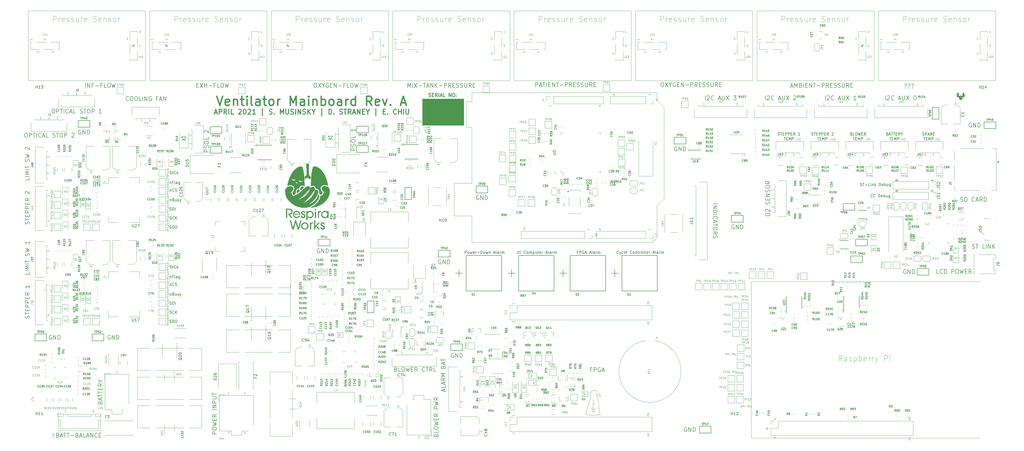
<source format=gto>
G04 #@! TF.GenerationSoftware,KiCad,Pcbnew,(5.1.9)-1*
G04 #@! TF.CreationDate,2021-04-01T18:53:32-07:00*
G04 #@! TF.ProjectId,Ventilator,56656e74-696c-4617-946f-722e6b696361,A*
G04 #@! TF.SameCoordinates,Original*
G04 #@! TF.FileFunction,Legend,Top*
G04 #@! TF.FilePolarity,Positive*
%FSLAX46Y46*%
G04 Gerber Fmt 4.6, Leading zero omitted, Abs format (unit mm)*
G04 Created by KiCad (PCBNEW (5.1.9)-1) date 2021-04-01 18:53:32*
%MOMM*%
%LPD*%
G01*
G04 APERTURE LIST*
%ADD10C,0.120000*%
%ADD11C,0.200000*%
%ADD12C,0.100000*%
%ADD13C,0.250000*%
%ADD14C,0.300000*%
%ADD15C,0.500000*%
%ADD16C,0.150000*%
%ADD17C,0.010000*%
%ADD18C,0.400000*%
G04 APERTURE END LIST*
D10*
X226600000Y-158200000D02*
X227000000Y-159200000D01*
X225400000Y-157000000D02*
X226600000Y-158200000D01*
X224800000Y-161800000D02*
X224200000Y-160200000D01*
X224200000Y-161800000D02*
X224800000Y-161800000D01*
X224600000Y-163000000D02*
X224200000Y-161800000D01*
X224200000Y-163000000D02*
X224600000Y-163000000D01*
X224400000Y-163600000D02*
X224200000Y-163000000D01*
X225000000Y-163600000D02*
X224400000Y-164600000D01*
X223800000Y-163600000D02*
X225000000Y-163600000D01*
X224400000Y-164600000D02*
X223800000Y-163600000D01*
X223800000Y-164600000D02*
X225000000Y-164600000D01*
X223000000Y-165800000D02*
X221600000Y-165400000D01*
X225000000Y-165800000D02*
X223000000Y-165800000D01*
X226800000Y-165600000D02*
X225000000Y-165800000D01*
X226400000Y-163000000D02*
X226800000Y-165600000D01*
X226200000Y-160800000D02*
X226400000Y-163000000D01*
X225800000Y-159000000D02*
X226200000Y-160800000D01*
X225400000Y-158200000D02*
X225800000Y-159000000D01*
X226000000Y-158400000D02*
X225400000Y-158200000D01*
X227000000Y-159200000D02*
X226000000Y-158400000D01*
X224400000Y-156800000D02*
X225400000Y-157000000D01*
X223800000Y-157200000D02*
X224400000Y-156800000D01*
X223400000Y-158000000D02*
X223800000Y-157200000D01*
X223400000Y-158800000D02*
X223400000Y-158000000D01*
X223200000Y-160400000D02*
X223400000Y-158800000D01*
X222600000Y-162400000D02*
X223200000Y-160400000D01*
X221600000Y-165400000D02*
X222600000Y-162400000D01*
D11*
X223871428Y-149492857D02*
X223371428Y-149492857D01*
X223371428Y-150278571D02*
X223371428Y-148778571D01*
X224085714Y-148778571D01*
X224657142Y-150278571D02*
X224657142Y-148778571D01*
X225228571Y-148778571D01*
X225371428Y-148850000D01*
X225442857Y-148921428D01*
X225514285Y-149064285D01*
X225514285Y-149278571D01*
X225442857Y-149421428D01*
X225371428Y-149492857D01*
X225228571Y-149564285D01*
X224657142Y-149564285D01*
X226942857Y-148850000D02*
X226800000Y-148778571D01*
X226585714Y-148778571D01*
X226371428Y-148850000D01*
X226228571Y-148992857D01*
X226157142Y-149135714D01*
X226085714Y-149421428D01*
X226085714Y-149635714D01*
X226157142Y-149921428D01*
X226228571Y-150064285D01*
X226371428Y-150207142D01*
X226585714Y-150278571D01*
X226728571Y-150278571D01*
X226942857Y-150207142D01*
X227014285Y-150135714D01*
X227014285Y-149635714D01*
X226728571Y-149635714D01*
X227585714Y-149850000D02*
X228300000Y-149850000D01*
X227442857Y-150278571D02*
X227942857Y-148778571D01*
X228442857Y-150278571D01*
X360128571Y-106007142D02*
X360342857Y-106078571D01*
X360700000Y-106078571D01*
X360842857Y-106007142D01*
X360914285Y-105935714D01*
X360985714Y-105792857D01*
X360985714Y-105650000D01*
X360914285Y-105507142D01*
X360842857Y-105435714D01*
X360700000Y-105364285D01*
X360414285Y-105292857D01*
X360271428Y-105221428D01*
X360200000Y-105150000D01*
X360128571Y-105007142D01*
X360128571Y-104864285D01*
X360200000Y-104721428D01*
X360271428Y-104650000D01*
X360414285Y-104578571D01*
X360771428Y-104578571D01*
X360985714Y-104650000D01*
X361414285Y-104578571D02*
X362271428Y-104578571D01*
X361842857Y-106078571D02*
X361842857Y-104578571D01*
X364628571Y-106078571D02*
X363914285Y-106078571D01*
X363914285Y-104578571D01*
X365128571Y-106078571D02*
X365128571Y-104578571D01*
X365842857Y-106078571D02*
X365842857Y-104578571D01*
X366700000Y-106078571D01*
X366700000Y-104578571D01*
X367414285Y-106078571D02*
X367414285Y-104578571D01*
X368271428Y-106078571D02*
X367628571Y-105221428D01*
X368271428Y-104578571D02*
X367414285Y-105435714D01*
X30900000Y-56178571D02*
X31185714Y-56178571D01*
X31328571Y-56250000D01*
X31471428Y-56392857D01*
X31542857Y-56678571D01*
X31542857Y-57178571D01*
X31471428Y-57464285D01*
X31328571Y-57607142D01*
X31185714Y-57678571D01*
X30900000Y-57678571D01*
X30757142Y-57607142D01*
X30614285Y-57464285D01*
X30542857Y-57178571D01*
X30542857Y-56678571D01*
X30614285Y-56392857D01*
X30757142Y-56250000D01*
X30900000Y-56178571D01*
X32185714Y-57678571D02*
X32185714Y-56178571D01*
X32757142Y-56178571D01*
X32900000Y-56250000D01*
X32971428Y-56321428D01*
X33042857Y-56464285D01*
X33042857Y-56678571D01*
X32971428Y-56821428D01*
X32900000Y-56892857D01*
X32757142Y-56964285D01*
X32185714Y-56964285D01*
X33471428Y-56178571D02*
X34328571Y-56178571D01*
X33900000Y-57678571D02*
X33900000Y-56178571D01*
X34828571Y-57678571D02*
X34828571Y-56178571D01*
X36400000Y-57535714D02*
X36328571Y-57607142D01*
X36114285Y-57678571D01*
X35971428Y-57678571D01*
X35757142Y-57607142D01*
X35614285Y-57464285D01*
X35542857Y-57321428D01*
X35471428Y-57035714D01*
X35471428Y-56821428D01*
X35542857Y-56535714D01*
X35614285Y-56392857D01*
X35757142Y-56250000D01*
X35971428Y-56178571D01*
X36114285Y-56178571D01*
X36328571Y-56250000D01*
X36400000Y-56321428D01*
X36971428Y-57250000D02*
X37685714Y-57250000D01*
X36828571Y-57678571D02*
X37328571Y-56178571D01*
X37828571Y-57678571D01*
X39042857Y-57678571D02*
X38328571Y-57678571D01*
X38328571Y-56178571D01*
X40614285Y-57607142D02*
X40828571Y-57678571D01*
X41185714Y-57678571D01*
X41328571Y-57607142D01*
X41400000Y-57535714D01*
X41471428Y-57392857D01*
X41471428Y-57250000D01*
X41400000Y-57107142D01*
X41328571Y-57035714D01*
X41185714Y-56964285D01*
X40900000Y-56892857D01*
X40757142Y-56821428D01*
X40685714Y-56750000D01*
X40614285Y-56607142D01*
X40614285Y-56464285D01*
X40685714Y-56321428D01*
X40757142Y-56250000D01*
X40900000Y-56178571D01*
X41257142Y-56178571D01*
X41471428Y-56250000D01*
X41900000Y-56178571D02*
X42757142Y-56178571D01*
X42328571Y-57678571D02*
X42328571Y-56178571D01*
X43542857Y-56178571D02*
X43828571Y-56178571D01*
X43971428Y-56250000D01*
X44114285Y-56392857D01*
X44185714Y-56678571D01*
X44185714Y-57178571D01*
X44114285Y-57464285D01*
X43971428Y-57607142D01*
X43828571Y-57678571D01*
X43542857Y-57678571D01*
X43400000Y-57607142D01*
X43257142Y-57464285D01*
X43185714Y-57178571D01*
X43185714Y-56678571D01*
X43257142Y-56392857D01*
X43400000Y-56250000D01*
X43542857Y-56178571D01*
X44828571Y-57678571D02*
X44828571Y-56178571D01*
X45400000Y-56178571D01*
X45542857Y-56250000D01*
X45614285Y-56321428D01*
X45685714Y-56464285D01*
X45685714Y-56678571D01*
X45614285Y-56821428D01*
X45542857Y-56892857D01*
X45400000Y-56964285D01*
X44828571Y-56964285D01*
X48257142Y-57678571D02*
X47400000Y-57678571D01*
X47828571Y-57678571D02*
X47828571Y-56178571D01*
X47685714Y-56392857D01*
X47542857Y-56535714D01*
X47400000Y-56607142D01*
X21100000Y-64778571D02*
X21385714Y-64778571D01*
X21528571Y-64850000D01*
X21671428Y-64992857D01*
X21742857Y-65278571D01*
X21742857Y-65778571D01*
X21671428Y-66064285D01*
X21528571Y-66207142D01*
X21385714Y-66278571D01*
X21100000Y-66278571D01*
X20957142Y-66207142D01*
X20814285Y-66064285D01*
X20742857Y-65778571D01*
X20742857Y-65278571D01*
X20814285Y-64992857D01*
X20957142Y-64850000D01*
X21100000Y-64778571D01*
X22385714Y-66278571D02*
X22385714Y-64778571D01*
X22957142Y-64778571D01*
X23100000Y-64850000D01*
X23171428Y-64921428D01*
X23242857Y-65064285D01*
X23242857Y-65278571D01*
X23171428Y-65421428D01*
X23100000Y-65492857D01*
X22957142Y-65564285D01*
X22385714Y-65564285D01*
X23671428Y-64778571D02*
X24528571Y-64778571D01*
X24100000Y-66278571D02*
X24100000Y-64778571D01*
X25028571Y-66278571D02*
X25028571Y-64778571D01*
X26600000Y-66135714D02*
X26528571Y-66207142D01*
X26314285Y-66278571D01*
X26171428Y-66278571D01*
X25957142Y-66207142D01*
X25814285Y-66064285D01*
X25742857Y-65921428D01*
X25671428Y-65635714D01*
X25671428Y-65421428D01*
X25742857Y-65135714D01*
X25814285Y-64992857D01*
X25957142Y-64850000D01*
X26171428Y-64778571D01*
X26314285Y-64778571D01*
X26528571Y-64850000D01*
X26600000Y-64921428D01*
X27171428Y-65850000D02*
X27885714Y-65850000D01*
X27028571Y-66278571D02*
X27528571Y-64778571D01*
X28028571Y-66278571D01*
X29242857Y-66278571D02*
X28528571Y-66278571D01*
X28528571Y-64778571D01*
X30814285Y-66207142D02*
X31028571Y-66278571D01*
X31385714Y-66278571D01*
X31528571Y-66207142D01*
X31600000Y-66135714D01*
X31671428Y-65992857D01*
X31671428Y-65850000D01*
X31600000Y-65707142D01*
X31528571Y-65635714D01*
X31385714Y-65564285D01*
X31100000Y-65492857D01*
X30957142Y-65421428D01*
X30885714Y-65350000D01*
X30814285Y-65207142D01*
X30814285Y-65064285D01*
X30885714Y-64921428D01*
X30957142Y-64850000D01*
X31100000Y-64778571D01*
X31457142Y-64778571D01*
X31671428Y-64850000D01*
X32100000Y-64778571D02*
X32957142Y-64778571D01*
X32528571Y-66278571D02*
X32528571Y-64778571D01*
X33742857Y-64778571D02*
X34028571Y-64778571D01*
X34171428Y-64850000D01*
X34314285Y-64992857D01*
X34385714Y-65278571D01*
X34385714Y-65778571D01*
X34314285Y-66064285D01*
X34171428Y-66207142D01*
X34028571Y-66278571D01*
X33742857Y-66278571D01*
X33600000Y-66207142D01*
X33457142Y-66064285D01*
X33385714Y-65778571D01*
X33385714Y-65278571D01*
X33457142Y-64992857D01*
X33600000Y-64850000D01*
X33742857Y-64778571D01*
X35028571Y-66278571D02*
X35028571Y-64778571D01*
X35600000Y-64778571D01*
X35742857Y-64850000D01*
X35814285Y-64921428D01*
X35885714Y-65064285D01*
X35885714Y-65278571D01*
X35814285Y-65421428D01*
X35742857Y-65492857D01*
X35600000Y-65564285D01*
X35028571Y-65564285D01*
X37600000Y-64921428D02*
X37671428Y-64850000D01*
X37814285Y-64778571D01*
X38171428Y-64778571D01*
X38314285Y-64850000D01*
X38385714Y-64921428D01*
X38457142Y-65064285D01*
X38457142Y-65207142D01*
X38385714Y-65421428D01*
X37528571Y-66278571D01*
X38457142Y-66278571D01*
X139178571Y-70935714D02*
X137678571Y-70935714D01*
X137678571Y-70364285D01*
X137750000Y-70221428D01*
X137821428Y-70150000D01*
X137964285Y-70078571D01*
X138178571Y-70078571D01*
X138321428Y-70150000D01*
X138392857Y-70221428D01*
X138464285Y-70364285D01*
X138464285Y-70935714D01*
X139107142Y-69507142D02*
X139178571Y-69292857D01*
X139178571Y-68935714D01*
X139107142Y-68792857D01*
X139035714Y-68721428D01*
X138892857Y-68650000D01*
X138750000Y-68650000D01*
X138607142Y-68721428D01*
X138535714Y-68792857D01*
X138464285Y-68935714D01*
X138392857Y-69221428D01*
X138321428Y-69364285D01*
X138250000Y-69435714D01*
X138107142Y-69507142D01*
X137964285Y-69507142D01*
X137821428Y-69435714D01*
X137750000Y-69364285D01*
X137678571Y-69221428D01*
X137678571Y-68864285D01*
X137750000Y-68650000D01*
X137678571Y-67721428D02*
X137678571Y-67435714D01*
X137750000Y-67292857D01*
X137892857Y-67150000D01*
X138178571Y-67078571D01*
X138678571Y-67078571D01*
X138964285Y-67150000D01*
X139107142Y-67292857D01*
X139178571Y-67435714D01*
X139178571Y-67721428D01*
X139107142Y-67864285D01*
X138964285Y-68007142D01*
X138678571Y-68078571D01*
X138178571Y-68078571D01*
X137892857Y-68007142D01*
X137750000Y-67864285D01*
X137678571Y-67721428D01*
X139178571Y-65721428D02*
X139178571Y-66435714D01*
X137678571Y-66435714D01*
X139178571Y-63292857D02*
X139178571Y-64150000D01*
X139178571Y-63721428D02*
X137678571Y-63721428D01*
X137892857Y-63864285D01*
X138035714Y-64007142D01*
X138107142Y-64150000D01*
X86578571Y-71535714D02*
X85078571Y-71535714D01*
X85078571Y-70964285D01*
X85150000Y-70821428D01*
X85221428Y-70750000D01*
X85364285Y-70678571D01*
X85578571Y-70678571D01*
X85721428Y-70750000D01*
X85792857Y-70821428D01*
X85864285Y-70964285D01*
X85864285Y-71535714D01*
X86507142Y-70107142D02*
X86578571Y-69892857D01*
X86578571Y-69535714D01*
X86507142Y-69392857D01*
X86435714Y-69321428D01*
X86292857Y-69250000D01*
X86150000Y-69250000D01*
X86007142Y-69321428D01*
X85935714Y-69392857D01*
X85864285Y-69535714D01*
X85792857Y-69821428D01*
X85721428Y-69964285D01*
X85650000Y-70035714D01*
X85507142Y-70107142D01*
X85364285Y-70107142D01*
X85221428Y-70035714D01*
X85150000Y-69964285D01*
X85078571Y-69821428D01*
X85078571Y-69464285D01*
X85150000Y-69250000D01*
X85078571Y-68321428D02*
X85078571Y-68035714D01*
X85150000Y-67892857D01*
X85292857Y-67750000D01*
X85578571Y-67678571D01*
X86078571Y-67678571D01*
X86364285Y-67750000D01*
X86507142Y-67892857D01*
X86578571Y-68035714D01*
X86578571Y-68321428D01*
X86507142Y-68464285D01*
X86364285Y-68607142D01*
X86078571Y-68678571D01*
X85578571Y-68678571D01*
X85292857Y-68607142D01*
X85150000Y-68464285D01*
X85078571Y-68321428D01*
X86578571Y-66321428D02*
X86578571Y-67035714D01*
X85078571Y-67035714D01*
X85221428Y-64750000D02*
X85150000Y-64678571D01*
X85078571Y-64535714D01*
X85078571Y-64178571D01*
X85150000Y-64035714D01*
X85221428Y-63964285D01*
X85364285Y-63892857D01*
X85507142Y-63892857D01*
X85721428Y-63964285D01*
X86578571Y-64821428D01*
X86578571Y-63892857D01*
D12*
G36*
X178000000Y-62000000D02*
G01*
X163200000Y-62000000D01*
X163200000Y-52500000D01*
X178000000Y-52500000D01*
X178000000Y-62000000D01*
G37*
X178000000Y-62000000D02*
X163200000Y-62000000D01*
X163200000Y-52500000D01*
X178000000Y-52500000D01*
X178000000Y-62000000D01*
D11*
X183357142Y-87250000D02*
X183214285Y-87178571D01*
X183000000Y-87178571D01*
X182785714Y-87250000D01*
X182642857Y-87392857D01*
X182571428Y-87535714D01*
X182500000Y-87821428D01*
X182500000Y-88035714D01*
X182571428Y-88321428D01*
X182642857Y-88464285D01*
X182785714Y-88607142D01*
X183000000Y-88678571D01*
X183142857Y-88678571D01*
X183357142Y-88607142D01*
X183428571Y-88535714D01*
X183428571Y-88035714D01*
X183142857Y-88035714D01*
X184071428Y-88678571D02*
X184071428Y-87178571D01*
X184928571Y-88678571D01*
X184928571Y-87178571D01*
X185642857Y-88678571D02*
X185642857Y-87178571D01*
X186000000Y-87178571D01*
X186214285Y-87250000D01*
X186357142Y-87392857D01*
X186428571Y-87535714D01*
X186500000Y-87821428D01*
X186500000Y-88035714D01*
X186428571Y-88321428D01*
X186357142Y-88464285D01*
X186214285Y-88607142D01*
X186000000Y-88678571D01*
X185642857Y-88678571D01*
X174357142Y-143750000D02*
X174214285Y-143678571D01*
X174000000Y-143678571D01*
X173785714Y-143750000D01*
X173642857Y-143892857D01*
X173571428Y-144035714D01*
X173500000Y-144321428D01*
X173500000Y-144535714D01*
X173571428Y-144821428D01*
X173642857Y-144964285D01*
X173785714Y-145107142D01*
X174000000Y-145178571D01*
X174142857Y-145178571D01*
X174357142Y-145107142D01*
X174428571Y-145035714D01*
X174428571Y-144535714D01*
X174142857Y-144535714D01*
X175071428Y-145178571D02*
X175071428Y-143678571D01*
X175928571Y-145178571D01*
X175928571Y-143678571D01*
X176642857Y-145178571D02*
X176642857Y-143678571D01*
X177000000Y-143678571D01*
X177214285Y-143750000D01*
X177357142Y-143892857D01*
X177428571Y-144035714D01*
X177500000Y-144321428D01*
X177500000Y-144535714D01*
X177428571Y-144821428D01*
X177357142Y-144964285D01*
X177214285Y-145107142D01*
X177000000Y-145178571D01*
X176642857Y-145178571D01*
X336357142Y-113750000D02*
X336214285Y-113678571D01*
X336000000Y-113678571D01*
X335785714Y-113750000D01*
X335642857Y-113892857D01*
X335571428Y-114035714D01*
X335500000Y-114321428D01*
X335500000Y-114535714D01*
X335571428Y-114821428D01*
X335642857Y-114964285D01*
X335785714Y-115107142D01*
X336000000Y-115178571D01*
X336142857Y-115178571D01*
X336357142Y-115107142D01*
X336428571Y-115035714D01*
X336428571Y-114535714D01*
X336142857Y-114535714D01*
X337071428Y-115178571D02*
X337071428Y-113678571D01*
X337928571Y-115178571D01*
X337928571Y-113678571D01*
X338642857Y-115178571D02*
X338642857Y-113678571D01*
X339000000Y-113678571D01*
X339214285Y-113750000D01*
X339357142Y-113892857D01*
X339428571Y-114035714D01*
X339500000Y-114321428D01*
X339500000Y-114535714D01*
X339428571Y-114821428D01*
X339357142Y-114964285D01*
X339214285Y-115107142D01*
X339000000Y-115178571D01*
X338642857Y-115178571D01*
X274857142Y-97750000D02*
X274714285Y-97678571D01*
X274500000Y-97678571D01*
X274285714Y-97750000D01*
X274142857Y-97892857D01*
X274071428Y-98035714D01*
X274000000Y-98321428D01*
X274000000Y-98535714D01*
X274071428Y-98821428D01*
X274142857Y-98964285D01*
X274285714Y-99107142D01*
X274500000Y-99178571D01*
X274642857Y-99178571D01*
X274857142Y-99107142D01*
X274928571Y-99035714D01*
X274928571Y-98535714D01*
X274642857Y-98535714D01*
X275571428Y-99178571D02*
X275571428Y-97678571D01*
X276428571Y-99178571D01*
X276428571Y-97678571D01*
X277142857Y-99178571D02*
X277142857Y-97678571D01*
X277500000Y-97678571D01*
X277714285Y-97750000D01*
X277857142Y-97892857D01*
X277928571Y-98035714D01*
X278000000Y-98321428D01*
X278000000Y-98535714D01*
X277928571Y-98821428D01*
X277857142Y-98964285D01*
X277714285Y-99107142D01*
X277500000Y-99178571D01*
X277142857Y-99178571D01*
X257857142Y-170250000D02*
X257714285Y-170178571D01*
X257500000Y-170178571D01*
X257285714Y-170250000D01*
X257142857Y-170392857D01*
X257071428Y-170535714D01*
X257000000Y-170821428D01*
X257000000Y-171035714D01*
X257071428Y-171321428D01*
X257142857Y-171464285D01*
X257285714Y-171607142D01*
X257500000Y-171678571D01*
X257642857Y-171678571D01*
X257857142Y-171607142D01*
X257928571Y-171535714D01*
X257928571Y-171035714D01*
X257642857Y-171035714D01*
X258571428Y-171678571D02*
X258571428Y-170178571D01*
X259428571Y-171678571D01*
X259428571Y-170178571D01*
X260142857Y-171678571D02*
X260142857Y-170178571D01*
X260500000Y-170178571D01*
X260714285Y-170250000D01*
X260857142Y-170392857D01*
X260928571Y-170535714D01*
X261000000Y-170821428D01*
X261000000Y-171035714D01*
X260928571Y-171321428D01*
X260857142Y-171464285D01*
X260714285Y-171607142D01*
X260500000Y-171678571D01*
X260142857Y-171678571D01*
X126357142Y-106250000D02*
X126214285Y-106178571D01*
X126000000Y-106178571D01*
X125785714Y-106250000D01*
X125642857Y-106392857D01*
X125571428Y-106535714D01*
X125500000Y-106821428D01*
X125500000Y-107035714D01*
X125571428Y-107321428D01*
X125642857Y-107464285D01*
X125785714Y-107607142D01*
X126000000Y-107678571D01*
X126142857Y-107678571D01*
X126357142Y-107607142D01*
X126428571Y-107535714D01*
X126428571Y-107035714D01*
X126142857Y-107035714D01*
X127071428Y-107678571D02*
X127071428Y-106178571D01*
X127928571Y-107678571D01*
X127928571Y-106178571D01*
X128642857Y-107678571D02*
X128642857Y-106178571D01*
X129000000Y-106178571D01*
X129214285Y-106250000D01*
X129357142Y-106392857D01*
X129428571Y-106535714D01*
X129500000Y-106821428D01*
X129500000Y-107035714D01*
X129428571Y-107321428D01*
X129357142Y-107464285D01*
X129214285Y-107607142D01*
X129000000Y-107678571D01*
X128642857Y-107678571D01*
X169857142Y-110250000D02*
X169714285Y-110178571D01*
X169500000Y-110178571D01*
X169285714Y-110250000D01*
X169142857Y-110392857D01*
X169071428Y-110535714D01*
X169000000Y-110821428D01*
X169000000Y-111035714D01*
X169071428Y-111321428D01*
X169142857Y-111464285D01*
X169285714Y-111607142D01*
X169500000Y-111678571D01*
X169642857Y-111678571D01*
X169857142Y-111607142D01*
X169928571Y-111535714D01*
X169928571Y-111035714D01*
X169642857Y-111035714D01*
X170571428Y-111678571D02*
X170571428Y-110178571D01*
X171428571Y-111678571D01*
X171428571Y-110178571D01*
X172142857Y-111678571D02*
X172142857Y-110178571D01*
X172500000Y-110178571D01*
X172714285Y-110250000D01*
X172857142Y-110392857D01*
X172928571Y-110535714D01*
X173000000Y-110821428D01*
X173000000Y-111035714D01*
X172928571Y-111321428D01*
X172857142Y-111464285D01*
X172714285Y-111607142D01*
X172500000Y-111678571D01*
X172142857Y-111678571D01*
X254357142Y-69750000D02*
X254214285Y-69678571D01*
X254000000Y-69678571D01*
X253785714Y-69750000D01*
X253642857Y-69892857D01*
X253571428Y-70035714D01*
X253500000Y-70321428D01*
X253500000Y-70535714D01*
X253571428Y-70821428D01*
X253642857Y-70964285D01*
X253785714Y-71107142D01*
X254000000Y-71178571D01*
X254142857Y-71178571D01*
X254357142Y-71107142D01*
X254428571Y-71035714D01*
X254428571Y-70535714D01*
X254142857Y-70535714D01*
X255071428Y-71178571D02*
X255071428Y-69678571D01*
X255928571Y-71178571D01*
X255928571Y-69678571D01*
X256642857Y-71178571D02*
X256642857Y-69678571D01*
X257000000Y-69678571D01*
X257214285Y-69750000D01*
X257357142Y-69892857D01*
X257428571Y-70035714D01*
X257500000Y-70321428D01*
X257500000Y-70535714D01*
X257428571Y-70821428D01*
X257357142Y-70964285D01*
X257214285Y-71107142D01*
X257000000Y-71178571D01*
X256642857Y-71178571D01*
X359857142Y-61250000D02*
X359714285Y-61178571D01*
X359500000Y-61178571D01*
X359285714Y-61250000D01*
X359142857Y-61392857D01*
X359071428Y-61535714D01*
X359000000Y-61821428D01*
X359000000Y-62035714D01*
X359071428Y-62321428D01*
X359142857Y-62464285D01*
X359285714Y-62607142D01*
X359500000Y-62678571D01*
X359642857Y-62678571D01*
X359857142Y-62607142D01*
X359928571Y-62535714D01*
X359928571Y-62035714D01*
X359642857Y-62035714D01*
X360571428Y-62678571D02*
X360571428Y-61178571D01*
X361428571Y-62678571D01*
X361428571Y-61178571D01*
X362142857Y-62678571D02*
X362142857Y-61178571D01*
X362500000Y-61178571D01*
X362714285Y-61250000D01*
X362857142Y-61392857D01*
X362928571Y-61535714D01*
X363000000Y-61821428D01*
X363000000Y-62035714D01*
X362928571Y-62321428D01*
X362857142Y-62464285D01*
X362714285Y-62607142D01*
X362500000Y-62678571D01*
X362142857Y-62678571D01*
X51357142Y-137250000D02*
X51214285Y-137178571D01*
X51000000Y-137178571D01*
X50785714Y-137250000D01*
X50642857Y-137392857D01*
X50571428Y-137535714D01*
X50500000Y-137821428D01*
X50500000Y-138035714D01*
X50571428Y-138321428D01*
X50642857Y-138464285D01*
X50785714Y-138607142D01*
X51000000Y-138678571D01*
X51142857Y-138678571D01*
X51357142Y-138607142D01*
X51428571Y-138535714D01*
X51428571Y-138035714D01*
X51142857Y-138035714D01*
X52071428Y-138678571D02*
X52071428Y-137178571D01*
X52928571Y-138678571D01*
X52928571Y-137178571D01*
X53642857Y-138678571D02*
X53642857Y-137178571D01*
X54000000Y-137178571D01*
X54214285Y-137250000D01*
X54357142Y-137392857D01*
X54428571Y-137535714D01*
X54500000Y-137821428D01*
X54500000Y-138035714D01*
X54428571Y-138321428D01*
X54357142Y-138464285D01*
X54214285Y-138607142D01*
X54000000Y-138678571D01*
X53642857Y-138678571D01*
X30357142Y-137250000D02*
X30214285Y-137178571D01*
X30000000Y-137178571D01*
X29785714Y-137250000D01*
X29642857Y-137392857D01*
X29571428Y-137535714D01*
X29500000Y-137821428D01*
X29500000Y-138035714D01*
X29571428Y-138321428D01*
X29642857Y-138464285D01*
X29785714Y-138607142D01*
X30000000Y-138678571D01*
X30142857Y-138678571D01*
X30357142Y-138607142D01*
X30428571Y-138535714D01*
X30428571Y-138035714D01*
X30142857Y-138035714D01*
X31071428Y-138678571D02*
X31071428Y-137178571D01*
X31928571Y-138678571D01*
X31928571Y-137178571D01*
X32642857Y-138678571D02*
X32642857Y-137178571D01*
X33000000Y-137178571D01*
X33214285Y-137250000D01*
X33357142Y-137392857D01*
X33428571Y-137535714D01*
X33500000Y-137821428D01*
X33500000Y-138035714D01*
X33428571Y-138321428D01*
X33357142Y-138464285D01*
X33214285Y-138607142D01*
X33000000Y-138678571D01*
X32642857Y-138678571D01*
X40857142Y-63750000D02*
X40714285Y-63678571D01*
X40500000Y-63678571D01*
X40285714Y-63750000D01*
X40142857Y-63892857D01*
X40071428Y-64035714D01*
X40000000Y-64321428D01*
X40000000Y-64535714D01*
X40071428Y-64821428D01*
X40142857Y-64964285D01*
X40285714Y-65107142D01*
X40500000Y-65178571D01*
X40642857Y-65178571D01*
X40857142Y-65107142D01*
X40928571Y-65035714D01*
X40928571Y-64535714D01*
X40642857Y-64535714D01*
X41571428Y-65178571D02*
X41571428Y-63678571D01*
X42428571Y-65178571D01*
X42428571Y-63678571D01*
X43142857Y-65178571D02*
X43142857Y-63678571D01*
X43500000Y-63678571D01*
X43714285Y-63750000D01*
X43857142Y-63892857D01*
X43928571Y-64035714D01*
X44000000Y-64321428D01*
X44000000Y-64535714D01*
X43928571Y-64821428D01*
X43857142Y-64964285D01*
X43714285Y-65107142D01*
X43500000Y-65178571D01*
X43142857Y-65178571D01*
D13*
X165458928Y-51705952D02*
X165637500Y-51765476D01*
X165935119Y-51765476D01*
X166054166Y-51705952D01*
X166113690Y-51646428D01*
X166173214Y-51527380D01*
X166173214Y-51408333D01*
X166113690Y-51289285D01*
X166054166Y-51229761D01*
X165935119Y-51170238D01*
X165697023Y-51110714D01*
X165577976Y-51051190D01*
X165518452Y-50991666D01*
X165458928Y-50872619D01*
X165458928Y-50753571D01*
X165518452Y-50634523D01*
X165577976Y-50575000D01*
X165697023Y-50515476D01*
X165994642Y-50515476D01*
X166173214Y-50575000D01*
X166708928Y-51110714D02*
X167125595Y-51110714D01*
X167304166Y-51765476D02*
X166708928Y-51765476D01*
X166708928Y-50515476D01*
X167304166Y-50515476D01*
X168554166Y-51765476D02*
X168137500Y-51170238D01*
X167839880Y-51765476D02*
X167839880Y-50515476D01*
X168316071Y-50515476D01*
X168435119Y-50575000D01*
X168494642Y-50634523D01*
X168554166Y-50753571D01*
X168554166Y-50932142D01*
X168494642Y-51051190D01*
X168435119Y-51110714D01*
X168316071Y-51170238D01*
X167839880Y-51170238D01*
X169089880Y-51765476D02*
X169089880Y-50515476D01*
X169625595Y-51408333D02*
X170220833Y-51408333D01*
X169506547Y-51765476D02*
X169923214Y-50515476D01*
X170339880Y-51765476D01*
X171351785Y-51765476D02*
X170756547Y-51765476D01*
X170756547Y-50515476D01*
X172720833Y-51765476D02*
X172720833Y-50515476D01*
X173435119Y-51765476D01*
X173435119Y-50515476D01*
X174268452Y-50515476D02*
X174506547Y-50515476D01*
X174625595Y-50575000D01*
X174744642Y-50694047D01*
X174804166Y-50932142D01*
X174804166Y-51348809D01*
X174744642Y-51586904D01*
X174625595Y-51705952D01*
X174506547Y-51765476D01*
X174268452Y-51765476D01*
X174149404Y-51705952D01*
X174030357Y-51586904D01*
X173970833Y-51348809D01*
X173970833Y-50932142D01*
X174030357Y-50694047D01*
X174149404Y-50575000D01*
X174268452Y-50515476D01*
X175339880Y-51646428D02*
X175399404Y-51705952D01*
X175339880Y-51765476D01*
X175280357Y-51705952D01*
X175339880Y-51646428D01*
X175339880Y-51765476D01*
X175339880Y-50991666D02*
X175399404Y-51051190D01*
X175339880Y-51110714D01*
X175280357Y-51051190D01*
X175339880Y-50991666D01*
X175339880Y-51110714D01*
D14*
X88808333Y-57491666D02*
X89641666Y-57491666D01*
X88641666Y-57991666D02*
X89225000Y-56241666D01*
X89808333Y-57991666D01*
X90391666Y-57991666D02*
X90391666Y-56241666D01*
X91058333Y-56241666D01*
X91225000Y-56325000D01*
X91308333Y-56408333D01*
X91391666Y-56575000D01*
X91391666Y-56825000D01*
X91308333Y-56991666D01*
X91225000Y-57075000D01*
X91058333Y-57158333D01*
X90391666Y-57158333D01*
X93141666Y-57991666D02*
X92558333Y-57158333D01*
X92141666Y-57991666D02*
X92141666Y-56241666D01*
X92808333Y-56241666D01*
X92975000Y-56325000D01*
X93058333Y-56408333D01*
X93141666Y-56575000D01*
X93141666Y-56825000D01*
X93058333Y-56991666D01*
X92975000Y-57075000D01*
X92808333Y-57158333D01*
X92141666Y-57158333D01*
X93891666Y-57991666D02*
X93891666Y-56241666D01*
X95558333Y-57991666D02*
X94725000Y-57991666D01*
X94725000Y-56241666D01*
X97391666Y-56408333D02*
X97475000Y-56325000D01*
X97641666Y-56241666D01*
X98058333Y-56241666D01*
X98225000Y-56325000D01*
X98308333Y-56408333D01*
X98391666Y-56575000D01*
X98391666Y-56741666D01*
X98308333Y-56991666D01*
X97308333Y-57991666D01*
X98391666Y-57991666D01*
X99475000Y-56241666D02*
X99641666Y-56241666D01*
X99808333Y-56325000D01*
X99891666Y-56408333D01*
X99975000Y-56575000D01*
X100058333Y-56908333D01*
X100058333Y-57325000D01*
X99975000Y-57658333D01*
X99891666Y-57825000D01*
X99808333Y-57908333D01*
X99641666Y-57991666D01*
X99475000Y-57991666D01*
X99308333Y-57908333D01*
X99225000Y-57825000D01*
X99141666Y-57658333D01*
X99058333Y-57325000D01*
X99058333Y-56908333D01*
X99141666Y-56575000D01*
X99225000Y-56408333D01*
X99308333Y-56325000D01*
X99475000Y-56241666D01*
X100725000Y-56408333D02*
X100808333Y-56325000D01*
X100975000Y-56241666D01*
X101391666Y-56241666D01*
X101558333Y-56325000D01*
X101641666Y-56408333D01*
X101725000Y-56575000D01*
X101725000Y-56741666D01*
X101641666Y-56991666D01*
X100641666Y-57991666D01*
X101725000Y-57991666D01*
X103391666Y-57991666D02*
X102391666Y-57991666D01*
X102891666Y-57991666D02*
X102891666Y-56241666D01*
X102725000Y-56491666D01*
X102558333Y-56658333D01*
X102391666Y-56741666D01*
X105891666Y-58575000D02*
X105891666Y-56075000D01*
X108391666Y-57908333D02*
X108641666Y-57991666D01*
X109058333Y-57991666D01*
X109225000Y-57908333D01*
X109308333Y-57825000D01*
X109391666Y-57658333D01*
X109391666Y-57491666D01*
X109308333Y-57325000D01*
X109225000Y-57241666D01*
X109058333Y-57158333D01*
X108725000Y-57075000D01*
X108558333Y-56991666D01*
X108475000Y-56908333D01*
X108391666Y-56741666D01*
X108391666Y-56575000D01*
X108475000Y-56408333D01*
X108558333Y-56325000D01*
X108725000Y-56241666D01*
X109141666Y-56241666D01*
X109391666Y-56325000D01*
X110141666Y-57825000D02*
X110225000Y-57908333D01*
X110141666Y-57991666D01*
X110058333Y-57908333D01*
X110141666Y-57825000D01*
X110141666Y-57991666D01*
X112308333Y-57991666D02*
X112308333Y-56241666D01*
X112891666Y-57491666D01*
X113475000Y-56241666D01*
X113475000Y-57991666D01*
X114308333Y-56241666D02*
X114308333Y-57658333D01*
X114391666Y-57825000D01*
X114475000Y-57908333D01*
X114641666Y-57991666D01*
X114975000Y-57991666D01*
X115141666Y-57908333D01*
X115225000Y-57825000D01*
X115308333Y-57658333D01*
X115308333Y-56241666D01*
X116058333Y-57908333D02*
X116308333Y-57991666D01*
X116725000Y-57991666D01*
X116891666Y-57908333D01*
X116975000Y-57825000D01*
X117058333Y-57658333D01*
X117058333Y-57491666D01*
X116975000Y-57325000D01*
X116891666Y-57241666D01*
X116725000Y-57158333D01*
X116391666Y-57075000D01*
X116225000Y-56991666D01*
X116141666Y-56908333D01*
X116058333Y-56741666D01*
X116058333Y-56575000D01*
X116141666Y-56408333D01*
X116225000Y-56325000D01*
X116391666Y-56241666D01*
X116808333Y-56241666D01*
X117058333Y-56325000D01*
X117808333Y-57991666D02*
X117808333Y-56241666D01*
X118641666Y-57991666D02*
X118641666Y-56241666D01*
X119641666Y-57991666D01*
X119641666Y-56241666D01*
X120391666Y-57908333D02*
X120641666Y-57991666D01*
X121058333Y-57991666D01*
X121225000Y-57908333D01*
X121308333Y-57825000D01*
X121391666Y-57658333D01*
X121391666Y-57491666D01*
X121308333Y-57325000D01*
X121225000Y-57241666D01*
X121058333Y-57158333D01*
X120725000Y-57075000D01*
X120558333Y-56991666D01*
X120475000Y-56908333D01*
X120391666Y-56741666D01*
X120391666Y-56575000D01*
X120475000Y-56408333D01*
X120558333Y-56325000D01*
X120725000Y-56241666D01*
X121141666Y-56241666D01*
X121391666Y-56325000D01*
X122141666Y-57991666D02*
X122141666Y-56241666D01*
X123141666Y-57991666D02*
X122391666Y-56991666D01*
X123141666Y-56241666D02*
X122141666Y-57241666D01*
X124225000Y-57158333D02*
X124225000Y-57991666D01*
X123641666Y-56241666D02*
X124225000Y-57158333D01*
X124808333Y-56241666D01*
X127141666Y-58575000D02*
X127141666Y-56075000D01*
X129725000Y-57991666D02*
X129725000Y-56241666D01*
X130141666Y-56241666D01*
X130391666Y-56325000D01*
X130558333Y-56491666D01*
X130641666Y-56658333D01*
X130725000Y-56991666D01*
X130725000Y-57241666D01*
X130641666Y-57575000D01*
X130558333Y-57741666D01*
X130391666Y-57908333D01*
X130141666Y-57991666D01*
X129725000Y-57991666D01*
X131475000Y-57825000D02*
X131558333Y-57908333D01*
X131475000Y-57991666D01*
X131391666Y-57908333D01*
X131475000Y-57825000D01*
X131475000Y-57991666D01*
X133558333Y-57908333D02*
X133808333Y-57991666D01*
X134225000Y-57991666D01*
X134391666Y-57908333D01*
X134475000Y-57825000D01*
X134558333Y-57658333D01*
X134558333Y-57491666D01*
X134475000Y-57325000D01*
X134391666Y-57241666D01*
X134225000Y-57158333D01*
X133891666Y-57075000D01*
X133725000Y-56991666D01*
X133641666Y-56908333D01*
X133558333Y-56741666D01*
X133558333Y-56575000D01*
X133641666Y-56408333D01*
X133725000Y-56325000D01*
X133891666Y-56241666D01*
X134308333Y-56241666D01*
X134558333Y-56325000D01*
X135058333Y-56241666D02*
X136058333Y-56241666D01*
X135558333Y-57991666D02*
X135558333Y-56241666D01*
X137641666Y-57991666D02*
X137058333Y-57158333D01*
X136641666Y-57991666D02*
X136641666Y-56241666D01*
X137308333Y-56241666D01*
X137475000Y-56325000D01*
X137558333Y-56408333D01*
X137641666Y-56575000D01*
X137641666Y-56825000D01*
X137558333Y-56991666D01*
X137475000Y-57075000D01*
X137308333Y-57158333D01*
X136641666Y-57158333D01*
X138308333Y-57491666D02*
X139141666Y-57491666D01*
X138141666Y-57991666D02*
X138725000Y-56241666D01*
X139308333Y-57991666D01*
X139891666Y-57991666D02*
X139891666Y-56241666D01*
X140891666Y-57991666D01*
X140891666Y-56241666D01*
X141725000Y-57075000D02*
X142308333Y-57075000D01*
X142558333Y-57991666D02*
X141725000Y-57991666D01*
X141725000Y-56241666D01*
X142558333Y-56241666D01*
X143641666Y-57158333D02*
X143641666Y-57991666D01*
X143058333Y-56241666D02*
X143641666Y-57158333D01*
X144225000Y-56241666D01*
X146558333Y-58575000D02*
X146558333Y-56075000D01*
X149141666Y-57075000D02*
X149725000Y-57075000D01*
X149975000Y-57991666D02*
X149141666Y-57991666D01*
X149141666Y-56241666D01*
X149975000Y-56241666D01*
X150725000Y-57825000D02*
X150808333Y-57908333D01*
X150725000Y-57991666D01*
X150641666Y-57908333D01*
X150725000Y-57825000D01*
X150725000Y-57991666D01*
X153891666Y-57825000D02*
X153808333Y-57908333D01*
X153558333Y-57991666D01*
X153391666Y-57991666D01*
X153141666Y-57908333D01*
X152975000Y-57741666D01*
X152891666Y-57575000D01*
X152808333Y-57241666D01*
X152808333Y-56991666D01*
X152891666Y-56658333D01*
X152975000Y-56491666D01*
X153141666Y-56325000D01*
X153391666Y-56241666D01*
X153558333Y-56241666D01*
X153808333Y-56325000D01*
X153891666Y-56408333D01*
X154641666Y-57991666D02*
X154641666Y-56241666D01*
X154641666Y-57075000D02*
X155641666Y-57075000D01*
X155641666Y-57991666D02*
X155641666Y-56241666D01*
X156475000Y-57991666D02*
X156475000Y-56241666D01*
X157308333Y-56241666D02*
X157308333Y-57658333D01*
X157391666Y-57825000D01*
X157475000Y-57908333D01*
X157641666Y-57991666D01*
X157975000Y-57991666D01*
X158141666Y-57908333D01*
X158225000Y-57825000D01*
X158308333Y-57658333D01*
X158308333Y-56241666D01*
D15*
X89529761Y-51620238D02*
X90613095Y-54870238D01*
X91696428Y-51620238D01*
X94017857Y-54715476D02*
X93708333Y-54870238D01*
X93089285Y-54870238D01*
X92779761Y-54715476D01*
X92625000Y-54405952D01*
X92625000Y-53167857D01*
X92779761Y-52858333D01*
X93089285Y-52703571D01*
X93708333Y-52703571D01*
X94017857Y-52858333D01*
X94172619Y-53167857D01*
X94172619Y-53477380D01*
X92625000Y-53786904D01*
X95565476Y-52703571D02*
X95565476Y-54870238D01*
X95565476Y-53013095D02*
X95720238Y-52858333D01*
X96029761Y-52703571D01*
X96494047Y-52703571D01*
X96803571Y-52858333D01*
X96958333Y-53167857D01*
X96958333Y-54870238D01*
X98041666Y-52703571D02*
X99279761Y-52703571D01*
X98505952Y-51620238D02*
X98505952Y-54405952D01*
X98660714Y-54715476D01*
X98970238Y-54870238D01*
X99279761Y-54870238D01*
X100363095Y-54870238D02*
X100363095Y-52703571D01*
X100363095Y-51620238D02*
X100208333Y-51775000D01*
X100363095Y-51929761D01*
X100517857Y-51775000D01*
X100363095Y-51620238D01*
X100363095Y-51929761D01*
X102375000Y-54870238D02*
X102065476Y-54715476D01*
X101910714Y-54405952D01*
X101910714Y-51620238D01*
X105005952Y-54870238D02*
X105005952Y-53167857D01*
X104851190Y-52858333D01*
X104541666Y-52703571D01*
X103922619Y-52703571D01*
X103613095Y-52858333D01*
X105005952Y-54715476D02*
X104696428Y-54870238D01*
X103922619Y-54870238D01*
X103613095Y-54715476D01*
X103458333Y-54405952D01*
X103458333Y-54096428D01*
X103613095Y-53786904D01*
X103922619Y-53632142D01*
X104696428Y-53632142D01*
X105005952Y-53477380D01*
X106089285Y-52703571D02*
X107327380Y-52703571D01*
X106553571Y-51620238D02*
X106553571Y-54405952D01*
X106708333Y-54715476D01*
X107017857Y-54870238D01*
X107327380Y-54870238D01*
X108875000Y-54870238D02*
X108565476Y-54715476D01*
X108410714Y-54560714D01*
X108255952Y-54251190D01*
X108255952Y-53322619D01*
X108410714Y-53013095D01*
X108565476Y-52858333D01*
X108875000Y-52703571D01*
X109339285Y-52703571D01*
X109648809Y-52858333D01*
X109803571Y-53013095D01*
X109958333Y-53322619D01*
X109958333Y-54251190D01*
X109803571Y-54560714D01*
X109648809Y-54715476D01*
X109339285Y-54870238D01*
X108875000Y-54870238D01*
X111351190Y-54870238D02*
X111351190Y-52703571D01*
X111351190Y-53322619D02*
X111505952Y-53013095D01*
X111660714Y-52858333D01*
X111970238Y-52703571D01*
X112279761Y-52703571D01*
X115839285Y-54870238D02*
X115839285Y-51620238D01*
X116922619Y-53941666D01*
X118005952Y-51620238D01*
X118005952Y-54870238D01*
X120946428Y-54870238D02*
X120946428Y-53167857D01*
X120791666Y-52858333D01*
X120482142Y-52703571D01*
X119863095Y-52703571D01*
X119553571Y-52858333D01*
X120946428Y-54715476D02*
X120636904Y-54870238D01*
X119863095Y-54870238D01*
X119553571Y-54715476D01*
X119398809Y-54405952D01*
X119398809Y-54096428D01*
X119553571Y-53786904D01*
X119863095Y-53632142D01*
X120636904Y-53632142D01*
X120946428Y-53477380D01*
X122494047Y-54870238D02*
X122494047Y-52703571D01*
X122494047Y-51620238D02*
X122339285Y-51775000D01*
X122494047Y-51929761D01*
X122648809Y-51775000D01*
X122494047Y-51620238D01*
X122494047Y-51929761D01*
X124041666Y-52703571D02*
X124041666Y-54870238D01*
X124041666Y-53013095D02*
X124196428Y-52858333D01*
X124505952Y-52703571D01*
X124970238Y-52703571D01*
X125279761Y-52858333D01*
X125434523Y-53167857D01*
X125434523Y-54870238D01*
X126982142Y-54870238D02*
X126982142Y-51620238D01*
X126982142Y-52858333D02*
X127291666Y-52703571D01*
X127910714Y-52703571D01*
X128220238Y-52858333D01*
X128375000Y-53013095D01*
X128529761Y-53322619D01*
X128529761Y-54251190D01*
X128375000Y-54560714D01*
X128220238Y-54715476D01*
X127910714Y-54870238D01*
X127291666Y-54870238D01*
X126982142Y-54715476D01*
X130386904Y-54870238D02*
X130077380Y-54715476D01*
X129922619Y-54560714D01*
X129767857Y-54251190D01*
X129767857Y-53322619D01*
X129922619Y-53013095D01*
X130077380Y-52858333D01*
X130386904Y-52703571D01*
X130851190Y-52703571D01*
X131160714Y-52858333D01*
X131315476Y-53013095D01*
X131470238Y-53322619D01*
X131470238Y-54251190D01*
X131315476Y-54560714D01*
X131160714Y-54715476D01*
X130851190Y-54870238D01*
X130386904Y-54870238D01*
X134255952Y-54870238D02*
X134255952Y-53167857D01*
X134101190Y-52858333D01*
X133791666Y-52703571D01*
X133172619Y-52703571D01*
X132863095Y-52858333D01*
X134255952Y-54715476D02*
X133946428Y-54870238D01*
X133172619Y-54870238D01*
X132863095Y-54715476D01*
X132708333Y-54405952D01*
X132708333Y-54096428D01*
X132863095Y-53786904D01*
X133172619Y-53632142D01*
X133946428Y-53632142D01*
X134255952Y-53477380D01*
X135803571Y-54870238D02*
X135803571Y-52703571D01*
X135803571Y-53322619D02*
X135958333Y-53013095D01*
X136113095Y-52858333D01*
X136422619Y-52703571D01*
X136732142Y-52703571D01*
X139208333Y-54870238D02*
X139208333Y-51620238D01*
X139208333Y-54715476D02*
X138898809Y-54870238D01*
X138279761Y-54870238D01*
X137970238Y-54715476D01*
X137815476Y-54560714D01*
X137660714Y-54251190D01*
X137660714Y-53322619D01*
X137815476Y-53013095D01*
X137970238Y-52858333D01*
X138279761Y-52703571D01*
X138898809Y-52703571D01*
X139208333Y-52858333D01*
X145089285Y-54870238D02*
X144005952Y-53322619D01*
X143232142Y-54870238D02*
X143232142Y-51620238D01*
X144470238Y-51620238D01*
X144779761Y-51775000D01*
X144934523Y-51929761D01*
X145089285Y-52239285D01*
X145089285Y-52703571D01*
X144934523Y-53013095D01*
X144779761Y-53167857D01*
X144470238Y-53322619D01*
X143232142Y-53322619D01*
X147720238Y-54715476D02*
X147410714Y-54870238D01*
X146791666Y-54870238D01*
X146482142Y-54715476D01*
X146327380Y-54405952D01*
X146327380Y-53167857D01*
X146482142Y-52858333D01*
X146791666Y-52703571D01*
X147410714Y-52703571D01*
X147720238Y-52858333D01*
X147875000Y-53167857D01*
X147875000Y-53477380D01*
X146327380Y-53786904D01*
X148958333Y-52703571D02*
X149732142Y-54870238D01*
X150505952Y-52703571D01*
X151744047Y-54560714D02*
X151898809Y-54715476D01*
X151744047Y-54870238D01*
X151589285Y-54715476D01*
X151744047Y-54560714D01*
X151744047Y-54870238D01*
X155613095Y-53941666D02*
X157160714Y-53941666D01*
X155303571Y-54870238D02*
X156386904Y-51620238D01*
X157470238Y-54870238D01*
D12*
X273234333Y-115251666D02*
X273001000Y-114918333D01*
X272834333Y-115251666D02*
X272834333Y-114551666D01*
X273101000Y-114551666D01*
X273167666Y-114585000D01*
X273201000Y-114618333D01*
X273234333Y-114685000D01*
X273234333Y-114785000D01*
X273201000Y-114851666D01*
X273167666Y-114885000D01*
X273101000Y-114918333D01*
X272834333Y-114918333D01*
X273534333Y-115251666D02*
X273534333Y-114551666D01*
X273801000Y-114551666D01*
X273867666Y-114585000D01*
X273901000Y-114618333D01*
X273934333Y-114685000D01*
X273934333Y-114785000D01*
X273901000Y-114851666D01*
X273867666Y-114885000D01*
X273801000Y-114918333D01*
X273534333Y-114918333D01*
X274234333Y-115251666D02*
X274234333Y-114785000D01*
X274234333Y-114551666D02*
X274201000Y-114585000D01*
X274234333Y-114618333D01*
X274267666Y-114585000D01*
X274234333Y-114551666D01*
X274234333Y-114618333D01*
X275001000Y-114551666D02*
X275401000Y-114551666D01*
X275201000Y-115251666D02*
X275201000Y-114551666D01*
X275634333Y-115251666D02*
X275634333Y-114551666D01*
X275901000Y-114551666D01*
X275967666Y-114585000D01*
X276001000Y-114618333D01*
X276034333Y-114685000D01*
X276034333Y-114785000D01*
X276001000Y-114851666D01*
X275967666Y-114885000D01*
X275901000Y-114918333D01*
X275634333Y-114918333D01*
X276301000Y-115218333D02*
X276367666Y-115251666D01*
X276501000Y-115251666D01*
X276567666Y-115218333D01*
X276601000Y-115151666D01*
X276601000Y-115118333D01*
X276567666Y-115051666D01*
X276501000Y-115018333D01*
X276401000Y-115018333D01*
X276334333Y-114985000D01*
X276301000Y-114918333D01*
X276301000Y-114885000D01*
X276334333Y-114818333D01*
X276401000Y-114785000D01*
X276501000Y-114785000D01*
X276567666Y-114818333D01*
X271745333Y-123394000D02*
X271512000Y-123394000D01*
X271512000Y-123760666D02*
X271512000Y-123060666D01*
X271845333Y-123060666D01*
X272112000Y-123760666D02*
X272112000Y-123060666D01*
X272378666Y-123060666D01*
X272445333Y-123094000D01*
X272478666Y-123127333D01*
X272512000Y-123194000D01*
X272512000Y-123294000D01*
X272478666Y-123360666D01*
X272445333Y-123394000D01*
X272378666Y-123427333D01*
X272112000Y-123427333D01*
X273178666Y-123094000D02*
X273112000Y-123060666D01*
X273012000Y-123060666D01*
X272912000Y-123094000D01*
X272845333Y-123160666D01*
X272812000Y-123227333D01*
X272778666Y-123360666D01*
X272778666Y-123460666D01*
X272812000Y-123594000D01*
X272845333Y-123660666D01*
X272912000Y-123727333D01*
X273012000Y-123760666D01*
X273078666Y-123760666D01*
X273178666Y-123727333D01*
X273212000Y-123694000D01*
X273212000Y-123460666D01*
X273078666Y-123460666D01*
X273478666Y-123560666D02*
X273812000Y-123560666D01*
X273412000Y-123760666D02*
X273645333Y-123060666D01*
X273878666Y-123760666D01*
X274545333Y-123060666D02*
X274945333Y-123060666D01*
X274745333Y-123760666D02*
X274745333Y-123060666D01*
X275178666Y-123760666D02*
X275178666Y-123060666D01*
X275445333Y-123060666D01*
X275512000Y-123094000D01*
X275545333Y-123127333D01*
X275578666Y-123194000D01*
X275578666Y-123294000D01*
X275545333Y-123360666D01*
X275512000Y-123394000D01*
X275445333Y-123427333D01*
X275178666Y-123427333D01*
X275845333Y-123727333D02*
X275912000Y-123760666D01*
X276045333Y-123760666D01*
X276112000Y-123727333D01*
X276145333Y-123660666D01*
X276145333Y-123627333D01*
X276112000Y-123560666D01*
X276045333Y-123527333D01*
X275945333Y-123527333D01*
X275878666Y-123494000D01*
X275845333Y-123427333D01*
X275845333Y-123394000D01*
X275878666Y-123327333D01*
X275945333Y-123294000D01*
X276045333Y-123294000D01*
X276112000Y-123327333D01*
X271237333Y-150318000D02*
X271004000Y-150318000D01*
X271004000Y-150684666D02*
X271004000Y-149984666D01*
X271337333Y-149984666D01*
X271604000Y-150684666D02*
X271604000Y-149984666D01*
X271870666Y-149984666D01*
X271937333Y-150018000D01*
X271970666Y-150051333D01*
X272004000Y-150118000D01*
X272004000Y-150218000D01*
X271970666Y-150284666D01*
X271937333Y-150318000D01*
X271870666Y-150351333D01*
X271604000Y-150351333D01*
X272670666Y-150018000D02*
X272604000Y-149984666D01*
X272504000Y-149984666D01*
X272404000Y-150018000D01*
X272337333Y-150084666D01*
X272304000Y-150151333D01*
X272270666Y-150284666D01*
X272270666Y-150384666D01*
X272304000Y-150518000D01*
X272337333Y-150584666D01*
X272404000Y-150651333D01*
X272504000Y-150684666D01*
X272570666Y-150684666D01*
X272670666Y-150651333D01*
X272704000Y-150618000D01*
X272704000Y-150384666D01*
X272570666Y-150384666D01*
X272970666Y-150484666D02*
X273304000Y-150484666D01*
X272904000Y-150684666D02*
X273137333Y-149984666D01*
X273370666Y-150684666D01*
X274037333Y-149984666D02*
X274437333Y-149984666D01*
X274237333Y-150684666D02*
X274237333Y-149984666D01*
X274670666Y-150684666D02*
X274670666Y-149984666D01*
X274937333Y-149984666D01*
X275004000Y-150018000D01*
X275037333Y-150051333D01*
X275070666Y-150118000D01*
X275070666Y-150218000D01*
X275037333Y-150284666D01*
X275004000Y-150318000D01*
X274937333Y-150351333D01*
X274670666Y-150351333D01*
X275337333Y-150651333D02*
X275404000Y-150684666D01*
X275537333Y-150684666D01*
X275604000Y-150651333D01*
X275637333Y-150584666D01*
X275637333Y-150551333D01*
X275604000Y-150484666D01*
X275537333Y-150451333D01*
X275437333Y-150451333D01*
X275370666Y-150418000D01*
X275337333Y-150351333D01*
X275337333Y-150318000D01*
X275370666Y-150251333D01*
X275437333Y-150218000D01*
X275537333Y-150218000D01*
X275604000Y-150251333D01*
X272091333Y-144334666D02*
X271858000Y-144001333D01*
X271691333Y-144334666D02*
X271691333Y-143634666D01*
X271958000Y-143634666D01*
X272024666Y-143668000D01*
X272058000Y-143701333D01*
X272091333Y-143768000D01*
X272091333Y-143868000D01*
X272058000Y-143934666D01*
X272024666Y-143968000D01*
X271958000Y-144001333D01*
X271691333Y-144001333D01*
X272391333Y-144334666D02*
X272391333Y-143634666D01*
X272658000Y-143634666D01*
X272724666Y-143668000D01*
X272758000Y-143701333D01*
X272791333Y-143768000D01*
X272791333Y-143868000D01*
X272758000Y-143934666D01*
X272724666Y-143968000D01*
X272658000Y-144001333D01*
X272391333Y-144001333D01*
X273091333Y-144334666D02*
X273091333Y-143868000D01*
X273091333Y-143634666D02*
X273058000Y-143668000D01*
X273091333Y-143701333D01*
X273124666Y-143668000D01*
X273091333Y-143634666D01*
X273091333Y-143701333D01*
X273858000Y-143634666D02*
X274258000Y-143634666D01*
X274058000Y-144334666D02*
X274058000Y-143634666D01*
X274491333Y-144334666D02*
X274491333Y-143634666D01*
X274758000Y-143634666D01*
X274824666Y-143668000D01*
X274858000Y-143701333D01*
X274891333Y-143768000D01*
X274891333Y-143868000D01*
X274858000Y-143934666D01*
X274824666Y-143968000D01*
X274758000Y-144001333D01*
X274491333Y-144001333D01*
X275158000Y-144301333D02*
X275224666Y-144334666D01*
X275358000Y-144334666D01*
X275424666Y-144301333D01*
X275458000Y-144234666D01*
X275458000Y-144201333D01*
X275424666Y-144134666D01*
X275358000Y-144101333D01*
X275258000Y-144101333D01*
X275191333Y-144068000D01*
X275158000Y-144001333D01*
X275158000Y-143968000D01*
X275191333Y-143901333D01*
X275258000Y-143868000D01*
X275358000Y-143868000D01*
X275424666Y-143901333D01*
X277679333Y-163003666D02*
X277446000Y-162670333D01*
X277279333Y-163003666D02*
X277279333Y-162303666D01*
X277546000Y-162303666D01*
X277612666Y-162337000D01*
X277646000Y-162370333D01*
X277679333Y-162437000D01*
X277679333Y-162537000D01*
X277646000Y-162603666D01*
X277612666Y-162637000D01*
X277546000Y-162670333D01*
X277279333Y-162670333D01*
X277979333Y-163003666D02*
X277979333Y-162303666D01*
X278246000Y-162303666D01*
X278312666Y-162337000D01*
X278346000Y-162370333D01*
X278379333Y-162437000D01*
X278379333Y-162537000D01*
X278346000Y-162603666D01*
X278312666Y-162637000D01*
X278246000Y-162670333D01*
X277979333Y-162670333D01*
X278679333Y-163003666D02*
X278679333Y-162537000D01*
X278679333Y-162303666D02*
X278646000Y-162337000D01*
X278679333Y-162370333D01*
X278712666Y-162337000D01*
X278679333Y-162303666D01*
X278679333Y-162370333D01*
X279446000Y-162303666D02*
X279846000Y-162303666D01*
X279646000Y-163003666D02*
X279646000Y-162303666D01*
X280079333Y-163003666D02*
X280079333Y-162303666D01*
X280346000Y-162303666D01*
X280412666Y-162337000D01*
X280446000Y-162370333D01*
X280479333Y-162437000D01*
X280479333Y-162537000D01*
X280446000Y-162603666D01*
X280412666Y-162637000D01*
X280346000Y-162670333D01*
X280079333Y-162670333D01*
X280746000Y-162970333D02*
X280812666Y-163003666D01*
X280946000Y-163003666D01*
X281012666Y-162970333D01*
X281046000Y-162903666D01*
X281046000Y-162870333D01*
X281012666Y-162803666D01*
X280946000Y-162770333D01*
X280846000Y-162770333D01*
X280779333Y-162737000D01*
X280746000Y-162670333D01*
X280746000Y-162637000D01*
X280779333Y-162570333D01*
X280846000Y-162537000D01*
X280946000Y-162537000D01*
X281012666Y-162570333D01*
D11*
X355957142Y-89207142D02*
X356171428Y-89278571D01*
X356528571Y-89278571D01*
X356671428Y-89207142D01*
X356742857Y-89135714D01*
X356814285Y-88992857D01*
X356814285Y-88850000D01*
X356742857Y-88707142D01*
X356671428Y-88635714D01*
X356528571Y-88564285D01*
X356242857Y-88492857D01*
X356100000Y-88421428D01*
X356028571Y-88350000D01*
X355957142Y-88207142D01*
X355957142Y-88064285D01*
X356028571Y-87921428D01*
X356100000Y-87850000D01*
X356242857Y-87778571D01*
X356600000Y-87778571D01*
X356814285Y-87850000D01*
X357457142Y-89278571D02*
X357457142Y-87778571D01*
X357814285Y-87778571D01*
X358028571Y-87850000D01*
X358171428Y-87992857D01*
X358242857Y-88135714D01*
X358314285Y-88421428D01*
X358314285Y-88635714D01*
X358242857Y-88921428D01*
X358171428Y-89064285D01*
X358028571Y-89207142D01*
X357814285Y-89278571D01*
X357457142Y-89278571D01*
X360957142Y-89135714D02*
X360885714Y-89207142D01*
X360671428Y-89278571D01*
X360528571Y-89278571D01*
X360314285Y-89207142D01*
X360171428Y-89064285D01*
X360100000Y-88921428D01*
X360028571Y-88635714D01*
X360028571Y-88421428D01*
X360100000Y-88135714D01*
X360171428Y-87992857D01*
X360314285Y-87850000D01*
X360528571Y-87778571D01*
X360671428Y-87778571D01*
X360885714Y-87850000D01*
X360957142Y-87921428D01*
X361528571Y-88850000D02*
X362242857Y-88850000D01*
X361385714Y-89278571D02*
X361885714Y-87778571D01*
X362385714Y-89278571D01*
X363742857Y-89278571D02*
X363242857Y-88564285D01*
X362885714Y-89278571D02*
X362885714Y-87778571D01*
X363457142Y-87778571D01*
X363600000Y-87850000D01*
X363671428Y-87921428D01*
X363742857Y-88064285D01*
X363742857Y-88278571D01*
X363671428Y-88421428D01*
X363600000Y-88492857D01*
X363457142Y-88564285D01*
X362885714Y-88564285D01*
X364385714Y-89278571D02*
X364385714Y-87778571D01*
X364742857Y-87778571D01*
X364957142Y-87850000D01*
X365100000Y-87992857D01*
X365171428Y-88135714D01*
X365242857Y-88421428D01*
X365242857Y-88635714D01*
X365171428Y-88921428D01*
X365100000Y-89064285D01*
X364957142Y-89207142D01*
X364742857Y-89278571D01*
X364385714Y-89278571D01*
X348171428Y-115078571D02*
X347457142Y-115078571D01*
X347457142Y-113578571D01*
X349528571Y-114935714D02*
X349457142Y-115007142D01*
X349242857Y-115078571D01*
X349100000Y-115078571D01*
X348885714Y-115007142D01*
X348742857Y-114864285D01*
X348671428Y-114721428D01*
X348600000Y-114435714D01*
X348600000Y-114221428D01*
X348671428Y-113935714D01*
X348742857Y-113792857D01*
X348885714Y-113650000D01*
X349100000Y-113578571D01*
X349242857Y-113578571D01*
X349457142Y-113650000D01*
X349528571Y-113721428D01*
X350171428Y-115078571D02*
X350171428Y-113578571D01*
X350528571Y-113578571D01*
X350742857Y-113650000D01*
X350885714Y-113792857D01*
X350957142Y-113935714D01*
X351028571Y-114221428D01*
X351028571Y-114435714D01*
X350957142Y-114721428D01*
X350885714Y-114864285D01*
X350742857Y-115007142D01*
X350528571Y-115078571D01*
X350171428Y-115078571D01*
X352814285Y-115078571D02*
X352814285Y-113578571D01*
X353385714Y-113578571D01*
X353528571Y-113650000D01*
X353600000Y-113721428D01*
X353671428Y-113864285D01*
X353671428Y-114078571D01*
X353600000Y-114221428D01*
X353528571Y-114292857D01*
X353385714Y-114364285D01*
X352814285Y-114364285D01*
X354600000Y-113578571D02*
X354885714Y-113578571D01*
X355028571Y-113650000D01*
X355171428Y-113792857D01*
X355242857Y-114078571D01*
X355242857Y-114578571D01*
X355171428Y-114864285D01*
X355028571Y-115007142D01*
X354885714Y-115078571D01*
X354600000Y-115078571D01*
X354457142Y-115007142D01*
X354314285Y-114864285D01*
X354242857Y-114578571D01*
X354242857Y-114078571D01*
X354314285Y-113792857D01*
X354457142Y-113650000D01*
X354600000Y-113578571D01*
X355742857Y-113578571D02*
X356100000Y-115078571D01*
X356385714Y-114007142D01*
X356671428Y-115078571D01*
X357028571Y-113578571D01*
X357600000Y-114292857D02*
X358100000Y-114292857D01*
X358314285Y-115078571D02*
X357600000Y-115078571D01*
X357600000Y-113578571D01*
X358314285Y-113578571D01*
X359814285Y-115078571D02*
X359314285Y-114364285D01*
X358957142Y-115078571D02*
X358957142Y-113578571D01*
X359528571Y-113578571D01*
X359671428Y-113650000D01*
X359742857Y-113721428D01*
X359814285Y-113864285D01*
X359814285Y-114078571D01*
X359742857Y-114221428D01*
X359671428Y-114292857D01*
X359528571Y-114364285D01*
X358957142Y-114364285D01*
X336142857Y-48535714D02*
X336214285Y-48607142D01*
X336142857Y-48678571D01*
X336071428Y-48607142D01*
X336142857Y-48535714D01*
X336142857Y-48678571D01*
X335857142Y-47250000D02*
X336000000Y-47178571D01*
X336357142Y-47178571D01*
X336500000Y-47250000D01*
X336571428Y-47392857D01*
X336571428Y-47535714D01*
X336500000Y-47678571D01*
X336428571Y-47750000D01*
X336285714Y-47821428D01*
X336214285Y-47892857D01*
X336142857Y-48035714D01*
X336142857Y-48107142D01*
X337428571Y-48535714D02*
X337500000Y-48607142D01*
X337428571Y-48678571D01*
X337357142Y-48607142D01*
X337428571Y-48535714D01*
X337428571Y-48678571D01*
X337142857Y-47250000D02*
X337285714Y-47178571D01*
X337642857Y-47178571D01*
X337785714Y-47250000D01*
X337857142Y-47392857D01*
X337857142Y-47535714D01*
X337785714Y-47678571D01*
X337714285Y-47750000D01*
X337571428Y-47821428D01*
X337500000Y-47892857D01*
X337428571Y-48035714D01*
X337428571Y-48107142D01*
X338714285Y-48535714D02*
X338785714Y-48607142D01*
X338714285Y-48678571D01*
X338642857Y-48607142D01*
X338714285Y-48535714D01*
X338714285Y-48678571D01*
X338428571Y-47250000D02*
X338571428Y-47178571D01*
X338928571Y-47178571D01*
X339071428Y-47250000D01*
X339142857Y-47392857D01*
X339142857Y-47535714D01*
X339071428Y-47678571D01*
X339000000Y-47750000D01*
X338857142Y-47821428D01*
X338785714Y-47892857D01*
X338714285Y-48035714D01*
X338714285Y-48107142D01*
X295142857Y-48000000D02*
X295857142Y-48000000D01*
X295000000Y-48428571D02*
X295500000Y-46928571D01*
X296000000Y-48428571D01*
X296500000Y-48428571D02*
X296500000Y-46928571D01*
X297000000Y-48000000D01*
X297500000Y-46928571D01*
X297500000Y-48428571D01*
X298714285Y-47642857D02*
X298928571Y-47714285D01*
X299000000Y-47785714D01*
X299071428Y-47928571D01*
X299071428Y-48142857D01*
X299000000Y-48285714D01*
X298928571Y-48357142D01*
X298785714Y-48428571D01*
X298214285Y-48428571D01*
X298214285Y-46928571D01*
X298714285Y-46928571D01*
X298857142Y-47000000D01*
X298928571Y-47071428D01*
X299000000Y-47214285D01*
X299000000Y-47357142D01*
X298928571Y-47500000D01*
X298857142Y-47571428D01*
X298714285Y-47642857D01*
X298214285Y-47642857D01*
X299714285Y-48428571D02*
X299714285Y-46928571D01*
X300428571Y-47642857D02*
X300928571Y-47642857D01*
X301142857Y-48428571D02*
X300428571Y-48428571D01*
X300428571Y-46928571D01*
X301142857Y-46928571D01*
X301785714Y-48428571D02*
X301785714Y-46928571D01*
X302642857Y-48428571D01*
X302642857Y-46928571D01*
X303142857Y-46928571D02*
X304000000Y-46928571D01*
X303571428Y-48428571D02*
X303571428Y-46928571D01*
X304500000Y-47857142D02*
X305642857Y-47857142D01*
X306357142Y-48428571D02*
X306357142Y-46928571D01*
X306928571Y-46928571D01*
X307071428Y-47000000D01*
X307142857Y-47071428D01*
X307214285Y-47214285D01*
X307214285Y-47428571D01*
X307142857Y-47571428D01*
X307071428Y-47642857D01*
X306928571Y-47714285D01*
X306357142Y-47714285D01*
X308714285Y-48428571D02*
X308214285Y-47714285D01*
X307857142Y-48428571D02*
X307857142Y-46928571D01*
X308428571Y-46928571D01*
X308571428Y-47000000D01*
X308642857Y-47071428D01*
X308714285Y-47214285D01*
X308714285Y-47428571D01*
X308642857Y-47571428D01*
X308571428Y-47642857D01*
X308428571Y-47714285D01*
X307857142Y-47714285D01*
X309357142Y-47642857D02*
X309857142Y-47642857D01*
X310071428Y-48428571D02*
X309357142Y-48428571D01*
X309357142Y-46928571D01*
X310071428Y-46928571D01*
X310642857Y-48357142D02*
X310857142Y-48428571D01*
X311214285Y-48428571D01*
X311357142Y-48357142D01*
X311428571Y-48285714D01*
X311500000Y-48142857D01*
X311500000Y-48000000D01*
X311428571Y-47857142D01*
X311357142Y-47785714D01*
X311214285Y-47714285D01*
X310928571Y-47642857D01*
X310785714Y-47571428D01*
X310714285Y-47500000D01*
X310642857Y-47357142D01*
X310642857Y-47214285D01*
X310714285Y-47071428D01*
X310785714Y-47000000D01*
X310928571Y-46928571D01*
X311285714Y-46928571D01*
X311500000Y-47000000D01*
X312071428Y-48357142D02*
X312285714Y-48428571D01*
X312642857Y-48428571D01*
X312785714Y-48357142D01*
X312857142Y-48285714D01*
X312928571Y-48142857D01*
X312928571Y-48000000D01*
X312857142Y-47857142D01*
X312785714Y-47785714D01*
X312642857Y-47714285D01*
X312357142Y-47642857D01*
X312214285Y-47571428D01*
X312142857Y-47500000D01*
X312071428Y-47357142D01*
X312071428Y-47214285D01*
X312142857Y-47071428D01*
X312214285Y-47000000D01*
X312357142Y-46928571D01*
X312714285Y-46928571D01*
X312928571Y-47000000D01*
X313571428Y-46928571D02*
X313571428Y-48142857D01*
X313642857Y-48285714D01*
X313714285Y-48357142D01*
X313857142Y-48428571D01*
X314142857Y-48428571D01*
X314285714Y-48357142D01*
X314357142Y-48285714D01*
X314428571Y-48142857D01*
X314428571Y-46928571D01*
X316000000Y-48428571D02*
X315500000Y-47714285D01*
X315142857Y-48428571D02*
X315142857Y-46928571D01*
X315714285Y-46928571D01*
X315857142Y-47000000D01*
X315928571Y-47071428D01*
X316000000Y-47214285D01*
X316000000Y-47428571D01*
X315928571Y-47571428D01*
X315857142Y-47642857D01*
X315714285Y-47714285D01*
X315142857Y-47714285D01*
X316642857Y-47642857D02*
X317142857Y-47642857D01*
X317357142Y-48428571D02*
X316642857Y-48428571D01*
X316642857Y-46928571D01*
X317357142Y-46928571D01*
X249035714Y-46678571D02*
X249321428Y-46678571D01*
X249464285Y-46750000D01*
X249607142Y-46892857D01*
X249678571Y-47178571D01*
X249678571Y-47678571D01*
X249607142Y-47964285D01*
X249464285Y-48107142D01*
X249321428Y-48178571D01*
X249035714Y-48178571D01*
X248892857Y-48107142D01*
X248750000Y-47964285D01*
X248678571Y-47678571D01*
X248678571Y-47178571D01*
X248750000Y-46892857D01*
X248892857Y-46750000D01*
X249035714Y-46678571D01*
X250178571Y-46678571D02*
X251178571Y-48178571D01*
X251178571Y-46678571D02*
X250178571Y-48178571D01*
X252035714Y-47464285D02*
X252035714Y-48178571D01*
X251535714Y-46678571D02*
X252035714Y-47464285D01*
X252535714Y-46678571D01*
X253821428Y-46750000D02*
X253678571Y-46678571D01*
X253464285Y-46678571D01*
X253250000Y-46750000D01*
X253107142Y-46892857D01*
X253035714Y-47035714D01*
X252964285Y-47321428D01*
X252964285Y-47535714D01*
X253035714Y-47821428D01*
X253107142Y-47964285D01*
X253250000Y-48107142D01*
X253464285Y-48178571D01*
X253607142Y-48178571D01*
X253821428Y-48107142D01*
X253892857Y-48035714D01*
X253892857Y-47535714D01*
X253607142Y-47535714D01*
X254535714Y-47392857D02*
X255035714Y-47392857D01*
X255250000Y-48178571D02*
X254535714Y-48178571D01*
X254535714Y-46678571D01*
X255250000Y-46678571D01*
X255892857Y-48178571D02*
X255892857Y-46678571D01*
X256750000Y-48178571D01*
X256750000Y-46678571D01*
X257464285Y-47607142D02*
X258607142Y-47607142D01*
X259321428Y-48178571D02*
X259321428Y-46678571D01*
X259892857Y-46678571D01*
X260035714Y-46750000D01*
X260107142Y-46821428D01*
X260178571Y-46964285D01*
X260178571Y-47178571D01*
X260107142Y-47321428D01*
X260035714Y-47392857D01*
X259892857Y-47464285D01*
X259321428Y-47464285D01*
X261678571Y-48178571D02*
X261178571Y-47464285D01*
X260821428Y-48178571D02*
X260821428Y-46678571D01*
X261392857Y-46678571D01*
X261535714Y-46750000D01*
X261607142Y-46821428D01*
X261678571Y-46964285D01*
X261678571Y-47178571D01*
X261607142Y-47321428D01*
X261535714Y-47392857D01*
X261392857Y-47464285D01*
X260821428Y-47464285D01*
X262321428Y-47392857D02*
X262821428Y-47392857D01*
X263035714Y-48178571D02*
X262321428Y-48178571D01*
X262321428Y-46678571D01*
X263035714Y-46678571D01*
X263607142Y-48107142D02*
X263821428Y-48178571D01*
X264178571Y-48178571D01*
X264321428Y-48107142D01*
X264392857Y-48035714D01*
X264464285Y-47892857D01*
X264464285Y-47750000D01*
X264392857Y-47607142D01*
X264321428Y-47535714D01*
X264178571Y-47464285D01*
X263892857Y-47392857D01*
X263750000Y-47321428D01*
X263678571Y-47250000D01*
X263607142Y-47107142D01*
X263607142Y-46964285D01*
X263678571Y-46821428D01*
X263750000Y-46750000D01*
X263892857Y-46678571D01*
X264250000Y-46678571D01*
X264464285Y-46750000D01*
X265035714Y-48107142D02*
X265250000Y-48178571D01*
X265607142Y-48178571D01*
X265750000Y-48107142D01*
X265821428Y-48035714D01*
X265892857Y-47892857D01*
X265892857Y-47750000D01*
X265821428Y-47607142D01*
X265750000Y-47535714D01*
X265607142Y-47464285D01*
X265321428Y-47392857D01*
X265178571Y-47321428D01*
X265107142Y-47250000D01*
X265035714Y-47107142D01*
X265035714Y-46964285D01*
X265107142Y-46821428D01*
X265178571Y-46750000D01*
X265321428Y-46678571D01*
X265678571Y-46678571D01*
X265892857Y-46750000D01*
X266535714Y-46678571D02*
X266535714Y-47892857D01*
X266607142Y-48035714D01*
X266678571Y-48107142D01*
X266821428Y-48178571D01*
X267107142Y-48178571D01*
X267250000Y-48107142D01*
X267321428Y-48035714D01*
X267392857Y-47892857D01*
X267392857Y-46678571D01*
X268964285Y-48178571D02*
X268464285Y-47464285D01*
X268107142Y-48178571D02*
X268107142Y-46678571D01*
X268678571Y-46678571D01*
X268821428Y-46750000D01*
X268892857Y-46821428D01*
X268964285Y-46964285D01*
X268964285Y-47178571D01*
X268892857Y-47321428D01*
X268821428Y-47392857D01*
X268678571Y-47464285D01*
X268107142Y-47464285D01*
X269607142Y-47392857D02*
X270107142Y-47392857D01*
X270321428Y-48178571D02*
X269607142Y-48178571D01*
X269607142Y-46678571D01*
X270321428Y-46678571D01*
X203750000Y-48178571D02*
X203750000Y-46678571D01*
X204321428Y-46678571D01*
X204464285Y-46750000D01*
X204535714Y-46821428D01*
X204607142Y-46964285D01*
X204607142Y-47178571D01*
X204535714Y-47321428D01*
X204464285Y-47392857D01*
X204321428Y-47464285D01*
X203750000Y-47464285D01*
X205178571Y-47750000D02*
X205892857Y-47750000D01*
X205035714Y-48178571D02*
X205535714Y-46678571D01*
X206035714Y-48178571D01*
X206321428Y-46678571D02*
X207178571Y-46678571D01*
X206750000Y-48178571D02*
X206750000Y-46678571D01*
X207678571Y-48178571D02*
X207678571Y-46678571D01*
X208392857Y-47392857D02*
X208892857Y-47392857D01*
X209107142Y-48178571D02*
X208392857Y-48178571D01*
X208392857Y-46678571D01*
X209107142Y-46678571D01*
X209750000Y-48178571D02*
X209750000Y-46678571D01*
X210607142Y-48178571D01*
X210607142Y-46678571D01*
X211107142Y-46678571D02*
X211964285Y-46678571D01*
X211535714Y-48178571D02*
X211535714Y-46678571D01*
X212464285Y-47607142D02*
X213607142Y-47607142D01*
X214321428Y-48178571D02*
X214321428Y-46678571D01*
X214892857Y-46678571D01*
X215035714Y-46750000D01*
X215107142Y-46821428D01*
X215178571Y-46964285D01*
X215178571Y-47178571D01*
X215107142Y-47321428D01*
X215035714Y-47392857D01*
X214892857Y-47464285D01*
X214321428Y-47464285D01*
X216678571Y-48178571D02*
X216178571Y-47464285D01*
X215821428Y-48178571D02*
X215821428Y-46678571D01*
X216392857Y-46678571D01*
X216535714Y-46750000D01*
X216607142Y-46821428D01*
X216678571Y-46964285D01*
X216678571Y-47178571D01*
X216607142Y-47321428D01*
X216535714Y-47392857D01*
X216392857Y-47464285D01*
X215821428Y-47464285D01*
X217321428Y-47392857D02*
X217821428Y-47392857D01*
X218035714Y-48178571D02*
X217321428Y-48178571D01*
X217321428Y-46678571D01*
X218035714Y-46678571D01*
X218607142Y-48107142D02*
X218821428Y-48178571D01*
X219178571Y-48178571D01*
X219321428Y-48107142D01*
X219392857Y-48035714D01*
X219464285Y-47892857D01*
X219464285Y-47750000D01*
X219392857Y-47607142D01*
X219321428Y-47535714D01*
X219178571Y-47464285D01*
X218892857Y-47392857D01*
X218750000Y-47321428D01*
X218678571Y-47250000D01*
X218607142Y-47107142D01*
X218607142Y-46964285D01*
X218678571Y-46821428D01*
X218750000Y-46750000D01*
X218892857Y-46678571D01*
X219250000Y-46678571D01*
X219464285Y-46750000D01*
X220035714Y-48107142D02*
X220250000Y-48178571D01*
X220607142Y-48178571D01*
X220750000Y-48107142D01*
X220821428Y-48035714D01*
X220892857Y-47892857D01*
X220892857Y-47750000D01*
X220821428Y-47607142D01*
X220750000Y-47535714D01*
X220607142Y-47464285D01*
X220321428Y-47392857D01*
X220178571Y-47321428D01*
X220107142Y-47250000D01*
X220035714Y-47107142D01*
X220035714Y-46964285D01*
X220107142Y-46821428D01*
X220178571Y-46750000D01*
X220321428Y-46678571D01*
X220678571Y-46678571D01*
X220892857Y-46750000D01*
X221535714Y-46678571D02*
X221535714Y-47892857D01*
X221607142Y-48035714D01*
X221678571Y-48107142D01*
X221821428Y-48178571D01*
X222107142Y-48178571D01*
X222250000Y-48107142D01*
X222321428Y-48035714D01*
X222392857Y-47892857D01*
X222392857Y-46678571D01*
X223964285Y-48178571D02*
X223464285Y-47464285D01*
X223107142Y-48178571D02*
X223107142Y-46678571D01*
X223678571Y-46678571D01*
X223821428Y-46750000D01*
X223892857Y-46821428D01*
X223964285Y-46964285D01*
X223964285Y-47178571D01*
X223892857Y-47321428D01*
X223821428Y-47392857D01*
X223678571Y-47464285D01*
X223107142Y-47464285D01*
X224607142Y-47392857D02*
X225107142Y-47392857D01*
X225321428Y-48178571D02*
X224607142Y-48178571D01*
X224607142Y-46678571D01*
X225321428Y-46678571D01*
X158000000Y-48428571D02*
X158000000Y-46928571D01*
X158500000Y-48000000D01*
X159000000Y-46928571D01*
X159000000Y-48428571D01*
X159714285Y-48428571D02*
X159714285Y-46928571D01*
X160285714Y-46928571D02*
X161285714Y-48428571D01*
X161285714Y-46928571D02*
X160285714Y-48428571D01*
X161857142Y-47857142D02*
X163000000Y-47857142D01*
X163500000Y-46928571D02*
X164357142Y-46928571D01*
X163928571Y-48428571D02*
X163928571Y-46928571D01*
X164785714Y-48000000D02*
X165500000Y-48000000D01*
X164642857Y-48428571D02*
X165142857Y-46928571D01*
X165642857Y-48428571D01*
X166142857Y-48428571D02*
X166142857Y-46928571D01*
X167000000Y-48428571D01*
X167000000Y-46928571D01*
X167714285Y-48428571D02*
X167714285Y-46928571D01*
X168571428Y-48428571D02*
X167928571Y-47571428D01*
X168571428Y-46928571D02*
X167714285Y-47785714D01*
X169214285Y-47857142D02*
X170357142Y-47857142D01*
X171071428Y-48428571D02*
X171071428Y-46928571D01*
X171642857Y-46928571D01*
X171785714Y-47000000D01*
X171857142Y-47071428D01*
X171928571Y-47214285D01*
X171928571Y-47428571D01*
X171857142Y-47571428D01*
X171785714Y-47642857D01*
X171642857Y-47714285D01*
X171071428Y-47714285D01*
X173428571Y-48428571D02*
X172928571Y-47714285D01*
X172571428Y-48428571D02*
X172571428Y-46928571D01*
X173142857Y-46928571D01*
X173285714Y-47000000D01*
X173357142Y-47071428D01*
X173428571Y-47214285D01*
X173428571Y-47428571D01*
X173357142Y-47571428D01*
X173285714Y-47642857D01*
X173142857Y-47714285D01*
X172571428Y-47714285D01*
X174071428Y-47642857D02*
X174571428Y-47642857D01*
X174785714Y-48428571D02*
X174071428Y-48428571D01*
X174071428Y-46928571D01*
X174785714Y-46928571D01*
X175357142Y-48357142D02*
X175571428Y-48428571D01*
X175928571Y-48428571D01*
X176071428Y-48357142D01*
X176142857Y-48285714D01*
X176214285Y-48142857D01*
X176214285Y-48000000D01*
X176142857Y-47857142D01*
X176071428Y-47785714D01*
X175928571Y-47714285D01*
X175642857Y-47642857D01*
X175500000Y-47571428D01*
X175428571Y-47500000D01*
X175357142Y-47357142D01*
X175357142Y-47214285D01*
X175428571Y-47071428D01*
X175500000Y-47000000D01*
X175642857Y-46928571D01*
X176000000Y-46928571D01*
X176214285Y-47000000D01*
X176785714Y-48357142D02*
X177000000Y-48428571D01*
X177357142Y-48428571D01*
X177500000Y-48357142D01*
X177571428Y-48285714D01*
X177642857Y-48142857D01*
X177642857Y-48000000D01*
X177571428Y-47857142D01*
X177500000Y-47785714D01*
X177357142Y-47714285D01*
X177071428Y-47642857D01*
X176928571Y-47571428D01*
X176857142Y-47500000D01*
X176785714Y-47357142D01*
X176785714Y-47214285D01*
X176857142Y-47071428D01*
X176928571Y-47000000D01*
X177071428Y-46928571D01*
X177428571Y-46928571D01*
X177642857Y-47000000D01*
X178285714Y-46928571D02*
X178285714Y-48142857D01*
X178357142Y-48285714D01*
X178428571Y-48357142D01*
X178571428Y-48428571D01*
X178857142Y-48428571D01*
X179000000Y-48357142D01*
X179071428Y-48285714D01*
X179142857Y-48142857D01*
X179142857Y-46928571D01*
X180714285Y-48428571D02*
X180214285Y-47714285D01*
X179857142Y-48428571D02*
X179857142Y-46928571D01*
X180428571Y-46928571D01*
X180571428Y-47000000D01*
X180642857Y-47071428D01*
X180714285Y-47214285D01*
X180714285Y-47428571D01*
X180642857Y-47571428D01*
X180571428Y-47642857D01*
X180428571Y-47714285D01*
X179857142Y-47714285D01*
X181357142Y-47642857D02*
X181857142Y-47642857D01*
X182071428Y-48428571D02*
X181357142Y-48428571D01*
X181357142Y-46928571D01*
X182071428Y-46928571D01*
X124714285Y-46928571D02*
X125000000Y-46928571D01*
X125142857Y-47000000D01*
X125285714Y-47142857D01*
X125357142Y-47428571D01*
X125357142Y-47928571D01*
X125285714Y-48214285D01*
X125142857Y-48357142D01*
X125000000Y-48428571D01*
X124714285Y-48428571D01*
X124571428Y-48357142D01*
X124428571Y-48214285D01*
X124357142Y-47928571D01*
X124357142Y-47428571D01*
X124428571Y-47142857D01*
X124571428Y-47000000D01*
X124714285Y-46928571D01*
X125857142Y-46928571D02*
X126857142Y-48428571D01*
X126857142Y-46928571D02*
X125857142Y-48428571D01*
X127714285Y-47714285D02*
X127714285Y-48428571D01*
X127214285Y-46928571D02*
X127714285Y-47714285D01*
X128214285Y-46928571D01*
X129500000Y-47000000D02*
X129357142Y-46928571D01*
X129142857Y-46928571D01*
X128928571Y-47000000D01*
X128785714Y-47142857D01*
X128714285Y-47285714D01*
X128642857Y-47571428D01*
X128642857Y-47785714D01*
X128714285Y-48071428D01*
X128785714Y-48214285D01*
X128928571Y-48357142D01*
X129142857Y-48428571D01*
X129285714Y-48428571D01*
X129500000Y-48357142D01*
X129571428Y-48285714D01*
X129571428Y-47785714D01*
X129285714Y-47785714D01*
X130214285Y-47642857D02*
X130714285Y-47642857D01*
X130928571Y-48428571D02*
X130214285Y-48428571D01*
X130214285Y-46928571D01*
X130928571Y-46928571D01*
X131571428Y-48428571D02*
X131571428Y-46928571D01*
X132428571Y-48428571D01*
X132428571Y-46928571D01*
X133142857Y-47857142D02*
X134285714Y-47857142D01*
X135500000Y-47642857D02*
X135000000Y-47642857D01*
X135000000Y-48428571D02*
X135000000Y-46928571D01*
X135714285Y-46928571D01*
X137000000Y-48428571D02*
X136285714Y-48428571D01*
X136285714Y-46928571D01*
X137785714Y-46928571D02*
X138071428Y-46928571D01*
X138214285Y-47000000D01*
X138357142Y-47142857D01*
X138428571Y-47428571D01*
X138428571Y-47928571D01*
X138357142Y-48214285D01*
X138214285Y-48357142D01*
X138071428Y-48428571D01*
X137785714Y-48428571D01*
X137642857Y-48357142D01*
X137500000Y-48214285D01*
X137428571Y-47928571D01*
X137428571Y-47428571D01*
X137500000Y-47142857D01*
X137642857Y-47000000D01*
X137785714Y-46928571D01*
X138928571Y-46928571D02*
X139285714Y-48428571D01*
X139571428Y-47357142D01*
X139857142Y-48428571D01*
X140214285Y-46928571D01*
X82357142Y-47642857D02*
X82857142Y-47642857D01*
X83071428Y-48428571D02*
X82357142Y-48428571D01*
X82357142Y-46928571D01*
X83071428Y-46928571D01*
X83571428Y-46928571D02*
X84571428Y-48428571D01*
X84571428Y-46928571D02*
X83571428Y-48428571D01*
X85142857Y-48428571D02*
X85142857Y-46928571D01*
X85142857Y-47642857D02*
X86000000Y-47642857D01*
X86000000Y-48428571D02*
X86000000Y-46928571D01*
X86714285Y-47857142D02*
X87857142Y-47857142D01*
X89071428Y-47642857D02*
X88571428Y-47642857D01*
X88571428Y-48428571D02*
X88571428Y-46928571D01*
X89285714Y-46928571D01*
X90571428Y-48428571D02*
X89857142Y-48428571D01*
X89857142Y-46928571D01*
X91357142Y-46928571D02*
X91642857Y-46928571D01*
X91785714Y-47000000D01*
X91928571Y-47142857D01*
X92000000Y-47428571D01*
X92000000Y-47928571D01*
X91928571Y-48214285D01*
X91785714Y-48357142D01*
X91642857Y-48428571D01*
X91357142Y-48428571D01*
X91214285Y-48357142D01*
X91071428Y-48214285D01*
X91000000Y-47928571D01*
X91000000Y-47428571D01*
X91071428Y-47142857D01*
X91214285Y-47000000D01*
X91357142Y-46928571D01*
X92500000Y-46928571D02*
X92857142Y-48428571D01*
X93142857Y-47357142D01*
X93428571Y-48428571D01*
X93785714Y-46928571D01*
X42550000Y-48428571D02*
X42550000Y-46928571D01*
X43264285Y-48428571D02*
X43264285Y-46928571D01*
X44121428Y-48428571D01*
X44121428Y-46928571D01*
X45335714Y-47642857D02*
X44835714Y-47642857D01*
X44835714Y-48428571D02*
X44835714Y-46928571D01*
X45550000Y-46928571D01*
X46121428Y-47857142D02*
X47264285Y-47857142D01*
X48478571Y-47642857D02*
X47978571Y-47642857D01*
X47978571Y-48428571D02*
X47978571Y-46928571D01*
X48692857Y-46928571D01*
X49978571Y-48428571D02*
X49264285Y-48428571D01*
X49264285Y-46928571D01*
X50764285Y-46928571D02*
X51050000Y-46928571D01*
X51192857Y-47000000D01*
X51335714Y-47142857D01*
X51407142Y-47428571D01*
X51407142Y-47928571D01*
X51335714Y-48214285D01*
X51192857Y-48357142D01*
X51050000Y-48428571D01*
X50764285Y-48428571D01*
X50621428Y-48357142D01*
X50478571Y-48214285D01*
X50407142Y-47928571D01*
X50407142Y-47428571D01*
X50478571Y-47142857D01*
X50621428Y-47000000D01*
X50764285Y-46928571D01*
X51907142Y-46928571D02*
X52264285Y-48428571D01*
X52550000Y-47357142D01*
X52835714Y-48428571D01*
X53192857Y-46928571D01*
X58000000Y-53035714D02*
X57928571Y-53107142D01*
X57714285Y-53178571D01*
X57571428Y-53178571D01*
X57357142Y-53107142D01*
X57214285Y-52964285D01*
X57142857Y-52821428D01*
X57071428Y-52535714D01*
X57071428Y-52321428D01*
X57142857Y-52035714D01*
X57214285Y-51892857D01*
X57357142Y-51750000D01*
X57571428Y-51678571D01*
X57714285Y-51678571D01*
X57928571Y-51750000D01*
X58000000Y-51821428D01*
X58928571Y-51678571D02*
X59214285Y-51678571D01*
X59357142Y-51750000D01*
X59500000Y-51892857D01*
X59571428Y-52178571D01*
X59571428Y-52678571D01*
X59500000Y-52964285D01*
X59357142Y-53107142D01*
X59214285Y-53178571D01*
X58928571Y-53178571D01*
X58785714Y-53107142D01*
X58642857Y-52964285D01*
X58571428Y-52678571D01*
X58571428Y-52178571D01*
X58642857Y-51892857D01*
X58785714Y-51750000D01*
X58928571Y-51678571D01*
X60500000Y-51678571D02*
X60785714Y-51678571D01*
X60928571Y-51750000D01*
X61071428Y-51892857D01*
X61142857Y-52178571D01*
X61142857Y-52678571D01*
X61071428Y-52964285D01*
X60928571Y-53107142D01*
X60785714Y-53178571D01*
X60500000Y-53178571D01*
X60357142Y-53107142D01*
X60214285Y-52964285D01*
X60142857Y-52678571D01*
X60142857Y-52178571D01*
X60214285Y-51892857D01*
X60357142Y-51750000D01*
X60500000Y-51678571D01*
X62500000Y-53178571D02*
X61785714Y-53178571D01*
X61785714Y-51678571D01*
X63000000Y-53178571D02*
X63000000Y-51678571D01*
X63714285Y-53178571D02*
X63714285Y-51678571D01*
X64571428Y-53178571D01*
X64571428Y-51678571D01*
X66071428Y-51750000D02*
X65928571Y-51678571D01*
X65714285Y-51678571D01*
X65500000Y-51750000D01*
X65357142Y-51892857D01*
X65285714Y-52035714D01*
X65214285Y-52321428D01*
X65214285Y-52535714D01*
X65285714Y-52821428D01*
X65357142Y-52964285D01*
X65500000Y-53107142D01*
X65714285Y-53178571D01*
X65857142Y-53178571D01*
X66071428Y-53107142D01*
X66142857Y-53035714D01*
X66142857Y-52535714D01*
X65857142Y-52535714D01*
X68428571Y-52392857D02*
X67928571Y-52392857D01*
X67928571Y-53178571D02*
X67928571Y-51678571D01*
X68642857Y-51678571D01*
X69142857Y-52750000D02*
X69857142Y-52750000D01*
X69000000Y-53178571D02*
X69500000Y-51678571D01*
X70000000Y-53178571D01*
X70500000Y-53178571D02*
X70500000Y-51678571D01*
X71357142Y-53178571D01*
X71357142Y-51678571D01*
X267321428Y-90142857D02*
X268821428Y-90142857D01*
X267321428Y-90857142D02*
X268821428Y-90857142D01*
X267321428Y-91714285D01*
X268821428Y-91714285D01*
X267321428Y-92428571D02*
X268821428Y-92428571D01*
X268821428Y-92785714D01*
X268750000Y-93000000D01*
X268607142Y-93142857D01*
X268464285Y-93214285D01*
X268178571Y-93285714D01*
X267964285Y-93285714D01*
X267678571Y-93214285D01*
X267535714Y-93142857D01*
X267392857Y-93000000D01*
X267321428Y-92785714D01*
X267321428Y-92428571D01*
X267321428Y-93928571D02*
X268821428Y-93928571D01*
X267464285Y-95500000D02*
X267392857Y-95428571D01*
X267321428Y-95214285D01*
X267321428Y-95071428D01*
X267392857Y-94857142D01*
X267535714Y-94714285D01*
X267678571Y-94642857D01*
X267964285Y-94571428D01*
X268178571Y-94571428D01*
X268464285Y-94642857D01*
X268607142Y-94714285D01*
X268750000Y-94857142D01*
X268821428Y-95071428D01*
X268821428Y-95214285D01*
X268750000Y-95428571D01*
X268678571Y-95500000D01*
X267750000Y-96071428D02*
X267750000Y-96785714D01*
X267321428Y-95928571D02*
X268821428Y-96428571D01*
X267321428Y-96928571D01*
X268821428Y-97214285D02*
X268821428Y-98071428D01*
X267321428Y-97642857D02*
X268821428Y-97642857D01*
X268821428Y-98857142D02*
X268821428Y-99142857D01*
X268750000Y-99285714D01*
X268607142Y-99428571D01*
X268321428Y-99500000D01*
X267821428Y-99500000D01*
X267535714Y-99428571D01*
X267392857Y-99285714D01*
X267321428Y-99142857D01*
X267321428Y-98857142D01*
X267392857Y-98714285D01*
X267535714Y-98571428D01*
X267821428Y-98500000D01*
X268321428Y-98500000D01*
X268607142Y-98571428D01*
X268750000Y-98714285D01*
X268821428Y-98857142D01*
X267321428Y-101000000D02*
X268035714Y-100500000D01*
X267321428Y-100142857D02*
X268821428Y-100142857D01*
X268821428Y-100714285D01*
X268750000Y-100857142D01*
X268678571Y-100928571D01*
X268535714Y-101000000D01*
X268321428Y-101000000D01*
X268178571Y-100928571D01*
X268107142Y-100857142D01*
X268035714Y-100714285D01*
X268035714Y-100142857D01*
X267392857Y-101571428D02*
X267321428Y-101785714D01*
X267321428Y-102142857D01*
X267392857Y-102285714D01*
X267464285Y-102357142D01*
X267607142Y-102428571D01*
X267750000Y-102428571D01*
X267892857Y-102357142D01*
X267964285Y-102285714D01*
X268035714Y-102142857D01*
X268107142Y-101857142D01*
X268178571Y-101714285D01*
X268250000Y-101642857D01*
X268392857Y-101571428D01*
X268535714Y-101571428D01*
X268678571Y-101642857D01*
X268750000Y-101714285D01*
X268821428Y-101857142D01*
X268821428Y-102214285D01*
X268750000Y-102428571D01*
X342333333Y-65554761D02*
X342476190Y-65602380D01*
X342714285Y-65602380D01*
X342809523Y-65554761D01*
X342857142Y-65507142D01*
X342904761Y-65411904D01*
X342904761Y-65316666D01*
X342857142Y-65221428D01*
X342809523Y-65173809D01*
X342714285Y-65126190D01*
X342523809Y-65078571D01*
X342428571Y-65030952D01*
X342380952Y-64983333D01*
X342333333Y-64888095D01*
X342333333Y-64792857D01*
X342380952Y-64697619D01*
X342428571Y-64650000D01*
X342523809Y-64602380D01*
X342761904Y-64602380D01*
X342904761Y-64650000D01*
X343333333Y-65602380D02*
X343333333Y-64602380D01*
X343714285Y-64602380D01*
X343809523Y-64650000D01*
X343857142Y-64697619D01*
X343904761Y-64792857D01*
X343904761Y-64935714D01*
X343857142Y-65030952D01*
X343809523Y-65078571D01*
X343714285Y-65126190D01*
X343333333Y-65126190D01*
X344285714Y-65316666D02*
X344761904Y-65316666D01*
X344190476Y-65602380D02*
X344523809Y-64602380D01*
X344857142Y-65602380D01*
X345761904Y-65602380D02*
X345428571Y-65126190D01*
X345190476Y-65602380D02*
X345190476Y-64602380D01*
X345571428Y-64602380D01*
X345666666Y-64650000D01*
X345714285Y-64697619D01*
X345761904Y-64792857D01*
X345761904Y-64935714D01*
X345714285Y-65030952D01*
X345666666Y-65078571D01*
X345571428Y-65126190D01*
X345190476Y-65126190D01*
X346190476Y-65078571D02*
X346523809Y-65078571D01*
X346666666Y-65602380D02*
X346190476Y-65602380D01*
X346190476Y-64602380D01*
X346666666Y-64602380D01*
X342690476Y-66302380D02*
X343261904Y-66302380D01*
X342976190Y-67302380D02*
X342976190Y-66302380D01*
X343595238Y-66778571D02*
X343928571Y-66778571D01*
X344071428Y-67302380D02*
X343595238Y-67302380D01*
X343595238Y-66302380D01*
X344071428Y-66302380D01*
X344500000Y-67302380D02*
X344500000Y-66302380D01*
X344833333Y-67016666D01*
X345166666Y-66302380D01*
X345166666Y-67302380D01*
X345642857Y-67302380D02*
X345642857Y-66302380D01*
X346023809Y-66302380D01*
X346119047Y-66350000D01*
X346166666Y-66397619D01*
X346214285Y-66492857D01*
X346214285Y-66635714D01*
X346166666Y-66730952D01*
X346119047Y-66778571D01*
X346023809Y-66826190D01*
X345642857Y-66826190D01*
X329750000Y-65078571D02*
X329892857Y-65126190D01*
X329940476Y-65173809D01*
X329988095Y-65269047D01*
X329988095Y-65411904D01*
X329940476Y-65507142D01*
X329892857Y-65554761D01*
X329797619Y-65602380D01*
X329416666Y-65602380D01*
X329416666Y-64602380D01*
X329750000Y-64602380D01*
X329845238Y-64650000D01*
X329892857Y-64697619D01*
X329940476Y-64792857D01*
X329940476Y-64888095D01*
X329892857Y-64983333D01*
X329845238Y-65030952D01*
X329750000Y-65078571D01*
X329416666Y-65078571D01*
X330369047Y-65316666D02*
X330845238Y-65316666D01*
X330273809Y-65602380D02*
X330607142Y-64602380D01*
X330940476Y-65602380D01*
X331130952Y-64602380D02*
X331702380Y-64602380D01*
X331416666Y-65602380D02*
X331416666Y-64602380D01*
X331892857Y-64602380D02*
X332464285Y-64602380D01*
X332178571Y-65602380D02*
X332178571Y-64602380D01*
X332797619Y-65078571D02*
X333130952Y-65078571D01*
X333273809Y-65602380D02*
X332797619Y-65602380D01*
X332797619Y-64602380D01*
X333273809Y-64602380D01*
X334273809Y-65602380D02*
X333940476Y-65126190D01*
X333702380Y-65602380D02*
X333702380Y-64602380D01*
X334083333Y-64602380D01*
X334178571Y-64650000D01*
X334226190Y-64697619D01*
X334273809Y-64792857D01*
X334273809Y-64935714D01*
X334226190Y-65030952D01*
X334178571Y-65078571D01*
X334083333Y-65126190D01*
X333702380Y-65126190D01*
X334892857Y-65126190D02*
X334892857Y-65602380D01*
X334559523Y-64602380D02*
X334892857Y-65126190D01*
X335226190Y-64602380D01*
X330440476Y-66302380D02*
X331011904Y-66302380D01*
X330726190Y-67302380D02*
X330726190Y-66302380D01*
X331345238Y-66778571D02*
X331678571Y-66778571D01*
X331821428Y-67302380D02*
X331345238Y-67302380D01*
X331345238Y-66302380D01*
X331821428Y-66302380D01*
X332250000Y-67302380D02*
X332250000Y-66302380D01*
X332583333Y-67016666D01*
X332916666Y-66302380D01*
X332916666Y-67302380D01*
X333392857Y-67302380D02*
X333392857Y-66302380D01*
X333773809Y-66302380D01*
X333869047Y-66350000D01*
X333916666Y-66397619D01*
X333964285Y-66492857D01*
X333964285Y-66635714D01*
X333916666Y-66730952D01*
X333869047Y-66778571D01*
X333773809Y-66826190D01*
X333392857Y-66826190D01*
X316869047Y-65078571D02*
X317011904Y-65126190D01*
X317059523Y-65173809D01*
X317107142Y-65269047D01*
X317107142Y-65411904D01*
X317059523Y-65507142D01*
X317011904Y-65554761D01*
X316916666Y-65602380D01*
X316535714Y-65602380D01*
X316535714Y-64602380D01*
X316869047Y-64602380D01*
X316964285Y-64650000D01*
X317011904Y-64697619D01*
X317059523Y-64792857D01*
X317059523Y-64888095D01*
X317011904Y-64983333D01*
X316964285Y-65030952D01*
X316869047Y-65078571D01*
X316535714Y-65078571D01*
X318011904Y-65602380D02*
X317535714Y-65602380D01*
X317535714Y-64602380D01*
X318535714Y-64602380D02*
X318726190Y-64602380D01*
X318821428Y-64650000D01*
X318916666Y-64745238D01*
X318964285Y-64935714D01*
X318964285Y-65269047D01*
X318916666Y-65459523D01*
X318821428Y-65554761D01*
X318726190Y-65602380D01*
X318535714Y-65602380D01*
X318440476Y-65554761D01*
X318345238Y-65459523D01*
X318297619Y-65269047D01*
X318297619Y-64935714D01*
X318345238Y-64745238D01*
X318440476Y-64650000D01*
X318535714Y-64602380D01*
X319297619Y-64602380D02*
X319535714Y-65602380D01*
X319726190Y-64888095D01*
X319916666Y-65602380D01*
X320154761Y-64602380D01*
X320535714Y-65078571D02*
X320869047Y-65078571D01*
X321011904Y-65602380D02*
X320535714Y-65602380D01*
X320535714Y-64602380D01*
X321011904Y-64602380D01*
X322011904Y-65602380D02*
X321678571Y-65126190D01*
X321440476Y-65602380D02*
X321440476Y-64602380D01*
X321821428Y-64602380D01*
X321916666Y-64650000D01*
X321964285Y-64697619D01*
X322011904Y-64792857D01*
X322011904Y-64935714D01*
X321964285Y-65030952D01*
X321916666Y-65078571D01*
X321821428Y-65126190D01*
X321440476Y-65126190D01*
X317440476Y-66302380D02*
X318011904Y-66302380D01*
X317726190Y-67302380D02*
X317726190Y-66302380D01*
X318345238Y-66778571D02*
X318678571Y-66778571D01*
X318821428Y-67302380D02*
X318345238Y-67302380D01*
X318345238Y-66302380D01*
X318821428Y-66302380D01*
X319250000Y-67302380D02*
X319250000Y-66302380D01*
X319583333Y-67016666D01*
X319916666Y-66302380D01*
X319916666Y-67302380D01*
X320392857Y-67302380D02*
X320392857Y-66302380D01*
X320773809Y-66302380D01*
X320869047Y-66350000D01*
X320916666Y-66397619D01*
X320964285Y-66492857D01*
X320964285Y-66635714D01*
X320916666Y-66730952D01*
X320869047Y-66778571D01*
X320773809Y-66826190D01*
X320392857Y-66826190D01*
X302571428Y-65554761D02*
X302714285Y-65602380D01*
X302952380Y-65602380D01*
X303047619Y-65554761D01*
X303095238Y-65507142D01*
X303142857Y-65411904D01*
X303142857Y-65316666D01*
X303095238Y-65221428D01*
X303047619Y-65173809D01*
X302952380Y-65126190D01*
X302761904Y-65078571D01*
X302666666Y-65030952D01*
X302619047Y-64983333D01*
X302571428Y-64888095D01*
X302571428Y-64792857D01*
X302619047Y-64697619D01*
X302666666Y-64650000D01*
X302761904Y-64602380D01*
X303000000Y-64602380D01*
X303142857Y-64650000D01*
X303428571Y-64602380D02*
X304000000Y-64602380D01*
X303714285Y-65602380D02*
X303714285Y-64602380D01*
X304333333Y-65078571D02*
X304666666Y-65078571D01*
X304809523Y-65602380D02*
X304333333Y-65602380D01*
X304333333Y-64602380D01*
X304809523Y-64602380D01*
X305238095Y-65602380D02*
X305238095Y-64602380D01*
X305619047Y-64602380D01*
X305714285Y-64650000D01*
X305761904Y-64697619D01*
X305809523Y-64792857D01*
X305809523Y-64935714D01*
X305761904Y-65030952D01*
X305714285Y-65078571D01*
X305619047Y-65126190D01*
X305238095Y-65126190D01*
X306238095Y-65602380D02*
X306238095Y-64602380D01*
X306619047Y-64602380D01*
X306714285Y-64650000D01*
X306761904Y-64697619D01*
X306809523Y-64792857D01*
X306809523Y-64935714D01*
X306761904Y-65030952D01*
X306714285Y-65078571D01*
X306619047Y-65126190D01*
X306238095Y-65126190D01*
X307238095Y-65078571D02*
X307571428Y-65078571D01*
X307714285Y-65602380D02*
X307238095Y-65602380D01*
X307238095Y-64602380D01*
X307714285Y-64602380D01*
X308714285Y-65602380D02*
X308380952Y-65126190D01*
X308142857Y-65602380D02*
X308142857Y-64602380D01*
X308523809Y-64602380D01*
X308619047Y-64650000D01*
X308666666Y-64697619D01*
X308714285Y-64792857D01*
X308714285Y-64935714D01*
X308666666Y-65030952D01*
X308619047Y-65078571D01*
X308523809Y-65126190D01*
X308142857Y-65126190D01*
X309857142Y-64697619D02*
X309904761Y-64650000D01*
X310000000Y-64602380D01*
X310238095Y-64602380D01*
X310333333Y-64650000D01*
X310380952Y-64697619D01*
X310428571Y-64792857D01*
X310428571Y-64888095D01*
X310380952Y-65030952D01*
X309809523Y-65602380D01*
X310428571Y-65602380D01*
X304690476Y-66302380D02*
X305261904Y-66302380D01*
X304976190Y-67302380D02*
X304976190Y-66302380D01*
X305595238Y-66778571D02*
X305928571Y-66778571D01*
X306071428Y-67302380D02*
X305595238Y-67302380D01*
X305595238Y-66302380D01*
X306071428Y-66302380D01*
X306500000Y-67302380D02*
X306500000Y-66302380D01*
X306833333Y-67016666D01*
X307166666Y-66302380D01*
X307166666Y-67302380D01*
X307642857Y-67302380D02*
X307642857Y-66302380D01*
X308023809Y-66302380D01*
X308119047Y-66350000D01*
X308166666Y-66397619D01*
X308214285Y-66492857D01*
X308214285Y-66635714D01*
X308166666Y-66730952D01*
X308119047Y-66778571D01*
X308023809Y-66826190D01*
X307642857Y-66826190D01*
X290571428Y-65554761D02*
X290714285Y-65602380D01*
X290952380Y-65602380D01*
X291047619Y-65554761D01*
X291095238Y-65507142D01*
X291142857Y-65411904D01*
X291142857Y-65316666D01*
X291095238Y-65221428D01*
X291047619Y-65173809D01*
X290952380Y-65126190D01*
X290761904Y-65078571D01*
X290666666Y-65030952D01*
X290619047Y-64983333D01*
X290571428Y-64888095D01*
X290571428Y-64792857D01*
X290619047Y-64697619D01*
X290666666Y-64650000D01*
X290761904Y-64602380D01*
X291000000Y-64602380D01*
X291142857Y-64650000D01*
X291428571Y-64602380D02*
X292000000Y-64602380D01*
X291714285Y-65602380D02*
X291714285Y-64602380D01*
X292333333Y-65078571D02*
X292666666Y-65078571D01*
X292809523Y-65602380D02*
X292333333Y-65602380D01*
X292333333Y-64602380D01*
X292809523Y-64602380D01*
X293238095Y-65602380D02*
X293238095Y-64602380D01*
X293619047Y-64602380D01*
X293714285Y-64650000D01*
X293761904Y-64697619D01*
X293809523Y-64792857D01*
X293809523Y-64935714D01*
X293761904Y-65030952D01*
X293714285Y-65078571D01*
X293619047Y-65126190D01*
X293238095Y-65126190D01*
X294238095Y-65602380D02*
X294238095Y-64602380D01*
X294619047Y-64602380D01*
X294714285Y-64650000D01*
X294761904Y-64697619D01*
X294809523Y-64792857D01*
X294809523Y-64935714D01*
X294761904Y-65030952D01*
X294714285Y-65078571D01*
X294619047Y-65126190D01*
X294238095Y-65126190D01*
X295238095Y-65078571D02*
X295571428Y-65078571D01*
X295714285Y-65602380D02*
X295238095Y-65602380D01*
X295238095Y-64602380D01*
X295714285Y-64602380D01*
X296714285Y-65602380D02*
X296380952Y-65126190D01*
X296142857Y-65602380D02*
X296142857Y-64602380D01*
X296523809Y-64602380D01*
X296619047Y-64650000D01*
X296666666Y-64697619D01*
X296714285Y-64792857D01*
X296714285Y-64935714D01*
X296666666Y-65030952D01*
X296619047Y-65078571D01*
X296523809Y-65126190D01*
X296142857Y-65126190D01*
X298428571Y-65602380D02*
X297857142Y-65602380D01*
X298142857Y-65602380D02*
X298142857Y-64602380D01*
X298047619Y-64745238D01*
X297952380Y-64840476D01*
X297857142Y-64888095D01*
X292690476Y-66302380D02*
X293261904Y-66302380D01*
X292976190Y-67302380D02*
X292976190Y-66302380D01*
X293595238Y-66778571D02*
X293928571Y-66778571D01*
X294071428Y-67302380D02*
X293595238Y-67302380D01*
X293595238Y-66302380D01*
X294071428Y-66302380D01*
X294500000Y-67302380D02*
X294500000Y-66302380D01*
X294833333Y-67016666D01*
X295166666Y-66302380D01*
X295166666Y-67302380D01*
X295642857Y-67302380D02*
X295642857Y-66302380D01*
X296023809Y-66302380D01*
X296119047Y-66350000D01*
X296166666Y-66397619D01*
X296214285Y-66492857D01*
X296214285Y-66635714D01*
X296166666Y-66730952D01*
X296119047Y-66778571D01*
X296023809Y-66826190D01*
X295642857Y-66826190D01*
X264535714Y-52928571D02*
X264535714Y-51428571D01*
X265178571Y-51571428D02*
X265250000Y-51500000D01*
X265392857Y-51428571D01*
X265750000Y-51428571D01*
X265892857Y-51500000D01*
X265964285Y-51571428D01*
X266035714Y-51714285D01*
X266035714Y-51857142D01*
X265964285Y-52071428D01*
X265107142Y-52928571D01*
X266035714Y-52928571D01*
X267535714Y-52785714D02*
X267464285Y-52857142D01*
X267250000Y-52928571D01*
X267107142Y-52928571D01*
X266892857Y-52857142D01*
X266750000Y-52714285D01*
X266678571Y-52571428D01*
X266607142Y-52285714D01*
X266607142Y-52071428D01*
X266678571Y-51785714D01*
X266750000Y-51642857D01*
X266892857Y-51500000D01*
X267107142Y-51428571D01*
X267250000Y-51428571D01*
X267464285Y-51500000D01*
X267535714Y-51571428D01*
X269250000Y-52500000D02*
X269964285Y-52500000D01*
X269107142Y-52928571D02*
X269607142Y-51428571D01*
X270107142Y-52928571D01*
X270607142Y-51428571D02*
X270607142Y-52642857D01*
X270678571Y-52785714D01*
X270750000Y-52857142D01*
X270892857Y-52928571D01*
X271178571Y-52928571D01*
X271321428Y-52857142D01*
X271392857Y-52785714D01*
X271464285Y-52642857D01*
X271464285Y-51428571D01*
X272035714Y-51428571D02*
X273035714Y-52928571D01*
X273035714Y-51428571D02*
X272035714Y-52928571D01*
X274607142Y-51428571D02*
X275535714Y-51428571D01*
X275035714Y-52000000D01*
X275250000Y-52000000D01*
X275392857Y-52071428D01*
X275464285Y-52142857D01*
X275535714Y-52285714D01*
X275535714Y-52642857D01*
X275464285Y-52785714D01*
X275392857Y-52857142D01*
X275250000Y-52928571D01*
X274821428Y-52928571D01*
X274678571Y-52857142D01*
X274607142Y-52785714D01*
X286035714Y-52928571D02*
X286035714Y-51428571D01*
X286678571Y-51571428D02*
X286750000Y-51500000D01*
X286892857Y-51428571D01*
X287250000Y-51428571D01*
X287392857Y-51500000D01*
X287464285Y-51571428D01*
X287535714Y-51714285D01*
X287535714Y-51857142D01*
X287464285Y-52071428D01*
X286607142Y-52928571D01*
X287535714Y-52928571D01*
X289035714Y-52785714D02*
X288964285Y-52857142D01*
X288750000Y-52928571D01*
X288607142Y-52928571D01*
X288392857Y-52857142D01*
X288250000Y-52714285D01*
X288178571Y-52571428D01*
X288107142Y-52285714D01*
X288107142Y-52071428D01*
X288178571Y-51785714D01*
X288250000Y-51642857D01*
X288392857Y-51500000D01*
X288607142Y-51428571D01*
X288750000Y-51428571D01*
X288964285Y-51500000D01*
X289035714Y-51571428D01*
X290750000Y-52500000D02*
X291464285Y-52500000D01*
X290607142Y-52928571D02*
X291107142Y-51428571D01*
X291607142Y-52928571D01*
X292107142Y-51428571D02*
X292107142Y-52642857D01*
X292178571Y-52785714D01*
X292250000Y-52857142D01*
X292392857Y-52928571D01*
X292678571Y-52928571D01*
X292821428Y-52857142D01*
X292892857Y-52785714D01*
X292964285Y-52642857D01*
X292964285Y-51428571D01*
X293535714Y-51428571D02*
X294535714Y-52928571D01*
X294535714Y-51428571D02*
X293535714Y-52928571D01*
X296178571Y-51571428D02*
X296250000Y-51500000D01*
X296392857Y-51428571D01*
X296750000Y-51428571D01*
X296892857Y-51500000D01*
X296964285Y-51571428D01*
X297035714Y-51714285D01*
X297035714Y-51857142D01*
X296964285Y-52071428D01*
X296107142Y-52928571D01*
X297035714Y-52928571D01*
X307535714Y-52928571D02*
X307535714Y-51428571D01*
X308178571Y-51571428D02*
X308250000Y-51500000D01*
X308392857Y-51428571D01*
X308750000Y-51428571D01*
X308892857Y-51500000D01*
X308964285Y-51571428D01*
X309035714Y-51714285D01*
X309035714Y-51857142D01*
X308964285Y-52071428D01*
X308107142Y-52928571D01*
X309035714Y-52928571D01*
X310535714Y-52785714D02*
X310464285Y-52857142D01*
X310250000Y-52928571D01*
X310107142Y-52928571D01*
X309892857Y-52857142D01*
X309750000Y-52714285D01*
X309678571Y-52571428D01*
X309607142Y-52285714D01*
X309607142Y-52071428D01*
X309678571Y-51785714D01*
X309750000Y-51642857D01*
X309892857Y-51500000D01*
X310107142Y-51428571D01*
X310250000Y-51428571D01*
X310464285Y-51500000D01*
X310535714Y-51571428D01*
X312250000Y-52500000D02*
X312964285Y-52500000D01*
X312107142Y-52928571D02*
X312607142Y-51428571D01*
X313107142Y-52928571D01*
X313607142Y-51428571D02*
X313607142Y-52642857D01*
X313678571Y-52785714D01*
X313750000Y-52857142D01*
X313892857Y-52928571D01*
X314178571Y-52928571D01*
X314321428Y-52857142D01*
X314392857Y-52785714D01*
X314464285Y-52642857D01*
X314464285Y-51428571D01*
X315035714Y-51428571D02*
X316035714Y-52928571D01*
X316035714Y-51428571D02*
X315035714Y-52928571D01*
X318535714Y-52928571D02*
X317678571Y-52928571D01*
X318107142Y-52928571D02*
X318107142Y-51428571D01*
X317964285Y-51642857D01*
X317821428Y-51785714D01*
X317678571Y-51857142D01*
X329035714Y-52928571D02*
X329035714Y-51428571D01*
X329678571Y-51571428D02*
X329750000Y-51500000D01*
X329892857Y-51428571D01*
X330250000Y-51428571D01*
X330392857Y-51500000D01*
X330464285Y-51571428D01*
X330535714Y-51714285D01*
X330535714Y-51857142D01*
X330464285Y-52071428D01*
X329607142Y-52928571D01*
X330535714Y-52928571D01*
X332035714Y-52785714D02*
X331964285Y-52857142D01*
X331750000Y-52928571D01*
X331607142Y-52928571D01*
X331392857Y-52857142D01*
X331250000Y-52714285D01*
X331178571Y-52571428D01*
X331107142Y-52285714D01*
X331107142Y-52071428D01*
X331178571Y-51785714D01*
X331250000Y-51642857D01*
X331392857Y-51500000D01*
X331607142Y-51428571D01*
X331750000Y-51428571D01*
X331964285Y-51500000D01*
X332035714Y-51571428D01*
X333750000Y-52500000D02*
X334464285Y-52500000D01*
X333607142Y-52928571D02*
X334107142Y-51428571D01*
X334607142Y-52928571D01*
X335107142Y-51428571D02*
X335107142Y-52642857D01*
X335178571Y-52785714D01*
X335250000Y-52857142D01*
X335392857Y-52928571D01*
X335678571Y-52928571D01*
X335821428Y-52857142D01*
X335892857Y-52785714D01*
X335964285Y-52642857D01*
X335964285Y-51428571D01*
X336535714Y-51428571D02*
X337535714Y-52928571D01*
X337535714Y-51428571D02*
X336535714Y-52928571D01*
X339535714Y-51428571D02*
X339678571Y-51428571D01*
X339821428Y-51500000D01*
X339892857Y-51571428D01*
X339964285Y-51714285D01*
X340035714Y-52000000D01*
X340035714Y-52357142D01*
X339964285Y-52642857D01*
X339892857Y-52785714D01*
X339821428Y-52857142D01*
X339678571Y-52928571D01*
X339535714Y-52928571D01*
X339392857Y-52857142D01*
X339321428Y-52785714D01*
X339250000Y-52642857D01*
X339178571Y-52357142D01*
X339178571Y-52000000D01*
X339250000Y-51714285D01*
X339321428Y-51571428D01*
X339392857Y-51500000D01*
X339535714Y-51428571D01*
X286178571Y-94107142D02*
X286178571Y-93821428D01*
X286250000Y-93678571D01*
X286392857Y-93535714D01*
X286678571Y-93464285D01*
X287178571Y-93464285D01*
X287464285Y-93535714D01*
X287607142Y-93678571D01*
X287678571Y-93821428D01*
X287678571Y-94107142D01*
X287607142Y-94250000D01*
X287464285Y-94392857D01*
X287178571Y-94464285D01*
X286678571Y-94464285D01*
X286392857Y-94392857D01*
X286250000Y-94250000D01*
X286178571Y-94107142D01*
X286321428Y-92892857D02*
X286250000Y-92821428D01*
X286178571Y-92678571D01*
X286178571Y-92321428D01*
X286250000Y-92178571D01*
X286321428Y-92107142D01*
X286464285Y-92035714D01*
X286607142Y-92035714D01*
X286821428Y-92107142D01*
X287678571Y-92964285D01*
X287678571Y-92035714D01*
X287607142Y-90321428D02*
X287678571Y-90107142D01*
X287678571Y-89750000D01*
X287607142Y-89607142D01*
X287535714Y-89535714D01*
X287392857Y-89464285D01*
X287250000Y-89464285D01*
X287107142Y-89535714D01*
X287035714Y-89607142D01*
X286964285Y-89750000D01*
X286892857Y-90035714D01*
X286821428Y-90178571D01*
X286750000Y-90250000D01*
X286607142Y-90321428D01*
X286464285Y-90321428D01*
X286321428Y-90250000D01*
X286250000Y-90178571D01*
X286178571Y-90035714D01*
X286178571Y-89678571D01*
X286250000Y-89464285D01*
X286892857Y-88821428D02*
X286892857Y-88321428D01*
X287678571Y-88107142D02*
X287678571Y-88821428D01*
X286178571Y-88821428D01*
X286178571Y-88107142D01*
X287678571Y-87464285D02*
X286178571Y-87464285D01*
X287678571Y-86607142D01*
X286178571Y-86607142D01*
X287607142Y-85964285D02*
X287678571Y-85750000D01*
X287678571Y-85392857D01*
X287607142Y-85250000D01*
X287535714Y-85178571D01*
X287392857Y-85107142D01*
X287250000Y-85107142D01*
X287107142Y-85178571D01*
X287035714Y-85250000D01*
X286964285Y-85392857D01*
X286892857Y-85678571D01*
X286821428Y-85821428D01*
X286750000Y-85892857D01*
X286607142Y-85964285D01*
X286464285Y-85964285D01*
X286321428Y-85892857D01*
X286250000Y-85821428D01*
X286178571Y-85678571D01*
X286178571Y-85321428D01*
X286250000Y-85107142D01*
X286178571Y-84178571D02*
X286178571Y-83892857D01*
X286250000Y-83750000D01*
X286392857Y-83607142D01*
X286678571Y-83535714D01*
X287178571Y-83535714D01*
X287464285Y-83607142D01*
X287607142Y-83750000D01*
X287678571Y-83892857D01*
X287678571Y-84178571D01*
X287607142Y-84321428D01*
X287464285Y-84464285D01*
X287178571Y-84535714D01*
X286678571Y-84535714D01*
X286392857Y-84464285D01*
X286250000Y-84321428D01*
X286178571Y-84178571D01*
X287678571Y-82035714D02*
X286964285Y-82535714D01*
X287678571Y-82892857D02*
X286178571Y-82892857D01*
X286178571Y-82321428D01*
X286250000Y-82178571D01*
X286321428Y-82107142D01*
X286464285Y-82035714D01*
X286678571Y-82035714D01*
X286821428Y-82107142D01*
X286892857Y-82178571D01*
X286964285Y-82321428D01*
X286964285Y-82892857D01*
D16*
X233464285Y-107857142D02*
X233416666Y-107904761D01*
X233273809Y-107952380D01*
X233178571Y-107952380D01*
X233035714Y-107904761D01*
X232940476Y-107809523D01*
X232892857Y-107714285D01*
X232845238Y-107523809D01*
X232845238Y-107380952D01*
X232892857Y-107190476D01*
X232940476Y-107095238D01*
X233035714Y-107000000D01*
X233178571Y-106952380D01*
X233273809Y-106952380D01*
X233416666Y-107000000D01*
X233464285Y-107047619D01*
X233797619Y-107285714D02*
X234035714Y-107952380D01*
X234273809Y-107285714D02*
X234035714Y-107952380D01*
X233940476Y-108190476D01*
X233892857Y-108238095D01*
X233797619Y-108285714D01*
X235083333Y-107904761D02*
X234988095Y-107952380D01*
X234797619Y-107952380D01*
X234702380Y-107904761D01*
X234654761Y-107857142D01*
X234607142Y-107761904D01*
X234607142Y-107476190D01*
X234654761Y-107380952D01*
X234702380Y-107333333D01*
X234797619Y-107285714D01*
X234988095Y-107285714D01*
X235083333Y-107333333D01*
X235654761Y-107952380D02*
X235559523Y-107904761D01*
X235511904Y-107809523D01*
X235511904Y-106952380D01*
X236416666Y-107904761D02*
X236321428Y-107952380D01*
X236130952Y-107952380D01*
X236035714Y-107904761D01*
X235988095Y-107809523D01*
X235988095Y-107428571D01*
X236035714Y-107333333D01*
X236130952Y-107285714D01*
X236321428Y-107285714D01*
X236416666Y-107333333D01*
X236464285Y-107428571D01*
X236464285Y-107523809D01*
X235988095Y-107619047D01*
X238226190Y-107857142D02*
X238178571Y-107904761D01*
X238035714Y-107952380D01*
X237940476Y-107952380D01*
X237797619Y-107904761D01*
X237702380Y-107809523D01*
X237654761Y-107714285D01*
X237607142Y-107523809D01*
X237607142Y-107380952D01*
X237654761Y-107190476D01*
X237702380Y-107095238D01*
X237797619Y-107000000D01*
X237940476Y-106952380D01*
X238035714Y-106952380D01*
X238178571Y-107000000D01*
X238226190Y-107047619D01*
X238797619Y-107952380D02*
X238702380Y-107904761D01*
X238654761Y-107857142D01*
X238607142Y-107761904D01*
X238607142Y-107476190D01*
X238654761Y-107380952D01*
X238702380Y-107333333D01*
X238797619Y-107285714D01*
X238940476Y-107285714D01*
X239035714Y-107333333D01*
X239083333Y-107380952D01*
X239130952Y-107476190D01*
X239130952Y-107761904D01*
X239083333Y-107857142D01*
X239035714Y-107904761D01*
X238940476Y-107952380D01*
X238797619Y-107952380D01*
X239559523Y-107285714D02*
X239559523Y-107952380D01*
X239559523Y-107380952D02*
X239607142Y-107333333D01*
X239702380Y-107285714D01*
X239845238Y-107285714D01*
X239940476Y-107333333D01*
X239988095Y-107428571D01*
X239988095Y-107952380D01*
X240321428Y-107285714D02*
X240702380Y-107285714D01*
X240464285Y-106952380D02*
X240464285Y-107809523D01*
X240511904Y-107904761D01*
X240607142Y-107952380D01*
X240702380Y-107952380D01*
X241035714Y-107952380D02*
X241035714Y-107285714D01*
X241035714Y-107476190D02*
X241083333Y-107380952D01*
X241130952Y-107333333D01*
X241226190Y-107285714D01*
X241321428Y-107285714D01*
X241797619Y-107952380D02*
X241702380Y-107904761D01*
X241654761Y-107857142D01*
X241607142Y-107761904D01*
X241607142Y-107476190D01*
X241654761Y-107380952D01*
X241702380Y-107333333D01*
X241797619Y-107285714D01*
X241940476Y-107285714D01*
X242035714Y-107333333D01*
X242083333Y-107380952D01*
X242130952Y-107476190D01*
X242130952Y-107761904D01*
X242083333Y-107857142D01*
X242035714Y-107904761D01*
X241940476Y-107952380D01*
X241797619Y-107952380D01*
X242702380Y-107952380D02*
X242607142Y-107904761D01*
X242559523Y-107809523D01*
X242559523Y-106952380D01*
X243226190Y-107952380D02*
X243130952Y-107904761D01*
X243083333Y-107809523D01*
X243083333Y-106952380D01*
X243988095Y-107904761D02*
X243892857Y-107952380D01*
X243702380Y-107952380D01*
X243607142Y-107904761D01*
X243559523Y-107809523D01*
X243559523Y-107428571D01*
X243607142Y-107333333D01*
X243702380Y-107285714D01*
X243892857Y-107285714D01*
X243988095Y-107333333D01*
X244035714Y-107428571D01*
X244035714Y-107523809D01*
X243559523Y-107619047D01*
X244464285Y-107952380D02*
X244464285Y-107285714D01*
X244464285Y-107476190D02*
X244511904Y-107380952D01*
X244559523Y-107333333D01*
X244654761Y-107285714D01*
X244750000Y-107285714D01*
X245797619Y-107666666D02*
X246273809Y-107666666D01*
X245702380Y-107952380D02*
X246035714Y-106952380D01*
X246369047Y-107952380D01*
X246845238Y-107952380D02*
X246750000Y-107904761D01*
X246702380Y-107809523D01*
X246702380Y-106952380D01*
X247654761Y-107952380D02*
X247654761Y-107428571D01*
X247607142Y-107333333D01*
X247511904Y-107285714D01*
X247321428Y-107285714D01*
X247226190Y-107333333D01*
X247654761Y-107904761D02*
X247559523Y-107952380D01*
X247321428Y-107952380D01*
X247226190Y-107904761D01*
X247178571Y-107809523D01*
X247178571Y-107714285D01*
X247226190Y-107619047D01*
X247321428Y-107571428D01*
X247559523Y-107571428D01*
X247654761Y-107523809D01*
X248130952Y-107952380D02*
X248130952Y-107285714D01*
X248130952Y-107476190D02*
X248178571Y-107380952D01*
X248226190Y-107333333D01*
X248321428Y-107285714D01*
X248416666Y-107285714D01*
X248750000Y-107952380D02*
X248750000Y-107285714D01*
X248750000Y-107380952D02*
X248797619Y-107333333D01*
X248892857Y-107285714D01*
X249035714Y-107285714D01*
X249130952Y-107333333D01*
X249178571Y-107428571D01*
X249178571Y-107952380D01*
X249178571Y-107428571D02*
X249226190Y-107333333D01*
X249321428Y-107285714D01*
X249464285Y-107285714D01*
X249559523Y-107333333D01*
X249607142Y-107428571D01*
X249607142Y-107952380D01*
X218964285Y-107428571D02*
X218630952Y-107428571D01*
X218630952Y-107952380D02*
X218630952Y-106952380D01*
X219107142Y-106952380D01*
X219488095Y-107952380D02*
X219488095Y-106952380D01*
X219869047Y-106952380D01*
X219964285Y-107000000D01*
X220011904Y-107047619D01*
X220059523Y-107142857D01*
X220059523Y-107285714D01*
X220011904Y-107380952D01*
X219964285Y-107428571D01*
X219869047Y-107476190D01*
X219488095Y-107476190D01*
X221011904Y-107000000D02*
X220916666Y-106952380D01*
X220773809Y-106952380D01*
X220630952Y-107000000D01*
X220535714Y-107095238D01*
X220488095Y-107190476D01*
X220440476Y-107380952D01*
X220440476Y-107523809D01*
X220488095Y-107714285D01*
X220535714Y-107809523D01*
X220630952Y-107904761D01*
X220773809Y-107952380D01*
X220869047Y-107952380D01*
X221011904Y-107904761D01*
X221059523Y-107857142D01*
X221059523Y-107523809D01*
X220869047Y-107523809D01*
X221440476Y-107666666D02*
X221916666Y-107666666D01*
X221345238Y-107952380D02*
X221678571Y-106952380D01*
X222011904Y-107952380D01*
X223059523Y-107666666D02*
X223535714Y-107666666D01*
X222964285Y-107952380D02*
X223297619Y-106952380D01*
X223630952Y-107952380D01*
X224107142Y-107952380D02*
X224011904Y-107904761D01*
X223964285Y-107809523D01*
X223964285Y-106952380D01*
X224916666Y-107952380D02*
X224916666Y-107428571D01*
X224869047Y-107333333D01*
X224773809Y-107285714D01*
X224583333Y-107285714D01*
X224488095Y-107333333D01*
X224916666Y-107904761D02*
X224821428Y-107952380D01*
X224583333Y-107952380D01*
X224488095Y-107904761D01*
X224440476Y-107809523D01*
X224440476Y-107714285D01*
X224488095Y-107619047D01*
X224583333Y-107571428D01*
X224821428Y-107571428D01*
X224916666Y-107523809D01*
X225392857Y-107952380D02*
X225392857Y-107285714D01*
X225392857Y-107476190D02*
X225440476Y-107380952D01*
X225488095Y-107333333D01*
X225583333Y-107285714D01*
X225678571Y-107285714D01*
X226011904Y-107952380D02*
X226011904Y-107285714D01*
X226011904Y-107380952D02*
X226059523Y-107333333D01*
X226154761Y-107285714D01*
X226297619Y-107285714D01*
X226392857Y-107333333D01*
X226440476Y-107428571D01*
X226440476Y-107952380D01*
X226440476Y-107428571D02*
X226488095Y-107333333D01*
X226583333Y-107285714D01*
X226726190Y-107285714D01*
X226821428Y-107333333D01*
X226869047Y-107428571D01*
X226869047Y-107952380D01*
X197297619Y-106952380D02*
X197297619Y-107761904D01*
X197345238Y-107857142D01*
X197392857Y-107904761D01*
X197488095Y-107952380D01*
X197678571Y-107952380D01*
X197773809Y-107904761D01*
X197821428Y-107857142D01*
X197869047Y-107761904D01*
X197869047Y-106952380D01*
X198345238Y-107952380D02*
X198345238Y-106952380D01*
X200154761Y-107857142D02*
X200107142Y-107904761D01*
X199964285Y-107952380D01*
X199869047Y-107952380D01*
X199726190Y-107904761D01*
X199630952Y-107809523D01*
X199583333Y-107714285D01*
X199535714Y-107523809D01*
X199535714Y-107380952D01*
X199583333Y-107190476D01*
X199630952Y-107095238D01*
X199726190Y-107000000D01*
X199869047Y-106952380D01*
X199964285Y-106952380D01*
X200107142Y-107000000D01*
X200154761Y-107047619D01*
X200726190Y-107952380D02*
X200630952Y-107904761D01*
X200583333Y-107857142D01*
X200535714Y-107761904D01*
X200535714Y-107476190D01*
X200583333Y-107380952D01*
X200630952Y-107333333D01*
X200726190Y-107285714D01*
X200869047Y-107285714D01*
X200964285Y-107333333D01*
X201011904Y-107380952D01*
X201059523Y-107476190D01*
X201059523Y-107761904D01*
X201011904Y-107857142D01*
X200964285Y-107904761D01*
X200869047Y-107952380D01*
X200726190Y-107952380D01*
X201488095Y-107952380D02*
X201488095Y-107285714D01*
X201488095Y-107380952D02*
X201535714Y-107333333D01*
X201630952Y-107285714D01*
X201773809Y-107285714D01*
X201869047Y-107333333D01*
X201916666Y-107428571D01*
X201916666Y-107952380D01*
X201916666Y-107428571D02*
X201964285Y-107333333D01*
X202059523Y-107285714D01*
X202202380Y-107285714D01*
X202297619Y-107333333D01*
X202345238Y-107428571D01*
X202345238Y-107952380D01*
X202821428Y-107285714D02*
X202821428Y-108285714D01*
X202821428Y-107333333D02*
X202916666Y-107285714D01*
X203107142Y-107285714D01*
X203202380Y-107333333D01*
X203250000Y-107380952D01*
X203297619Y-107476190D01*
X203297619Y-107761904D01*
X203250000Y-107857142D01*
X203202380Y-107904761D01*
X203107142Y-107952380D01*
X202916666Y-107952380D01*
X202821428Y-107904761D01*
X204154761Y-107285714D02*
X204154761Y-107952380D01*
X203726190Y-107285714D02*
X203726190Y-107809523D01*
X203773809Y-107904761D01*
X203869047Y-107952380D01*
X204011904Y-107952380D01*
X204107142Y-107904761D01*
X204154761Y-107857142D01*
X204488095Y-107285714D02*
X204869047Y-107285714D01*
X204630952Y-106952380D02*
X204630952Y-107809523D01*
X204678571Y-107904761D01*
X204773809Y-107952380D01*
X204869047Y-107952380D01*
X205583333Y-107904761D02*
X205488095Y-107952380D01*
X205297619Y-107952380D01*
X205202380Y-107904761D01*
X205154761Y-107809523D01*
X205154761Y-107428571D01*
X205202380Y-107333333D01*
X205297619Y-107285714D01*
X205488095Y-107285714D01*
X205583333Y-107333333D01*
X205630952Y-107428571D01*
X205630952Y-107523809D01*
X205154761Y-107619047D01*
X206059523Y-107952380D02*
X206059523Y-107285714D01*
X206059523Y-107476190D02*
X206107142Y-107380952D01*
X206154761Y-107333333D01*
X206250000Y-107285714D01*
X206345238Y-107285714D01*
X207392857Y-107666666D02*
X207869047Y-107666666D01*
X207297619Y-107952380D02*
X207630952Y-106952380D01*
X207964285Y-107952380D01*
X208440476Y-107952380D02*
X208345238Y-107904761D01*
X208297619Y-107809523D01*
X208297619Y-106952380D01*
X209250000Y-107952380D02*
X209250000Y-107428571D01*
X209202380Y-107333333D01*
X209107142Y-107285714D01*
X208916666Y-107285714D01*
X208821428Y-107333333D01*
X209250000Y-107904761D02*
X209154761Y-107952380D01*
X208916666Y-107952380D01*
X208821428Y-107904761D01*
X208773809Y-107809523D01*
X208773809Y-107714285D01*
X208821428Y-107619047D01*
X208916666Y-107571428D01*
X209154761Y-107571428D01*
X209250000Y-107523809D01*
X209726190Y-107952380D02*
X209726190Y-107285714D01*
X209726190Y-107476190D02*
X209773809Y-107380952D01*
X209821428Y-107333333D01*
X209916666Y-107285714D01*
X210011904Y-107285714D01*
X210345238Y-107952380D02*
X210345238Y-107285714D01*
X210345238Y-107380952D02*
X210392857Y-107333333D01*
X210488095Y-107285714D01*
X210630952Y-107285714D01*
X210726190Y-107333333D01*
X210773809Y-107428571D01*
X210773809Y-107952380D01*
X210773809Y-107428571D02*
X210821428Y-107333333D01*
X210916666Y-107285714D01*
X211059523Y-107285714D01*
X211154761Y-107333333D01*
X211202380Y-107428571D01*
X211202380Y-107952380D01*
X178476190Y-107952380D02*
X178476190Y-106952380D01*
X178857142Y-106952380D01*
X178952380Y-107000000D01*
X179000000Y-107047619D01*
X179047619Y-107142857D01*
X179047619Y-107285714D01*
X179000000Y-107380952D01*
X178952380Y-107428571D01*
X178857142Y-107476190D01*
X178476190Y-107476190D01*
X179619047Y-107952380D02*
X179523809Y-107904761D01*
X179476190Y-107857142D01*
X179428571Y-107761904D01*
X179428571Y-107476190D01*
X179476190Y-107380952D01*
X179523809Y-107333333D01*
X179619047Y-107285714D01*
X179761904Y-107285714D01*
X179857142Y-107333333D01*
X179904761Y-107380952D01*
X179952380Y-107476190D01*
X179952380Y-107761904D01*
X179904761Y-107857142D01*
X179857142Y-107904761D01*
X179761904Y-107952380D01*
X179619047Y-107952380D01*
X180285714Y-107285714D02*
X180476190Y-107952380D01*
X180666666Y-107476190D01*
X180857142Y-107952380D01*
X181047619Y-107285714D01*
X181809523Y-107904761D02*
X181714285Y-107952380D01*
X181523809Y-107952380D01*
X181428571Y-107904761D01*
X181380952Y-107809523D01*
X181380952Y-107428571D01*
X181428571Y-107333333D01*
X181523809Y-107285714D01*
X181714285Y-107285714D01*
X181809523Y-107333333D01*
X181857142Y-107428571D01*
X181857142Y-107523809D01*
X181380952Y-107619047D01*
X182285714Y-107952380D02*
X182285714Y-107285714D01*
X182285714Y-107476190D02*
X182333333Y-107380952D01*
X182380952Y-107333333D01*
X182476190Y-107285714D01*
X182571428Y-107285714D01*
X182904761Y-107571428D02*
X183666666Y-107571428D01*
X184142857Y-107952380D02*
X184142857Y-106952380D01*
X184380952Y-106952380D01*
X184523809Y-107000000D01*
X184619047Y-107095238D01*
X184666666Y-107190476D01*
X184714285Y-107380952D01*
X184714285Y-107523809D01*
X184666666Y-107714285D01*
X184619047Y-107809523D01*
X184523809Y-107904761D01*
X184380952Y-107952380D01*
X184142857Y-107952380D01*
X185285714Y-107952380D02*
X185190476Y-107904761D01*
X185142857Y-107857142D01*
X185095238Y-107761904D01*
X185095238Y-107476190D01*
X185142857Y-107380952D01*
X185190476Y-107333333D01*
X185285714Y-107285714D01*
X185428571Y-107285714D01*
X185523809Y-107333333D01*
X185571428Y-107380952D01*
X185619047Y-107476190D01*
X185619047Y-107761904D01*
X185571428Y-107857142D01*
X185523809Y-107904761D01*
X185428571Y-107952380D01*
X185285714Y-107952380D01*
X185952380Y-107285714D02*
X186142857Y-107952380D01*
X186333333Y-107476190D01*
X186523809Y-107952380D01*
X186714285Y-107285714D01*
X187095238Y-107285714D02*
X187095238Y-107952380D01*
X187095238Y-107380952D02*
X187142857Y-107333333D01*
X187238095Y-107285714D01*
X187380952Y-107285714D01*
X187476190Y-107333333D01*
X187523809Y-107428571D01*
X187523809Y-107952380D01*
X188714285Y-107666666D02*
X189190476Y-107666666D01*
X188619047Y-107952380D02*
X188952380Y-106952380D01*
X189285714Y-107952380D01*
X189761904Y-107952380D02*
X189666666Y-107904761D01*
X189619047Y-107809523D01*
X189619047Y-106952380D01*
X190571428Y-107952380D02*
X190571428Y-107428571D01*
X190523809Y-107333333D01*
X190428571Y-107285714D01*
X190238095Y-107285714D01*
X190142857Y-107333333D01*
X190571428Y-107904761D02*
X190476190Y-107952380D01*
X190238095Y-107952380D01*
X190142857Y-107904761D01*
X190095238Y-107809523D01*
X190095238Y-107714285D01*
X190142857Y-107619047D01*
X190238095Y-107571428D01*
X190476190Y-107571428D01*
X190571428Y-107523809D01*
X191047619Y-107952380D02*
X191047619Y-107285714D01*
X191047619Y-107476190D02*
X191095238Y-107380952D01*
X191142857Y-107333333D01*
X191238095Y-107285714D01*
X191333333Y-107285714D01*
X191666666Y-107952380D02*
X191666666Y-107285714D01*
X191666666Y-107380952D02*
X191714285Y-107333333D01*
X191809523Y-107285714D01*
X191952380Y-107285714D01*
X192047619Y-107333333D01*
X192095238Y-107428571D01*
X192095238Y-107952380D01*
X192095238Y-107428571D02*
X192142857Y-107333333D01*
X192238095Y-107285714D01*
X192380952Y-107285714D01*
X192476190Y-107333333D01*
X192523809Y-107428571D01*
X192523809Y-107952380D01*
X72726190Y-126154761D02*
X72869047Y-126202380D01*
X73107142Y-126202380D01*
X73202380Y-126154761D01*
X73250000Y-126107142D01*
X73297619Y-126011904D01*
X73297619Y-125916666D01*
X73250000Y-125821428D01*
X73202380Y-125773809D01*
X73107142Y-125726190D01*
X72916666Y-125678571D01*
X72821428Y-125630952D01*
X72773809Y-125583333D01*
X72726190Y-125488095D01*
X72726190Y-125392857D01*
X72773809Y-125297619D01*
X72821428Y-125250000D01*
X72916666Y-125202380D01*
X73154761Y-125202380D01*
X73297619Y-125250000D01*
X73726190Y-126202380D02*
X73726190Y-125202380D01*
X73964285Y-125202380D01*
X74107142Y-125250000D01*
X74202380Y-125345238D01*
X74250000Y-125440476D01*
X74297619Y-125630952D01*
X74297619Y-125773809D01*
X74250000Y-125964285D01*
X74202380Y-126059523D01*
X74107142Y-126154761D01*
X73964285Y-126202380D01*
X73726190Y-126202380D01*
X74726190Y-126202380D02*
X74726190Y-125202380D01*
X72797619Y-122285714D02*
X72797619Y-122952380D01*
X72797619Y-122380952D02*
X72845238Y-122333333D01*
X72940476Y-122285714D01*
X73083333Y-122285714D01*
X73178571Y-122333333D01*
X73226190Y-122428571D01*
X73226190Y-122952380D01*
X74035714Y-122428571D02*
X74178571Y-122476190D01*
X74226190Y-122523809D01*
X74273809Y-122619047D01*
X74273809Y-122761904D01*
X74226190Y-122857142D01*
X74178571Y-122904761D01*
X74083333Y-122952380D01*
X73702380Y-122952380D01*
X73702380Y-121952380D01*
X74035714Y-121952380D01*
X74130952Y-122000000D01*
X74178571Y-122047619D01*
X74226190Y-122142857D01*
X74226190Y-122238095D01*
X74178571Y-122333333D01*
X74130952Y-122380952D01*
X74035714Y-122428571D01*
X73702380Y-122428571D01*
X75130952Y-122285714D02*
X75130952Y-122952380D01*
X74702380Y-122285714D02*
X74702380Y-122809523D01*
X74750000Y-122904761D01*
X74845238Y-122952380D01*
X74988095Y-122952380D01*
X75083333Y-122904761D01*
X75130952Y-122857142D01*
X75559523Y-122904761D02*
X75654761Y-122952380D01*
X75845238Y-122952380D01*
X75940476Y-122904761D01*
X75988095Y-122809523D01*
X75988095Y-122761904D01*
X75940476Y-122666666D01*
X75845238Y-122619047D01*
X75702380Y-122619047D01*
X75607142Y-122571428D01*
X75559523Y-122476190D01*
X75559523Y-122428571D01*
X75607142Y-122333333D01*
X75702380Y-122285714D01*
X75845238Y-122285714D01*
X75940476Y-122333333D01*
X76321428Y-122285714D02*
X76559523Y-122952380D01*
X76797619Y-122285714D02*
X76559523Y-122952380D01*
X76464285Y-123190476D01*
X76416666Y-123238095D01*
X76321428Y-123285714D01*
X72809523Y-118785714D02*
X72809523Y-119452380D01*
X72809523Y-118880952D02*
X72857142Y-118833333D01*
X72952380Y-118785714D01*
X73095238Y-118785714D01*
X73190476Y-118833333D01*
X73238095Y-118928571D01*
X73238095Y-119452380D01*
X74285714Y-119357142D02*
X74238095Y-119404761D01*
X74095238Y-119452380D01*
X74000000Y-119452380D01*
X73857142Y-119404761D01*
X73761904Y-119309523D01*
X73714285Y-119214285D01*
X73666666Y-119023809D01*
X73666666Y-118880952D01*
X73714285Y-118690476D01*
X73761904Y-118595238D01*
X73857142Y-118500000D01*
X74000000Y-118452380D01*
X74095238Y-118452380D01*
X74238095Y-118500000D01*
X74285714Y-118547619D01*
X74666666Y-119404761D02*
X74809523Y-119452380D01*
X75047619Y-119452380D01*
X75142857Y-119404761D01*
X75190476Y-119357142D01*
X75238095Y-119261904D01*
X75238095Y-119166666D01*
X75190476Y-119071428D01*
X75142857Y-119023809D01*
X75047619Y-118976190D01*
X74857142Y-118928571D01*
X74761904Y-118880952D01*
X74714285Y-118833333D01*
X74666666Y-118738095D01*
X74666666Y-118642857D01*
X74714285Y-118547619D01*
X74761904Y-118500000D01*
X74857142Y-118452380D01*
X75095238Y-118452380D01*
X75238095Y-118500000D01*
X72773809Y-113154761D02*
X72916666Y-113202380D01*
X73154761Y-113202380D01*
X73250000Y-113154761D01*
X73297619Y-113107142D01*
X73345238Y-113011904D01*
X73345238Y-112916666D01*
X73297619Y-112821428D01*
X73250000Y-112773809D01*
X73154761Y-112726190D01*
X72964285Y-112678571D01*
X72869047Y-112630952D01*
X72821428Y-112583333D01*
X72773809Y-112488095D01*
X72773809Y-112392857D01*
X72821428Y-112297619D01*
X72869047Y-112250000D01*
X72964285Y-112202380D01*
X73202380Y-112202380D01*
X73345238Y-112250000D01*
X73630952Y-112535714D02*
X74011904Y-112535714D01*
X73773809Y-112202380D02*
X73773809Y-113059523D01*
X73821428Y-113154761D01*
X73916666Y-113202380D01*
X74011904Y-113202380D01*
X74916666Y-113107142D02*
X74869047Y-113154761D01*
X74726190Y-113202380D01*
X74630952Y-113202380D01*
X74488095Y-113154761D01*
X74392857Y-113059523D01*
X74345238Y-112964285D01*
X74297619Y-112773809D01*
X74297619Y-112630952D01*
X74345238Y-112440476D01*
X74392857Y-112345238D01*
X74488095Y-112250000D01*
X74630952Y-112202380D01*
X74726190Y-112202380D01*
X74869047Y-112250000D01*
X74916666Y-112297619D01*
X75345238Y-113202380D02*
X75345238Y-112202380D01*
X75440476Y-112821428D02*
X75726190Y-113202380D01*
X75726190Y-112535714D02*
X75345238Y-112916666D01*
X72714285Y-129404761D02*
X72857142Y-129452380D01*
X73095238Y-129452380D01*
X73190476Y-129404761D01*
X73238095Y-129357142D01*
X73285714Y-129261904D01*
X73285714Y-129166666D01*
X73238095Y-129071428D01*
X73190476Y-129023809D01*
X73095238Y-128976190D01*
X72904761Y-128928571D01*
X72809523Y-128880952D01*
X72761904Y-128833333D01*
X72714285Y-128738095D01*
X72714285Y-128642857D01*
X72761904Y-128547619D01*
X72809523Y-128500000D01*
X72904761Y-128452380D01*
X73142857Y-128452380D01*
X73285714Y-128500000D01*
X74285714Y-129357142D02*
X74238095Y-129404761D01*
X74095238Y-129452380D01*
X74000000Y-129452380D01*
X73857142Y-129404761D01*
X73761904Y-129309523D01*
X73714285Y-129214285D01*
X73666666Y-129023809D01*
X73666666Y-128880952D01*
X73714285Y-128690476D01*
X73761904Y-128595238D01*
X73857142Y-128500000D01*
X74000000Y-128452380D01*
X74095238Y-128452380D01*
X74238095Y-128500000D01*
X74285714Y-128547619D01*
X74714285Y-129452380D02*
X74714285Y-128452380D01*
X75285714Y-129452380D02*
X74857142Y-128880952D01*
X75285714Y-128452380D02*
X74714285Y-129023809D01*
X72690476Y-132654761D02*
X72833333Y-132702380D01*
X73071428Y-132702380D01*
X73166666Y-132654761D01*
X73214285Y-132607142D01*
X73261904Y-132511904D01*
X73261904Y-132416666D01*
X73214285Y-132321428D01*
X73166666Y-132273809D01*
X73071428Y-132226190D01*
X72880952Y-132178571D01*
X72785714Y-132130952D01*
X72738095Y-132083333D01*
X72690476Y-131988095D01*
X72690476Y-131892857D01*
X72738095Y-131797619D01*
X72785714Y-131750000D01*
X72880952Y-131702380D01*
X73119047Y-131702380D01*
X73261904Y-131750000D01*
X73690476Y-132702380D02*
X73690476Y-131702380D01*
X73928571Y-131702380D01*
X74071428Y-131750000D01*
X74166666Y-131845238D01*
X74214285Y-131940476D01*
X74261904Y-132130952D01*
X74261904Y-132273809D01*
X74214285Y-132464285D01*
X74166666Y-132559523D01*
X74071428Y-132654761D01*
X73928571Y-132702380D01*
X73690476Y-132702380D01*
X74880952Y-131702380D02*
X75071428Y-131702380D01*
X75166666Y-131750000D01*
X75261904Y-131845238D01*
X75309523Y-132035714D01*
X75309523Y-132369047D01*
X75261904Y-132559523D01*
X75166666Y-132654761D01*
X75071428Y-132702380D01*
X74880952Y-132702380D01*
X74785714Y-132654761D01*
X74690476Y-132559523D01*
X74642857Y-132369047D01*
X74642857Y-132035714D01*
X74690476Y-131845238D01*
X74785714Y-131750000D01*
X74880952Y-131702380D01*
X72690476Y-116035714D02*
X72690476Y-116702380D01*
X72690476Y-116130952D02*
X72738095Y-116083333D01*
X72833333Y-116035714D01*
X72976190Y-116035714D01*
X73071428Y-116083333D01*
X73119047Y-116178571D01*
X73119047Y-116702380D01*
X73928571Y-116178571D02*
X73595238Y-116178571D01*
X73595238Y-116702380D02*
X73595238Y-115702380D01*
X74071428Y-115702380D01*
X74595238Y-116702380D02*
X74500000Y-116654761D01*
X74452380Y-116559523D01*
X74452380Y-115702380D01*
X75404761Y-116702380D02*
X75404761Y-116178571D01*
X75357142Y-116083333D01*
X75261904Y-116035714D01*
X75071428Y-116035714D01*
X74976190Y-116083333D01*
X75404761Y-116654761D02*
X75309523Y-116702380D01*
X75071428Y-116702380D01*
X74976190Y-116654761D01*
X74928571Y-116559523D01*
X74928571Y-116464285D01*
X74976190Y-116369047D01*
X75071428Y-116321428D01*
X75309523Y-116321428D01*
X75404761Y-116273809D01*
X76309523Y-116035714D02*
X76309523Y-116845238D01*
X76261904Y-116940476D01*
X76214285Y-116988095D01*
X76119047Y-117035714D01*
X75976190Y-117035714D01*
X75880952Y-116988095D01*
X76309523Y-116654761D02*
X76214285Y-116702380D01*
X76023809Y-116702380D01*
X75928571Y-116654761D01*
X75880952Y-116607142D01*
X75833333Y-116511904D01*
X75833333Y-116226190D01*
X75880952Y-116130952D01*
X75928571Y-116083333D01*
X76023809Y-116035714D01*
X76214285Y-116035714D01*
X76309523Y-116083333D01*
X72690476Y-98904761D02*
X72833333Y-98952380D01*
X73071428Y-98952380D01*
X73166666Y-98904761D01*
X73214285Y-98857142D01*
X73261904Y-98761904D01*
X73261904Y-98666666D01*
X73214285Y-98571428D01*
X73166666Y-98523809D01*
X73071428Y-98476190D01*
X72880952Y-98428571D01*
X72785714Y-98380952D01*
X72738095Y-98333333D01*
X72690476Y-98238095D01*
X72690476Y-98142857D01*
X72738095Y-98047619D01*
X72785714Y-98000000D01*
X72880952Y-97952380D01*
X73119047Y-97952380D01*
X73261904Y-98000000D01*
X73690476Y-98952380D02*
X73690476Y-97952380D01*
X73928571Y-97952380D01*
X74071428Y-98000000D01*
X74166666Y-98095238D01*
X74214285Y-98190476D01*
X74261904Y-98380952D01*
X74261904Y-98523809D01*
X74214285Y-98714285D01*
X74166666Y-98809523D01*
X74071428Y-98904761D01*
X73928571Y-98952380D01*
X73690476Y-98952380D01*
X74880952Y-97952380D02*
X75071428Y-97952380D01*
X75166666Y-98000000D01*
X75261904Y-98095238D01*
X75309523Y-98285714D01*
X75309523Y-98619047D01*
X75261904Y-98809523D01*
X75166666Y-98904761D01*
X75071428Y-98952380D01*
X74880952Y-98952380D01*
X74785714Y-98904761D01*
X74690476Y-98809523D01*
X74642857Y-98619047D01*
X74642857Y-98285714D01*
X74690476Y-98095238D01*
X74785714Y-98000000D01*
X74880952Y-97952380D01*
X72714285Y-95654761D02*
X72857142Y-95702380D01*
X73095238Y-95702380D01*
X73190476Y-95654761D01*
X73238095Y-95607142D01*
X73285714Y-95511904D01*
X73285714Y-95416666D01*
X73238095Y-95321428D01*
X73190476Y-95273809D01*
X73095238Y-95226190D01*
X72904761Y-95178571D01*
X72809523Y-95130952D01*
X72761904Y-95083333D01*
X72714285Y-94988095D01*
X72714285Y-94892857D01*
X72761904Y-94797619D01*
X72809523Y-94750000D01*
X72904761Y-94702380D01*
X73142857Y-94702380D01*
X73285714Y-94750000D01*
X74285714Y-95607142D02*
X74238095Y-95654761D01*
X74095238Y-95702380D01*
X74000000Y-95702380D01*
X73857142Y-95654761D01*
X73761904Y-95559523D01*
X73714285Y-95464285D01*
X73666666Y-95273809D01*
X73666666Y-95130952D01*
X73714285Y-94940476D01*
X73761904Y-94845238D01*
X73857142Y-94750000D01*
X74000000Y-94702380D01*
X74095238Y-94702380D01*
X74238095Y-94750000D01*
X74285714Y-94797619D01*
X74714285Y-95702380D02*
X74714285Y-94702380D01*
X75285714Y-95702380D02*
X74857142Y-95130952D01*
X75285714Y-94702380D02*
X74714285Y-95273809D01*
X72726190Y-92404761D02*
X72869047Y-92452380D01*
X73107142Y-92452380D01*
X73202380Y-92404761D01*
X73250000Y-92357142D01*
X73297619Y-92261904D01*
X73297619Y-92166666D01*
X73250000Y-92071428D01*
X73202380Y-92023809D01*
X73107142Y-91976190D01*
X72916666Y-91928571D01*
X72821428Y-91880952D01*
X72773809Y-91833333D01*
X72726190Y-91738095D01*
X72726190Y-91642857D01*
X72773809Y-91547619D01*
X72821428Y-91500000D01*
X72916666Y-91452380D01*
X73154761Y-91452380D01*
X73297619Y-91500000D01*
X73726190Y-92452380D02*
X73726190Y-91452380D01*
X73964285Y-91452380D01*
X74107142Y-91500000D01*
X74202380Y-91595238D01*
X74250000Y-91690476D01*
X74297619Y-91880952D01*
X74297619Y-92023809D01*
X74250000Y-92214285D01*
X74202380Y-92309523D01*
X74107142Y-92404761D01*
X73964285Y-92452380D01*
X73726190Y-92452380D01*
X74726190Y-92452380D02*
X74726190Y-91452380D01*
X72797619Y-88535714D02*
X72797619Y-89202380D01*
X72797619Y-88630952D02*
X72845238Y-88583333D01*
X72940476Y-88535714D01*
X73083333Y-88535714D01*
X73178571Y-88583333D01*
X73226190Y-88678571D01*
X73226190Y-89202380D01*
X74035714Y-88678571D02*
X74178571Y-88726190D01*
X74226190Y-88773809D01*
X74273809Y-88869047D01*
X74273809Y-89011904D01*
X74226190Y-89107142D01*
X74178571Y-89154761D01*
X74083333Y-89202380D01*
X73702380Y-89202380D01*
X73702380Y-88202380D01*
X74035714Y-88202380D01*
X74130952Y-88250000D01*
X74178571Y-88297619D01*
X74226190Y-88392857D01*
X74226190Y-88488095D01*
X74178571Y-88583333D01*
X74130952Y-88630952D01*
X74035714Y-88678571D01*
X73702380Y-88678571D01*
X75130952Y-88535714D02*
X75130952Y-89202380D01*
X74702380Y-88535714D02*
X74702380Y-89059523D01*
X74750000Y-89154761D01*
X74845238Y-89202380D01*
X74988095Y-89202380D01*
X75083333Y-89154761D01*
X75130952Y-89107142D01*
X75559523Y-89154761D02*
X75654761Y-89202380D01*
X75845238Y-89202380D01*
X75940476Y-89154761D01*
X75988095Y-89059523D01*
X75988095Y-89011904D01*
X75940476Y-88916666D01*
X75845238Y-88869047D01*
X75702380Y-88869047D01*
X75607142Y-88821428D01*
X75559523Y-88726190D01*
X75559523Y-88678571D01*
X75607142Y-88583333D01*
X75702380Y-88535714D01*
X75845238Y-88535714D01*
X75940476Y-88583333D01*
X76321428Y-88535714D02*
X76559523Y-89202380D01*
X76797619Y-88535714D02*
X76559523Y-89202380D01*
X76464285Y-89440476D01*
X76416666Y-89488095D01*
X76321428Y-89535714D01*
X72809523Y-85035714D02*
X72809523Y-85702380D01*
X72809523Y-85130952D02*
X72857142Y-85083333D01*
X72952380Y-85035714D01*
X73095238Y-85035714D01*
X73190476Y-85083333D01*
X73238095Y-85178571D01*
X73238095Y-85702380D01*
X74285714Y-85607142D02*
X74238095Y-85654761D01*
X74095238Y-85702380D01*
X74000000Y-85702380D01*
X73857142Y-85654761D01*
X73761904Y-85559523D01*
X73714285Y-85464285D01*
X73666666Y-85273809D01*
X73666666Y-85130952D01*
X73714285Y-84940476D01*
X73761904Y-84845238D01*
X73857142Y-84750000D01*
X74000000Y-84702380D01*
X74095238Y-84702380D01*
X74238095Y-84750000D01*
X74285714Y-84797619D01*
X74666666Y-85654761D02*
X74809523Y-85702380D01*
X75047619Y-85702380D01*
X75142857Y-85654761D01*
X75190476Y-85607142D01*
X75238095Y-85511904D01*
X75238095Y-85416666D01*
X75190476Y-85321428D01*
X75142857Y-85273809D01*
X75047619Y-85226190D01*
X74857142Y-85178571D01*
X74761904Y-85130952D01*
X74714285Y-85083333D01*
X74666666Y-84988095D01*
X74666666Y-84892857D01*
X74714285Y-84797619D01*
X74761904Y-84750000D01*
X74857142Y-84702380D01*
X75095238Y-84702380D01*
X75238095Y-84750000D01*
X72690476Y-82285714D02*
X72690476Y-82952380D01*
X72690476Y-82380952D02*
X72738095Y-82333333D01*
X72833333Y-82285714D01*
X72976190Y-82285714D01*
X73071428Y-82333333D01*
X73119047Y-82428571D01*
X73119047Y-82952380D01*
X73928571Y-82428571D02*
X73595238Y-82428571D01*
X73595238Y-82952380D02*
X73595238Y-81952380D01*
X74071428Y-81952380D01*
X74595238Y-82952380D02*
X74500000Y-82904761D01*
X74452380Y-82809523D01*
X74452380Y-81952380D01*
X75404761Y-82952380D02*
X75404761Y-82428571D01*
X75357142Y-82333333D01*
X75261904Y-82285714D01*
X75071428Y-82285714D01*
X74976190Y-82333333D01*
X75404761Y-82904761D02*
X75309523Y-82952380D01*
X75071428Y-82952380D01*
X74976190Y-82904761D01*
X74928571Y-82809523D01*
X74928571Y-82714285D01*
X74976190Y-82619047D01*
X75071428Y-82571428D01*
X75309523Y-82571428D01*
X75404761Y-82523809D01*
X76309523Y-82285714D02*
X76309523Y-83095238D01*
X76261904Y-83190476D01*
X76214285Y-83238095D01*
X76119047Y-83285714D01*
X75976190Y-83285714D01*
X75880952Y-83238095D01*
X76309523Y-82904761D02*
X76214285Y-82952380D01*
X76023809Y-82952380D01*
X75928571Y-82904761D01*
X75880952Y-82857142D01*
X75833333Y-82761904D01*
X75833333Y-82476190D01*
X75880952Y-82380952D01*
X75928571Y-82333333D01*
X76023809Y-82285714D01*
X76214285Y-82285714D01*
X76309523Y-82333333D01*
X72773809Y-79404761D02*
X72916666Y-79452380D01*
X73154761Y-79452380D01*
X73250000Y-79404761D01*
X73297619Y-79357142D01*
X73345238Y-79261904D01*
X73345238Y-79166666D01*
X73297619Y-79071428D01*
X73250000Y-79023809D01*
X73154761Y-78976190D01*
X72964285Y-78928571D01*
X72869047Y-78880952D01*
X72821428Y-78833333D01*
X72773809Y-78738095D01*
X72773809Y-78642857D01*
X72821428Y-78547619D01*
X72869047Y-78500000D01*
X72964285Y-78452380D01*
X73202380Y-78452380D01*
X73345238Y-78500000D01*
X73630952Y-78785714D02*
X74011904Y-78785714D01*
X73773809Y-78452380D02*
X73773809Y-79309523D01*
X73821428Y-79404761D01*
X73916666Y-79452380D01*
X74011904Y-79452380D01*
X74916666Y-79357142D02*
X74869047Y-79404761D01*
X74726190Y-79452380D01*
X74630952Y-79452380D01*
X74488095Y-79404761D01*
X74392857Y-79309523D01*
X74345238Y-79214285D01*
X74297619Y-79023809D01*
X74297619Y-78880952D01*
X74345238Y-78690476D01*
X74392857Y-78595238D01*
X74488095Y-78500000D01*
X74630952Y-78452380D01*
X74726190Y-78452380D01*
X74869047Y-78500000D01*
X74916666Y-78547619D01*
X75345238Y-79452380D02*
X75345238Y-78452380D01*
X75440476Y-79071428D02*
X75726190Y-79452380D01*
X75726190Y-78785714D02*
X75345238Y-79166666D01*
D11*
X22428571Y-80857142D02*
X22428571Y-81571428D01*
X20928571Y-81571428D01*
X22428571Y-80357142D02*
X20928571Y-80357142D01*
X22428571Y-79642857D02*
X20928571Y-79642857D01*
X22000000Y-79142857D01*
X20928571Y-78642857D01*
X22428571Y-78642857D01*
X22428571Y-77928571D02*
X20928571Y-77928571D01*
X20928571Y-77428571D02*
X20928571Y-76571428D01*
X22428571Y-77000000D02*
X20928571Y-77000000D01*
X22357142Y-75000000D02*
X22428571Y-74785714D01*
X22428571Y-74428571D01*
X22357142Y-74285714D01*
X22285714Y-74214285D01*
X22142857Y-74142857D01*
X22000000Y-74142857D01*
X21857142Y-74214285D01*
X21785714Y-74285714D01*
X21714285Y-74428571D01*
X21642857Y-74714285D01*
X21571428Y-74857142D01*
X21500000Y-74928571D01*
X21357142Y-75000000D01*
X21214285Y-75000000D01*
X21071428Y-74928571D01*
X21000000Y-74857142D01*
X20928571Y-74714285D01*
X20928571Y-74357142D01*
X21000000Y-74142857D01*
X20928571Y-73642857D02*
X22428571Y-73285714D01*
X21357142Y-73000000D01*
X22428571Y-72714285D01*
X20928571Y-72357142D01*
X21071428Y-70714285D02*
X21000000Y-70642857D01*
X20928571Y-70500000D01*
X20928571Y-70142857D01*
X21000000Y-70000000D01*
X21071428Y-69928571D01*
X21214285Y-69857142D01*
X21357142Y-69857142D01*
X21571428Y-69928571D01*
X22428571Y-70785714D01*
X22428571Y-69857142D01*
X22357142Y-97392857D02*
X22428571Y-97178571D01*
X22428571Y-96821428D01*
X22357142Y-96678571D01*
X22285714Y-96607142D01*
X22142857Y-96535714D01*
X22000000Y-96535714D01*
X21857142Y-96607142D01*
X21785714Y-96678571D01*
X21714285Y-96821428D01*
X21642857Y-97107142D01*
X21571428Y-97250000D01*
X21500000Y-97321428D01*
X21357142Y-97392857D01*
X21214285Y-97392857D01*
X21071428Y-97321428D01*
X21000000Y-97250000D01*
X20928571Y-97107142D01*
X20928571Y-96750000D01*
X21000000Y-96535714D01*
X20928571Y-96107142D02*
X20928571Y-95250000D01*
X22428571Y-95678571D02*
X20928571Y-95678571D01*
X21642857Y-94750000D02*
X21642857Y-94250000D01*
X22428571Y-94035714D02*
X22428571Y-94750000D01*
X20928571Y-94750000D01*
X20928571Y-94035714D01*
X22428571Y-93392857D02*
X20928571Y-93392857D01*
X20928571Y-92821428D01*
X21000000Y-92678571D01*
X21071428Y-92607142D01*
X21214285Y-92535714D01*
X21428571Y-92535714D01*
X21571428Y-92607142D01*
X21642857Y-92678571D01*
X21714285Y-92821428D01*
X21714285Y-93392857D01*
X22428571Y-91892857D02*
X20928571Y-91892857D01*
X20928571Y-91321428D01*
X21000000Y-91178571D01*
X21071428Y-91107142D01*
X21214285Y-91035714D01*
X21428571Y-91035714D01*
X21571428Y-91107142D01*
X21642857Y-91178571D01*
X21714285Y-91321428D01*
X21714285Y-91892857D01*
X21642857Y-90392857D02*
X21642857Y-89892857D01*
X22428571Y-89678571D02*
X22428571Y-90392857D01*
X20928571Y-90392857D01*
X20928571Y-89678571D01*
X22428571Y-88178571D02*
X21714285Y-88678571D01*
X22428571Y-89035714D02*
X20928571Y-89035714D01*
X20928571Y-88464285D01*
X21000000Y-88321428D01*
X21071428Y-88250000D01*
X21214285Y-88178571D01*
X21428571Y-88178571D01*
X21571428Y-88250000D01*
X21642857Y-88321428D01*
X21714285Y-88464285D01*
X21714285Y-89035714D01*
X21071428Y-86464285D02*
X21000000Y-86392857D01*
X20928571Y-86250000D01*
X20928571Y-85892857D01*
X21000000Y-85750000D01*
X21071428Y-85678571D01*
X21214285Y-85607142D01*
X21357142Y-85607142D01*
X21571428Y-85678571D01*
X22428571Y-86535714D01*
X22428571Y-85607142D01*
X22428571Y-114607142D02*
X22428571Y-115321428D01*
X20928571Y-115321428D01*
X22428571Y-114107142D02*
X20928571Y-114107142D01*
X22428571Y-113392857D02*
X20928571Y-113392857D01*
X22000000Y-112892857D01*
X20928571Y-112392857D01*
X22428571Y-112392857D01*
X22428571Y-111678571D02*
X20928571Y-111678571D01*
X20928571Y-111178571D02*
X20928571Y-110321428D01*
X22428571Y-110750000D02*
X20928571Y-110750000D01*
X22357142Y-108750000D02*
X22428571Y-108535714D01*
X22428571Y-108178571D01*
X22357142Y-108035714D01*
X22285714Y-107964285D01*
X22142857Y-107892857D01*
X22000000Y-107892857D01*
X21857142Y-107964285D01*
X21785714Y-108035714D01*
X21714285Y-108178571D01*
X21642857Y-108464285D01*
X21571428Y-108607142D01*
X21500000Y-108678571D01*
X21357142Y-108750000D01*
X21214285Y-108750000D01*
X21071428Y-108678571D01*
X21000000Y-108607142D01*
X20928571Y-108464285D01*
X20928571Y-108107142D01*
X21000000Y-107892857D01*
X20928571Y-107392857D02*
X22428571Y-107035714D01*
X21357142Y-106750000D01*
X22428571Y-106464285D01*
X20928571Y-106107142D01*
X22428571Y-103607142D02*
X22428571Y-104464285D01*
X22428571Y-104035714D02*
X20928571Y-104035714D01*
X21142857Y-104178571D01*
X21285714Y-104321428D01*
X21357142Y-104464285D01*
X22357142Y-131142857D02*
X22428571Y-130928571D01*
X22428571Y-130571428D01*
X22357142Y-130428571D01*
X22285714Y-130357142D01*
X22142857Y-130285714D01*
X22000000Y-130285714D01*
X21857142Y-130357142D01*
X21785714Y-130428571D01*
X21714285Y-130571428D01*
X21642857Y-130857142D01*
X21571428Y-131000000D01*
X21500000Y-131071428D01*
X21357142Y-131142857D01*
X21214285Y-131142857D01*
X21071428Y-131071428D01*
X21000000Y-131000000D01*
X20928571Y-130857142D01*
X20928571Y-130500000D01*
X21000000Y-130285714D01*
X20928571Y-129857142D02*
X20928571Y-129000000D01*
X22428571Y-129428571D02*
X20928571Y-129428571D01*
X21642857Y-128500000D02*
X21642857Y-128000000D01*
X22428571Y-127785714D02*
X22428571Y-128500000D01*
X20928571Y-128500000D01*
X20928571Y-127785714D01*
X22428571Y-127142857D02*
X20928571Y-127142857D01*
X20928571Y-126571428D01*
X21000000Y-126428571D01*
X21071428Y-126357142D01*
X21214285Y-126285714D01*
X21428571Y-126285714D01*
X21571428Y-126357142D01*
X21642857Y-126428571D01*
X21714285Y-126571428D01*
X21714285Y-127142857D01*
X22428571Y-125642857D02*
X20928571Y-125642857D01*
X20928571Y-125071428D01*
X21000000Y-124928571D01*
X21071428Y-124857142D01*
X21214285Y-124785714D01*
X21428571Y-124785714D01*
X21571428Y-124857142D01*
X21642857Y-124928571D01*
X21714285Y-125071428D01*
X21714285Y-125642857D01*
X21642857Y-124142857D02*
X21642857Y-123642857D01*
X22428571Y-123428571D02*
X22428571Y-124142857D01*
X20928571Y-124142857D01*
X20928571Y-123428571D01*
X22428571Y-121928571D02*
X21714285Y-122428571D01*
X22428571Y-122785714D02*
X20928571Y-122785714D01*
X20928571Y-122214285D01*
X21000000Y-122071428D01*
X21071428Y-122000000D01*
X21214285Y-121928571D01*
X21428571Y-121928571D01*
X21571428Y-122000000D01*
X21642857Y-122071428D01*
X21714285Y-122214285D01*
X21714285Y-122785714D01*
X22428571Y-119357142D02*
X22428571Y-120214285D01*
X22428571Y-119785714D02*
X20928571Y-119785714D01*
X21142857Y-119928571D01*
X21285714Y-120071428D01*
X21357142Y-120214285D01*
X153678571Y-149392857D02*
X153892857Y-149464285D01*
X153964285Y-149535714D01*
X154035714Y-149678571D01*
X154035714Y-149892857D01*
X153964285Y-150035714D01*
X153892857Y-150107142D01*
X153750000Y-150178571D01*
X153178571Y-150178571D01*
X153178571Y-148678571D01*
X153678571Y-148678571D01*
X153821428Y-148750000D01*
X153892857Y-148821428D01*
X153964285Y-148964285D01*
X153964285Y-149107142D01*
X153892857Y-149250000D01*
X153821428Y-149321428D01*
X153678571Y-149392857D01*
X153178571Y-149392857D01*
X155392857Y-150178571D02*
X154678571Y-150178571D01*
X154678571Y-148678571D01*
X156178571Y-148678571D02*
X156464285Y-148678571D01*
X156607142Y-148750000D01*
X156750000Y-148892857D01*
X156821428Y-149178571D01*
X156821428Y-149678571D01*
X156750000Y-149964285D01*
X156607142Y-150107142D01*
X156464285Y-150178571D01*
X156178571Y-150178571D01*
X156035714Y-150107142D01*
X155892857Y-149964285D01*
X155821428Y-149678571D01*
X155821428Y-149178571D01*
X155892857Y-148892857D01*
X156035714Y-148750000D01*
X156178571Y-148678571D01*
X157321428Y-148678571D02*
X157678571Y-150178571D01*
X157964285Y-149107142D01*
X158250000Y-150178571D01*
X158607142Y-148678571D01*
X159178571Y-149392857D02*
X159678571Y-149392857D01*
X159892857Y-150178571D02*
X159178571Y-150178571D01*
X159178571Y-148678571D01*
X159892857Y-148678571D01*
X161392857Y-150178571D02*
X160892857Y-149464285D01*
X160535714Y-150178571D02*
X160535714Y-148678571D01*
X161107142Y-148678571D01*
X161250000Y-148750000D01*
X161321428Y-148821428D01*
X161392857Y-148964285D01*
X161392857Y-149178571D01*
X161321428Y-149321428D01*
X161250000Y-149392857D01*
X161107142Y-149464285D01*
X160535714Y-149464285D01*
X164035714Y-150035714D02*
X163964285Y-150107142D01*
X163750000Y-150178571D01*
X163607142Y-150178571D01*
X163392857Y-150107142D01*
X163250000Y-149964285D01*
X163178571Y-149821428D01*
X163107142Y-149535714D01*
X163107142Y-149321428D01*
X163178571Y-149035714D01*
X163250000Y-148892857D01*
X163392857Y-148750000D01*
X163607142Y-148678571D01*
X163750000Y-148678571D01*
X163964285Y-148750000D01*
X164035714Y-148821428D01*
X164464285Y-148678571D02*
X165321428Y-148678571D01*
X164892857Y-150178571D02*
X164892857Y-148678571D01*
X166678571Y-150178571D02*
X166178571Y-149464285D01*
X165821428Y-150178571D02*
X165821428Y-148678571D01*
X166392857Y-148678571D01*
X166535714Y-148750000D01*
X166607142Y-148821428D01*
X166678571Y-148964285D01*
X166678571Y-149178571D01*
X166607142Y-149321428D01*
X166535714Y-149392857D01*
X166392857Y-149464285D01*
X165821428Y-149464285D01*
X168035714Y-150178571D02*
X167321428Y-150178571D01*
X167321428Y-148678571D01*
X171000000Y-157250000D02*
X171000000Y-156535714D01*
X171428571Y-157392857D02*
X169928571Y-156892857D01*
X171428571Y-156392857D01*
X171428571Y-155178571D02*
X171428571Y-155892857D01*
X169928571Y-155892857D01*
X171000000Y-154750000D02*
X171000000Y-154035714D01*
X171428571Y-154892857D02*
X169928571Y-154392857D01*
X171428571Y-153892857D01*
X171428571Y-152535714D02*
X170714285Y-153035714D01*
X171428571Y-153392857D02*
X169928571Y-153392857D01*
X169928571Y-152821428D01*
X170000000Y-152678571D01*
X170071428Y-152607142D01*
X170214285Y-152535714D01*
X170428571Y-152535714D01*
X170571428Y-152607142D01*
X170642857Y-152678571D01*
X170714285Y-152821428D01*
X170714285Y-153392857D01*
X171428571Y-151892857D02*
X169928571Y-151892857D01*
X171000000Y-151392857D01*
X169928571Y-150892857D01*
X171428571Y-150892857D01*
X170642857Y-148535714D02*
X170714285Y-148321428D01*
X170785714Y-148250000D01*
X170928571Y-148178571D01*
X171142857Y-148178571D01*
X171285714Y-148250000D01*
X171357142Y-148321428D01*
X171428571Y-148464285D01*
X171428571Y-149035714D01*
X169928571Y-149035714D01*
X169928571Y-148535714D01*
X170000000Y-148392857D01*
X170071428Y-148321428D01*
X170214285Y-148250000D01*
X170357142Y-148250000D01*
X170500000Y-148321428D01*
X170571428Y-148392857D01*
X170642857Y-148535714D01*
X170642857Y-149035714D01*
X171000000Y-147607142D02*
X171000000Y-146892857D01*
X171428571Y-147750000D02*
X169928571Y-147250000D01*
X171428571Y-146750000D01*
X169928571Y-146464285D02*
X169928571Y-145607142D01*
X171428571Y-146035714D02*
X169928571Y-146035714D01*
D10*
X23852241Y-159005846D02*
G75*
G03*
X24300000Y-160900000I447759J-894154D01*
G01*
X24299200Y-159483447D02*
G75*
G03*
X23100000Y-160500000I800J-1216553D01*
G01*
D11*
X32635714Y-172992857D02*
X32850000Y-173064285D01*
X32921428Y-173135714D01*
X32992857Y-173278571D01*
X32992857Y-173492857D01*
X32921428Y-173635714D01*
X32850000Y-173707142D01*
X32707142Y-173778571D01*
X32135714Y-173778571D01*
X32135714Y-172278571D01*
X32635714Y-172278571D01*
X32778571Y-172350000D01*
X32850000Y-172421428D01*
X32921428Y-172564285D01*
X32921428Y-172707142D01*
X32850000Y-172850000D01*
X32778571Y-172921428D01*
X32635714Y-172992857D01*
X32135714Y-172992857D01*
X33564285Y-173350000D02*
X34278571Y-173350000D01*
X33421428Y-173778571D02*
X33921428Y-172278571D01*
X34421428Y-173778571D01*
X34707142Y-172278571D02*
X35564285Y-172278571D01*
X35135714Y-173778571D02*
X35135714Y-172278571D01*
X35850000Y-172278571D02*
X36707142Y-172278571D01*
X36278571Y-173778571D02*
X36278571Y-172278571D01*
X37207142Y-173207142D02*
X38350000Y-173207142D01*
X39564285Y-172992857D02*
X39778571Y-173064285D01*
X39850000Y-173135714D01*
X39921428Y-173278571D01*
X39921428Y-173492857D01*
X39850000Y-173635714D01*
X39778571Y-173707142D01*
X39635714Y-173778571D01*
X39064285Y-173778571D01*
X39064285Y-172278571D01*
X39564285Y-172278571D01*
X39707142Y-172350000D01*
X39778571Y-172421428D01*
X39850000Y-172564285D01*
X39850000Y-172707142D01*
X39778571Y-172850000D01*
X39707142Y-172921428D01*
X39564285Y-172992857D01*
X39064285Y-172992857D01*
X40492857Y-173350000D02*
X41207142Y-173350000D01*
X40350000Y-173778571D02*
X40850000Y-172278571D01*
X41350000Y-173778571D01*
X42564285Y-173778571D02*
X41850000Y-173778571D01*
X41850000Y-172278571D01*
X42992857Y-173350000D02*
X43707142Y-173350000D01*
X42850000Y-173778571D02*
X43350000Y-172278571D01*
X43850000Y-173778571D01*
X44350000Y-173778571D02*
X44350000Y-172278571D01*
X45207142Y-173778571D01*
X45207142Y-172278571D01*
X46778571Y-173635714D02*
X46707142Y-173707142D01*
X46492857Y-173778571D01*
X46350000Y-173778571D01*
X46135714Y-173707142D01*
X45992857Y-173564285D01*
X45921428Y-173421428D01*
X45850000Y-173135714D01*
X45850000Y-172921428D01*
X45921428Y-172635714D01*
X45992857Y-172492857D01*
X46135714Y-172350000D01*
X46350000Y-172278571D01*
X46492857Y-172278571D01*
X46707142Y-172350000D01*
X46778571Y-172421428D01*
X47421428Y-172992857D02*
X47921428Y-172992857D01*
X48135714Y-173778571D02*
X47421428Y-173778571D01*
X47421428Y-172278571D01*
X48135714Y-172278571D01*
X168092857Y-173100000D02*
X168164285Y-172885714D01*
X168235714Y-172814285D01*
X168378571Y-172742857D01*
X168592857Y-172742857D01*
X168735714Y-172814285D01*
X168807142Y-172885714D01*
X168878571Y-173028571D01*
X168878571Y-173600000D01*
X167378571Y-173600000D01*
X167378571Y-173100000D01*
X167450000Y-172957142D01*
X167521428Y-172885714D01*
X167664285Y-172814285D01*
X167807142Y-172814285D01*
X167950000Y-172885714D01*
X168021428Y-172957142D01*
X168092857Y-173100000D01*
X168092857Y-173600000D01*
X168878571Y-171385714D02*
X168878571Y-172100000D01*
X167378571Y-172100000D01*
X167378571Y-170600000D02*
X167378571Y-170314285D01*
X167450000Y-170171428D01*
X167592857Y-170028571D01*
X167878571Y-169957142D01*
X168378571Y-169957142D01*
X168664285Y-170028571D01*
X168807142Y-170171428D01*
X168878571Y-170314285D01*
X168878571Y-170600000D01*
X168807142Y-170742857D01*
X168664285Y-170885714D01*
X168378571Y-170957142D01*
X167878571Y-170957142D01*
X167592857Y-170885714D01*
X167450000Y-170742857D01*
X167378571Y-170600000D01*
X167378571Y-169457142D02*
X168878571Y-169100000D01*
X167807142Y-168814285D01*
X168878571Y-168528571D01*
X167378571Y-168171428D01*
X168092857Y-167600000D02*
X168092857Y-167100000D01*
X168878571Y-166885714D02*
X168878571Y-167600000D01*
X167378571Y-167600000D01*
X167378571Y-166885714D01*
X168878571Y-165385714D02*
X168164285Y-165885714D01*
X168878571Y-166242857D02*
X167378571Y-166242857D01*
X167378571Y-165671428D01*
X167450000Y-165528571D01*
X167521428Y-165457142D01*
X167664285Y-165385714D01*
X167878571Y-165385714D01*
X168021428Y-165457142D01*
X168092857Y-165528571D01*
X168164285Y-165671428D01*
X168164285Y-166242857D01*
X168878571Y-163600000D02*
X167378571Y-163600000D01*
X167378571Y-163028571D01*
X167450000Y-162885714D01*
X167521428Y-162814285D01*
X167664285Y-162742857D01*
X167878571Y-162742857D01*
X168021428Y-162814285D01*
X168092857Y-162885714D01*
X168164285Y-163028571D01*
X168164285Y-163600000D01*
X167378571Y-162242857D02*
X168878571Y-161885714D01*
X167807142Y-161600000D01*
X168878571Y-161314285D01*
X167378571Y-160957142D01*
X168878571Y-159528571D02*
X168164285Y-160028571D01*
X168878571Y-160385714D02*
X167378571Y-160385714D01*
X167378571Y-159814285D01*
X167450000Y-159671428D01*
X167521428Y-159600000D01*
X167664285Y-159528571D01*
X167878571Y-159528571D01*
X168021428Y-159600000D01*
X168092857Y-159671428D01*
X168164285Y-159814285D01*
X168164285Y-160385714D01*
X89478571Y-172585714D02*
X87978571Y-172585714D01*
X87978571Y-172014285D01*
X88050000Y-171871428D01*
X88121428Y-171800000D01*
X88264285Y-171728571D01*
X88478571Y-171728571D01*
X88621428Y-171800000D01*
X88692857Y-171871428D01*
X88764285Y-172014285D01*
X88764285Y-172585714D01*
X87978571Y-170800000D02*
X87978571Y-170514285D01*
X88050000Y-170371428D01*
X88192857Y-170228571D01*
X88478571Y-170157142D01*
X88978571Y-170157142D01*
X89264285Y-170228571D01*
X89407142Y-170371428D01*
X89478571Y-170514285D01*
X89478571Y-170800000D01*
X89407142Y-170942857D01*
X89264285Y-171085714D01*
X88978571Y-171157142D01*
X88478571Y-171157142D01*
X88192857Y-171085714D01*
X88050000Y-170942857D01*
X87978571Y-170800000D01*
X87978571Y-169657142D02*
X89478571Y-169300000D01*
X88407142Y-169014285D01*
X89478571Y-168728571D01*
X87978571Y-168371428D01*
X88692857Y-167800000D02*
X88692857Y-167300000D01*
X89478571Y-167085714D02*
X89478571Y-167800000D01*
X87978571Y-167800000D01*
X87978571Y-167085714D01*
X89478571Y-165585714D02*
X88764285Y-166085714D01*
X89478571Y-166442857D02*
X87978571Y-166442857D01*
X87978571Y-165871428D01*
X88050000Y-165728571D01*
X88121428Y-165657142D01*
X88264285Y-165585714D01*
X88478571Y-165585714D01*
X88621428Y-165657142D01*
X88692857Y-165728571D01*
X88764285Y-165871428D01*
X88764285Y-166442857D01*
X89478571Y-163800000D02*
X87978571Y-163800000D01*
X89478571Y-163085714D02*
X87978571Y-163085714D01*
X89478571Y-162228571D01*
X87978571Y-162228571D01*
X89478571Y-161514285D02*
X87978571Y-161514285D01*
X87978571Y-160942857D01*
X88050000Y-160800000D01*
X88121428Y-160728571D01*
X88264285Y-160657142D01*
X88478571Y-160657142D01*
X88621428Y-160728571D01*
X88692857Y-160800000D01*
X88764285Y-160942857D01*
X88764285Y-161514285D01*
X87978571Y-160014285D02*
X89192857Y-160014285D01*
X89335714Y-159942857D01*
X89407142Y-159871428D01*
X89478571Y-159728571D01*
X89478571Y-159442857D01*
X89407142Y-159300000D01*
X89335714Y-159228571D01*
X89192857Y-159157142D01*
X87978571Y-159157142D01*
X87978571Y-158657142D02*
X87978571Y-157800000D01*
X89478571Y-158228571D02*
X87978571Y-158228571D01*
X47792857Y-161350000D02*
X47864285Y-161135714D01*
X47935714Y-161064285D01*
X48078571Y-160992857D01*
X48292857Y-160992857D01*
X48435714Y-161064285D01*
X48507142Y-161135714D01*
X48578571Y-161278571D01*
X48578571Y-161850000D01*
X47078571Y-161850000D01*
X47078571Y-161350000D01*
X47150000Y-161207142D01*
X47221428Y-161135714D01*
X47364285Y-161064285D01*
X47507142Y-161064285D01*
X47650000Y-161135714D01*
X47721428Y-161207142D01*
X47792857Y-161350000D01*
X47792857Y-161850000D01*
X48150000Y-160421428D02*
X48150000Y-159707142D01*
X48578571Y-160564285D02*
X47078571Y-160064285D01*
X48578571Y-159564285D01*
X47078571Y-159278571D02*
X47078571Y-158421428D01*
X48578571Y-158850000D02*
X47078571Y-158850000D01*
X47078571Y-158135714D02*
X47078571Y-157278571D01*
X48578571Y-157707142D02*
X47078571Y-157707142D01*
X47792857Y-156778571D02*
X47792857Y-156278571D01*
X48578571Y-156064285D02*
X48578571Y-156778571D01*
X47078571Y-156778571D01*
X47078571Y-156064285D01*
X48578571Y-154564285D02*
X47864285Y-155064285D01*
X48578571Y-155421428D02*
X47078571Y-155421428D01*
X47078571Y-154850000D01*
X47150000Y-154707142D01*
X47221428Y-154635714D01*
X47364285Y-154564285D01*
X47578571Y-154564285D01*
X47721428Y-154635714D01*
X47792857Y-154707142D01*
X47864285Y-154850000D01*
X47864285Y-155421428D01*
X47864285Y-153635714D02*
X48578571Y-153635714D01*
X47078571Y-154135714D02*
X47864285Y-153635714D01*
X47078571Y-153135714D01*
D16*
X320047619Y-83654761D02*
X320190476Y-83702380D01*
X320428571Y-83702380D01*
X320523809Y-83654761D01*
X320571428Y-83607142D01*
X320619047Y-83511904D01*
X320619047Y-83416666D01*
X320571428Y-83321428D01*
X320523809Y-83273809D01*
X320428571Y-83226190D01*
X320238095Y-83178571D01*
X320142857Y-83130952D01*
X320095238Y-83083333D01*
X320047619Y-82988095D01*
X320047619Y-82892857D01*
X320095238Y-82797619D01*
X320142857Y-82750000D01*
X320238095Y-82702380D01*
X320476190Y-82702380D01*
X320619047Y-82750000D01*
X320904761Y-82702380D02*
X321476190Y-82702380D01*
X321190476Y-83702380D02*
X321190476Y-82702380D01*
X321809523Y-83321428D02*
X322571428Y-83321428D01*
X323523809Y-83702380D02*
X323047619Y-83702380D01*
X323047619Y-82702380D01*
X323857142Y-83702380D02*
X323857142Y-83035714D01*
X323857142Y-82702380D02*
X323809523Y-82750000D01*
X323857142Y-82797619D01*
X323904761Y-82750000D01*
X323857142Y-82702380D01*
X323857142Y-82797619D01*
X324333333Y-83035714D02*
X324333333Y-83702380D01*
X324333333Y-83130952D02*
X324380952Y-83083333D01*
X324476190Y-83035714D01*
X324619047Y-83035714D01*
X324714285Y-83083333D01*
X324761904Y-83178571D01*
X324761904Y-83702380D01*
X325238095Y-83702380D02*
X325238095Y-82702380D01*
X325333333Y-83321428D02*
X325619047Y-83702380D01*
X325619047Y-83035714D02*
X325238095Y-83416666D01*
X326809523Y-83702380D02*
X326809523Y-82702380D01*
X327047619Y-82702380D01*
X327190476Y-82750000D01*
X327285714Y-82845238D01*
X327333333Y-82940476D01*
X327380952Y-83130952D01*
X327380952Y-83273809D01*
X327333333Y-83464285D01*
X327285714Y-83559523D01*
X327190476Y-83654761D01*
X327047619Y-83702380D01*
X326809523Y-83702380D01*
X328190476Y-83654761D02*
X328095238Y-83702380D01*
X327904761Y-83702380D01*
X327809523Y-83654761D01*
X327761904Y-83559523D01*
X327761904Y-83178571D01*
X327809523Y-83083333D01*
X327904761Y-83035714D01*
X328095238Y-83035714D01*
X328190476Y-83083333D01*
X328238095Y-83178571D01*
X328238095Y-83273809D01*
X327761904Y-83369047D01*
X328666666Y-83702380D02*
X328666666Y-82702380D01*
X328666666Y-83083333D02*
X328761904Y-83035714D01*
X328952380Y-83035714D01*
X329047619Y-83083333D01*
X329095238Y-83130952D01*
X329142857Y-83226190D01*
X329142857Y-83511904D01*
X329095238Y-83607142D01*
X329047619Y-83654761D01*
X328952380Y-83702380D01*
X328761904Y-83702380D01*
X328666666Y-83654761D01*
X330000000Y-83035714D02*
X330000000Y-83702380D01*
X329571428Y-83035714D02*
X329571428Y-83559523D01*
X329619047Y-83654761D01*
X329714285Y-83702380D01*
X329857142Y-83702380D01*
X329952380Y-83654761D01*
X330000000Y-83607142D01*
X330904761Y-83035714D02*
X330904761Y-83845238D01*
X330857142Y-83940476D01*
X330809523Y-83988095D01*
X330714285Y-84035714D01*
X330571428Y-84035714D01*
X330476190Y-83988095D01*
X330904761Y-83654761D02*
X330809523Y-83702380D01*
X330619047Y-83702380D01*
X330523809Y-83654761D01*
X330476190Y-83607142D01*
X330428571Y-83511904D01*
X330428571Y-83226190D01*
X330476190Y-83130952D01*
X330523809Y-83083333D01*
X330619047Y-83035714D01*
X330809523Y-83035714D01*
X330904761Y-83083333D01*
X324392857Y-87607142D02*
X324345238Y-87654761D01*
X324202380Y-87702380D01*
X324107142Y-87702380D01*
X323964285Y-87654761D01*
X323869047Y-87559523D01*
X323821428Y-87464285D01*
X323773809Y-87273809D01*
X323773809Y-87130952D01*
X323821428Y-86940476D01*
X323869047Y-86845238D01*
X323964285Y-86750000D01*
X324107142Y-86702380D01*
X324202380Y-86702380D01*
X324345238Y-86750000D01*
X324392857Y-86797619D01*
X325392857Y-87607142D02*
X325345238Y-87654761D01*
X325202380Y-87702380D01*
X325107142Y-87702380D01*
X324964285Y-87654761D01*
X324869047Y-87559523D01*
X324821428Y-87464285D01*
X324773809Y-87273809D01*
X324773809Y-87130952D01*
X324821428Y-86940476D01*
X324869047Y-86845238D01*
X324964285Y-86750000D01*
X325107142Y-86702380D01*
X325202380Y-86702380D01*
X325345238Y-86750000D01*
X325392857Y-86797619D01*
X326583333Y-87702380D02*
X326583333Y-86702380D01*
X326821428Y-86702380D01*
X326964285Y-86750000D01*
X327059523Y-86845238D01*
X327107142Y-86940476D01*
X327154761Y-87130952D01*
X327154761Y-87273809D01*
X327107142Y-87464285D01*
X327059523Y-87559523D01*
X326964285Y-87654761D01*
X326821428Y-87702380D01*
X326583333Y-87702380D01*
X327964285Y-87654761D02*
X327869047Y-87702380D01*
X327678571Y-87702380D01*
X327583333Y-87654761D01*
X327535714Y-87559523D01*
X327535714Y-87178571D01*
X327583333Y-87083333D01*
X327678571Y-87035714D01*
X327869047Y-87035714D01*
X327964285Y-87083333D01*
X328011904Y-87178571D01*
X328011904Y-87273809D01*
X327535714Y-87369047D01*
X328440476Y-87702380D02*
X328440476Y-86702380D01*
X328440476Y-87083333D02*
X328535714Y-87035714D01*
X328726190Y-87035714D01*
X328821428Y-87083333D01*
X328869047Y-87130952D01*
X328916666Y-87226190D01*
X328916666Y-87511904D01*
X328869047Y-87607142D01*
X328821428Y-87654761D01*
X328726190Y-87702380D01*
X328535714Y-87702380D01*
X328440476Y-87654761D01*
X329773809Y-87035714D02*
X329773809Y-87702380D01*
X329345238Y-87035714D02*
X329345238Y-87559523D01*
X329392857Y-87654761D01*
X329488095Y-87702380D01*
X329630952Y-87702380D01*
X329726190Y-87654761D01*
X329773809Y-87607142D01*
X330678571Y-87035714D02*
X330678571Y-87845238D01*
X330630952Y-87940476D01*
X330583333Y-87988095D01*
X330488095Y-88035714D01*
X330345238Y-88035714D01*
X330250000Y-87988095D01*
X330678571Y-87654761D02*
X330583333Y-87702380D01*
X330392857Y-87702380D01*
X330297619Y-87654761D01*
X330250000Y-87607142D01*
X330202380Y-87511904D01*
X330202380Y-87226190D01*
X330250000Y-87130952D01*
X330297619Y-87083333D01*
X330392857Y-87035714D01*
X330583333Y-87035714D01*
X330678571Y-87083333D01*
D17*
G36*
X356291393Y-51814133D02*
G01*
X356324751Y-51825130D01*
X356350808Y-51845859D01*
X356377288Y-51888264D01*
X356386396Y-51938499D01*
X356377705Y-51986162D01*
X356357795Y-52015315D01*
X356320895Y-52034270D01*
X356268165Y-52044696D01*
X356211065Y-52045259D01*
X356168734Y-52037333D01*
X356120341Y-52012737D01*
X356080017Y-51975719D01*
X356052409Y-51932927D01*
X356042164Y-51891011D01*
X356048229Y-51864954D01*
X356074629Y-51842054D01*
X356123156Y-51824454D01*
X356187956Y-51813783D01*
X356241447Y-51811301D01*
X356291393Y-51814133D01*
G37*
X356291393Y-51814133D02*
X356324751Y-51825130D01*
X356350808Y-51845859D01*
X356377288Y-51888264D01*
X356386396Y-51938499D01*
X356377705Y-51986162D01*
X356357795Y-52015315D01*
X356320895Y-52034270D01*
X356268165Y-52044696D01*
X356211065Y-52045259D01*
X356168734Y-52037333D01*
X356120341Y-52012737D01*
X356080017Y-51975719D01*
X356052409Y-51932927D01*
X356042164Y-51891011D01*
X356048229Y-51864954D01*
X356074629Y-51842054D01*
X356123156Y-51824454D01*
X356187956Y-51813783D01*
X356241447Y-51811301D01*
X356291393Y-51814133D01*
G36*
X355765077Y-51814785D02*
G01*
X355824024Y-51826453D01*
X355871456Y-51846617D01*
X355896133Y-51869526D01*
X355901677Y-51902490D01*
X355888722Y-51943855D01*
X355861170Y-51984852D01*
X355833746Y-52009750D01*
X355788115Y-52030532D01*
X355727963Y-52043181D01*
X355666279Y-52045873D01*
X355623444Y-52039304D01*
X355585319Y-52015098D01*
X355563641Y-51975280D01*
X355559123Y-51927663D01*
X355572475Y-51880063D01*
X355604411Y-51840294D01*
X355605264Y-51839616D01*
X355647086Y-51820481D01*
X355703227Y-51812499D01*
X355765077Y-51814785D01*
G37*
X355765077Y-51814785D02*
X355824024Y-51826453D01*
X355871456Y-51846617D01*
X355896133Y-51869526D01*
X355901677Y-51902490D01*
X355888722Y-51943855D01*
X355861170Y-51984852D01*
X355833746Y-52009750D01*
X355788115Y-52030532D01*
X355727963Y-52043181D01*
X355666279Y-52045873D01*
X355623444Y-52039304D01*
X355585319Y-52015098D01*
X355563641Y-51975280D01*
X355559123Y-51927663D01*
X355572475Y-51880063D01*
X355604411Y-51840294D01*
X355605264Y-51839616D01*
X355647086Y-51820481D01*
X355703227Y-51812499D01*
X355765077Y-51814785D01*
G36*
X355242530Y-50294331D02*
G01*
X355246264Y-50313054D01*
X355235421Y-50354904D01*
X355210282Y-50419015D01*
X355180527Y-50484778D01*
X355152418Y-50562380D01*
X355145354Y-50629343D01*
X355159520Y-50682364D01*
X355168642Y-50695938D01*
X355193617Y-50726781D01*
X355232964Y-50695831D01*
X355261691Y-50666237D01*
X355294288Y-50622560D01*
X355315169Y-50588940D01*
X355344909Y-50541647D01*
X355365830Y-50518732D01*
X355377627Y-50517666D01*
X355379994Y-50535920D01*
X355372625Y-50570963D01*
X355355213Y-50620267D01*
X355327452Y-50681302D01*
X355326565Y-50683071D01*
X355299532Y-50743746D01*
X355274294Y-50811526D01*
X355263775Y-50845349D01*
X355247871Y-50899305D01*
X355226678Y-50967173D01*
X355204194Y-51036214D01*
X355199070Y-51051483D01*
X355168929Y-51161794D01*
X355158638Y-51254837D01*
X355168088Y-51329821D01*
X355197171Y-51385956D01*
X355245779Y-51422449D01*
X355249984Y-51424278D01*
X355294040Y-51435424D01*
X355359526Y-51442338D01*
X355427962Y-51444333D01*
X355491590Y-51446105D01*
X355549583Y-51450832D01*
X355592490Y-51457635D01*
X355603058Y-51460648D01*
X355636383Y-51469251D01*
X355663461Y-51463542D01*
X355693549Y-51444654D01*
X355730058Y-51424206D01*
X355781519Y-51401898D01*
X355838034Y-51381318D01*
X355889705Y-51366052D01*
X355926633Y-51359687D01*
X355928090Y-51359667D01*
X355937105Y-51365062D01*
X355943045Y-51384063D01*
X355946452Y-51420897D01*
X355947868Y-51479786D01*
X355948000Y-51514889D01*
X355947269Y-51585566D01*
X355944734Y-51632144D01*
X355939882Y-51658717D01*
X355932202Y-51669379D01*
X355928561Y-51670111D01*
X355903361Y-51680050D01*
X355893012Y-51689522D01*
X355868333Y-51701524D01*
X355818148Y-51710545D01*
X355760757Y-51715308D01*
X355663184Y-51727245D01*
X355587819Y-51752055D01*
X355530997Y-51791332D01*
X355499972Y-51828770D01*
X355475551Y-51887093D01*
X355470300Y-51952837D01*
X355482943Y-52017342D01*
X355512205Y-52071947D01*
X355539614Y-52098087D01*
X355557491Y-52112004D01*
X355564503Y-52126487D01*
X355561345Y-52150089D01*
X355548709Y-52191366D01*
X355547473Y-52195181D01*
X355531612Y-52250789D01*
X355518866Y-52306997D01*
X355515027Y-52329652D01*
X355505947Y-52370305D01*
X355493292Y-52399272D01*
X355489072Y-52404152D01*
X355478288Y-52427456D01*
X355482813Y-52469518D01*
X355488544Y-52515775D01*
X355483499Y-52546958D01*
X355469825Y-52559098D01*
X355449666Y-52548229D01*
X355443881Y-52541472D01*
X355425228Y-52505520D01*
X355407470Y-52451403D01*
X355393132Y-52389135D01*
X355384736Y-52328726D01*
X355383556Y-52302176D01*
X355387600Y-52248988D01*
X355398170Y-52183706D01*
X355411942Y-52124497D01*
X355440328Y-52022061D01*
X355411942Y-51991592D01*
X355394629Y-51965302D01*
X355385884Y-51928446D01*
X355383556Y-51874875D01*
X355388845Y-51799502D01*
X355404241Y-51746476D01*
X355429031Y-51717576D01*
X355448440Y-51712554D01*
X355474379Y-51701736D01*
X355498214Y-51667122D01*
X355503637Y-51655695D01*
X355518762Y-51619971D01*
X355521729Y-51600145D01*
X355512367Y-51586567D01*
X355502253Y-51578533D01*
X355456277Y-51559187D01*
X355406838Y-51563075D01*
X355359122Y-51586567D01*
X355318317Y-51626034D01*
X355289609Y-51677845D01*
X355278264Y-51735273D01*
X355274032Y-51783167D01*
X355264535Y-51804563D01*
X355248325Y-51800927D01*
X355231144Y-51782967D01*
X355195797Y-51759771D01*
X355148004Y-51761200D01*
X355088698Y-51787029D01*
X355023615Y-51833086D01*
X354980973Y-51864642D01*
X354943060Y-51887191D01*
X354918031Y-51895888D01*
X354917899Y-51895889D01*
X354900028Y-51893877D01*
X354896631Y-51882773D01*
X354906404Y-51854972D01*
X354909573Y-51847339D01*
X354920804Y-51808289D01*
X354911879Y-51783663D01*
X354879378Y-51767444D01*
X354861365Y-51762534D01*
X354827860Y-51763393D01*
X354777423Y-51779386D01*
X354721899Y-51804122D01*
X354673139Y-51826498D01*
X354634819Y-51842010D01*
X354613313Y-51848151D01*
X354611031Y-51847735D01*
X354614079Y-51832420D01*
X354633545Y-51803096D01*
X354665016Y-51764790D01*
X354704075Y-51722530D01*
X354746309Y-51681343D01*
X354787301Y-51646258D01*
X354789364Y-51644657D01*
X354812404Y-51621482D01*
X354814675Y-51595924D01*
X354809641Y-51578201D01*
X354788828Y-51536452D01*
X354756453Y-51507864D01*
X354708920Y-51491355D01*
X354642634Y-51485842D01*
X354553998Y-51490245D01*
X354526306Y-51492937D01*
X354467032Y-51497260D01*
X354432622Y-51495360D01*
X354424000Y-51489425D01*
X354436934Y-51475229D01*
X354471485Y-51459392D01*
X354521276Y-51443859D01*
X354579930Y-51430572D01*
X354641070Y-51421475D01*
X354649778Y-51420618D01*
X354699940Y-51414243D01*
X354739815Y-51405920D01*
X354759139Y-51398340D01*
X354775608Y-51368639D01*
X354767947Y-51324822D01*
X354736246Y-51267254D01*
X354720351Y-51245071D01*
X354679671Y-51195686D01*
X354639931Y-51161104D01*
X354592663Y-51136113D01*
X354529400Y-51115506D01*
X354495627Y-51106807D01*
X354448368Y-51092596D01*
X354413284Y-51077215D01*
X354398466Y-51064654D01*
X354399497Y-51054803D01*
X354414248Y-51050439D01*
X354447653Y-51051095D01*
X354496172Y-51055432D01*
X354568969Y-51062856D01*
X354618138Y-51067041D01*
X354648170Y-51067188D01*
X354663552Y-51062499D01*
X354668774Y-51052176D01*
X354668326Y-51035419D01*
X354667423Y-51024973D01*
X354667518Y-50994534D01*
X354676629Y-50985875D01*
X354687280Y-50988528D01*
X354700284Y-50990421D01*
X354705895Y-50979181D01*
X354705370Y-50949137D01*
X354702590Y-50919328D01*
X354683032Y-50829428D01*
X354641746Y-50743190D01*
X354594943Y-50677125D01*
X354571244Y-50643349D01*
X354559113Y-50617802D01*
X354559062Y-50610148D01*
X354575992Y-50606538D01*
X354606452Y-50619254D01*
X354644022Y-50644657D01*
X354682286Y-50679110D01*
X354684168Y-50681073D01*
X354715569Y-50708372D01*
X354743611Y-50723555D01*
X354750171Y-50724667D01*
X354781092Y-50711631D01*
X354809509Y-50676728D01*
X354831284Y-50626266D01*
X354839961Y-50587803D01*
X354853867Y-50520861D01*
X354874201Y-50455067D01*
X354898405Y-50396101D01*
X354923924Y-50349644D01*
X354948202Y-50321378D01*
X354962508Y-50315444D01*
X354967326Y-50328255D01*
X354968524Y-50361892D01*
X354965859Y-50409162D01*
X354965719Y-50410694D01*
X354962071Y-50464952D01*
X354964274Y-50500054D01*
X354973528Y-50524680D01*
X354983382Y-50538558D01*
X355010175Y-50560649D01*
X355030901Y-50562684D01*
X355047315Y-50547282D01*
X355072990Y-50513496D01*
X355103352Y-50467542D01*
X355115300Y-50447961D01*
X355161014Y-50374438D01*
X355196253Y-50325124D01*
X355222239Y-50298546D01*
X355240191Y-50293228D01*
X355242530Y-50294331D01*
G37*
X355242530Y-50294331D02*
X355246264Y-50313054D01*
X355235421Y-50354904D01*
X355210282Y-50419015D01*
X355180527Y-50484778D01*
X355152418Y-50562380D01*
X355145354Y-50629343D01*
X355159520Y-50682364D01*
X355168642Y-50695938D01*
X355193617Y-50726781D01*
X355232964Y-50695831D01*
X355261691Y-50666237D01*
X355294288Y-50622560D01*
X355315169Y-50588940D01*
X355344909Y-50541647D01*
X355365830Y-50518732D01*
X355377627Y-50517666D01*
X355379994Y-50535920D01*
X355372625Y-50570963D01*
X355355213Y-50620267D01*
X355327452Y-50681302D01*
X355326565Y-50683071D01*
X355299532Y-50743746D01*
X355274294Y-50811526D01*
X355263775Y-50845349D01*
X355247871Y-50899305D01*
X355226678Y-50967173D01*
X355204194Y-51036214D01*
X355199070Y-51051483D01*
X355168929Y-51161794D01*
X355158638Y-51254837D01*
X355168088Y-51329821D01*
X355197171Y-51385956D01*
X355245779Y-51422449D01*
X355249984Y-51424278D01*
X355294040Y-51435424D01*
X355359526Y-51442338D01*
X355427962Y-51444333D01*
X355491590Y-51446105D01*
X355549583Y-51450832D01*
X355592490Y-51457635D01*
X355603058Y-51460648D01*
X355636383Y-51469251D01*
X355663461Y-51463542D01*
X355693549Y-51444654D01*
X355730058Y-51424206D01*
X355781519Y-51401898D01*
X355838034Y-51381318D01*
X355889705Y-51366052D01*
X355926633Y-51359687D01*
X355928090Y-51359667D01*
X355937105Y-51365062D01*
X355943045Y-51384063D01*
X355946452Y-51420897D01*
X355947868Y-51479786D01*
X355948000Y-51514889D01*
X355947269Y-51585566D01*
X355944734Y-51632144D01*
X355939882Y-51658717D01*
X355932202Y-51669379D01*
X355928561Y-51670111D01*
X355903361Y-51680050D01*
X355893012Y-51689522D01*
X355868333Y-51701524D01*
X355818148Y-51710545D01*
X355760757Y-51715308D01*
X355663184Y-51727245D01*
X355587819Y-51752055D01*
X355530997Y-51791332D01*
X355499972Y-51828770D01*
X355475551Y-51887093D01*
X355470300Y-51952837D01*
X355482943Y-52017342D01*
X355512205Y-52071947D01*
X355539614Y-52098087D01*
X355557491Y-52112004D01*
X355564503Y-52126487D01*
X355561345Y-52150089D01*
X355548709Y-52191366D01*
X355547473Y-52195181D01*
X355531612Y-52250789D01*
X355518866Y-52306997D01*
X355515027Y-52329652D01*
X355505947Y-52370305D01*
X355493292Y-52399272D01*
X355489072Y-52404152D01*
X355478288Y-52427456D01*
X355482813Y-52469518D01*
X355488544Y-52515775D01*
X355483499Y-52546958D01*
X355469825Y-52559098D01*
X355449666Y-52548229D01*
X355443881Y-52541472D01*
X355425228Y-52505520D01*
X355407470Y-52451403D01*
X355393132Y-52389135D01*
X355384736Y-52328726D01*
X355383556Y-52302176D01*
X355387600Y-52248988D01*
X355398170Y-52183706D01*
X355411942Y-52124497D01*
X355440328Y-52022061D01*
X355411942Y-51991592D01*
X355394629Y-51965302D01*
X355385884Y-51928446D01*
X355383556Y-51874875D01*
X355388845Y-51799502D01*
X355404241Y-51746476D01*
X355429031Y-51717576D01*
X355448440Y-51712554D01*
X355474379Y-51701736D01*
X355498214Y-51667122D01*
X355503637Y-51655695D01*
X355518762Y-51619971D01*
X355521729Y-51600145D01*
X355512367Y-51586567D01*
X355502253Y-51578533D01*
X355456277Y-51559187D01*
X355406838Y-51563075D01*
X355359122Y-51586567D01*
X355318317Y-51626034D01*
X355289609Y-51677845D01*
X355278264Y-51735273D01*
X355274032Y-51783167D01*
X355264535Y-51804563D01*
X355248325Y-51800927D01*
X355231144Y-51782967D01*
X355195797Y-51759771D01*
X355148004Y-51761200D01*
X355088698Y-51787029D01*
X355023615Y-51833086D01*
X354980973Y-51864642D01*
X354943060Y-51887191D01*
X354918031Y-51895888D01*
X354917899Y-51895889D01*
X354900028Y-51893877D01*
X354896631Y-51882773D01*
X354906404Y-51854972D01*
X354909573Y-51847339D01*
X354920804Y-51808289D01*
X354911879Y-51783663D01*
X354879378Y-51767444D01*
X354861365Y-51762534D01*
X354827860Y-51763393D01*
X354777423Y-51779386D01*
X354721899Y-51804122D01*
X354673139Y-51826498D01*
X354634819Y-51842010D01*
X354613313Y-51848151D01*
X354611031Y-51847735D01*
X354614079Y-51832420D01*
X354633545Y-51803096D01*
X354665016Y-51764790D01*
X354704075Y-51722530D01*
X354746309Y-51681343D01*
X354787301Y-51646258D01*
X354789364Y-51644657D01*
X354812404Y-51621482D01*
X354814675Y-51595924D01*
X354809641Y-51578201D01*
X354788828Y-51536452D01*
X354756453Y-51507864D01*
X354708920Y-51491355D01*
X354642634Y-51485842D01*
X354553998Y-51490245D01*
X354526306Y-51492937D01*
X354467032Y-51497260D01*
X354432622Y-51495360D01*
X354424000Y-51489425D01*
X354436934Y-51475229D01*
X354471485Y-51459392D01*
X354521276Y-51443859D01*
X354579930Y-51430572D01*
X354641070Y-51421475D01*
X354649778Y-51420618D01*
X354699940Y-51414243D01*
X354739815Y-51405920D01*
X354759139Y-51398340D01*
X354775608Y-51368639D01*
X354767947Y-51324822D01*
X354736246Y-51267254D01*
X354720351Y-51245071D01*
X354679671Y-51195686D01*
X354639931Y-51161104D01*
X354592663Y-51136113D01*
X354529400Y-51115506D01*
X354495627Y-51106807D01*
X354448368Y-51092596D01*
X354413284Y-51077215D01*
X354398466Y-51064654D01*
X354399497Y-51054803D01*
X354414248Y-51050439D01*
X354447653Y-51051095D01*
X354496172Y-51055432D01*
X354568969Y-51062856D01*
X354618138Y-51067041D01*
X354648170Y-51067188D01*
X354663552Y-51062499D01*
X354668774Y-51052176D01*
X354668326Y-51035419D01*
X354667423Y-51024973D01*
X354667518Y-50994534D01*
X354676629Y-50985875D01*
X354687280Y-50988528D01*
X354700284Y-50990421D01*
X354705895Y-50979181D01*
X354705370Y-50949137D01*
X354702590Y-50919328D01*
X354683032Y-50829428D01*
X354641746Y-50743190D01*
X354594943Y-50677125D01*
X354571244Y-50643349D01*
X354559113Y-50617802D01*
X354559062Y-50610148D01*
X354575992Y-50606538D01*
X354606452Y-50619254D01*
X354644022Y-50644657D01*
X354682286Y-50679110D01*
X354684168Y-50681073D01*
X354715569Y-50708372D01*
X354743611Y-50723555D01*
X354750171Y-50724667D01*
X354781092Y-50711631D01*
X354809509Y-50676728D01*
X354831284Y-50626266D01*
X354839961Y-50587803D01*
X354853867Y-50520861D01*
X354874201Y-50455067D01*
X354898405Y-50396101D01*
X354923924Y-50349644D01*
X354948202Y-50321378D01*
X354962508Y-50315444D01*
X354967326Y-50328255D01*
X354968524Y-50361892D01*
X354965859Y-50409162D01*
X354965719Y-50410694D01*
X354962071Y-50464952D01*
X354964274Y-50500054D01*
X354973528Y-50524680D01*
X354983382Y-50538558D01*
X355010175Y-50560649D01*
X355030901Y-50562684D01*
X355047315Y-50547282D01*
X355072990Y-50513496D01*
X355103352Y-50467542D01*
X355115300Y-50447961D01*
X355161014Y-50374438D01*
X355196253Y-50325124D01*
X355222239Y-50298546D01*
X355240191Y-50293228D01*
X355242530Y-50294331D01*
G36*
X356865115Y-50285371D02*
G01*
X356891841Y-50317369D01*
X356918738Y-50361933D01*
X356941642Y-50411888D01*
X356956387Y-50460062D01*
X356958523Y-50472528D01*
X356969507Y-50522038D01*
X356985518Y-50554674D01*
X357003715Y-50566731D01*
X357021256Y-50554501D01*
X357021304Y-50554426D01*
X357028399Y-50529767D01*
X357033148Y-50487620D01*
X357034339Y-50453028D01*
X357036519Y-50403847D01*
X357043436Y-50378292D01*
X357054212Y-50371889D01*
X357077166Y-50384946D01*
X357094412Y-50420661D01*
X357104867Y-50473852D01*
X357107446Y-50539335D01*
X357102434Y-50602310D01*
X357097062Y-50661798D01*
X357098502Y-50704683D01*
X357102935Y-50720278D01*
X357112857Y-50730509D01*
X357124726Y-50722136D01*
X357142591Y-50691752D01*
X357147023Y-50683160D01*
X357170912Y-50644373D01*
X357188437Y-50631973D01*
X357198611Y-50644639D01*
X357200445Y-50681054D01*
X357192951Y-50739896D01*
X357192276Y-50743609D01*
X357178681Y-50830636D01*
X357175614Y-50892874D01*
X357184357Y-50932199D01*
X357206189Y-50950485D01*
X357242388Y-50949607D01*
X357294236Y-50931440D01*
X357314248Y-50922325D01*
X357358543Y-50903460D01*
X357392181Y-50893021D01*
X357408008Y-50893216D01*
X357408096Y-50893347D01*
X357402778Y-50909103D01*
X357379517Y-50934640D01*
X357344258Y-50964707D01*
X357302943Y-50994051D01*
X357275996Y-51010066D01*
X357234884Y-51046040D01*
X357201518Y-51100691D01*
X357180633Y-51164634D01*
X357175977Y-51208321D01*
X357180783Y-51245203D01*
X357198081Y-51269463D01*
X357231429Y-51282350D01*
X357284382Y-51285109D01*
X357360499Y-51278990D01*
X357373222Y-51277494D01*
X357431232Y-51269733D01*
X357480450Y-51261789D01*
X357512568Y-51255048D01*
X357517861Y-51253378D01*
X357538389Y-51251862D01*
X357542556Y-51259092D01*
X357529367Y-51278270D01*
X357493195Y-51298450D01*
X357439126Y-51317724D01*
X357372249Y-51334187D01*
X357317365Y-51343459D01*
X357222792Y-51362865D01*
X357150711Y-51391647D01*
X357102827Y-51428905D01*
X357082126Y-51467722D01*
X357078559Y-51485842D01*
X357080505Y-51500973D01*
X357091446Y-51515974D01*
X357114866Y-51533700D01*
X357154248Y-51557009D01*
X357213075Y-51588758D01*
X357259604Y-51613283D01*
X357322273Y-51648137D01*
X357376673Y-51681932D01*
X357419346Y-51712064D01*
X357446833Y-51735927D01*
X357455675Y-51750919D01*
X357447489Y-51754778D01*
X357429363Y-51749451D01*
X357390819Y-51734896D01*
X357337270Y-51713251D01*
X357274130Y-51686652D01*
X357265113Y-51682775D01*
X357165969Y-51643450D01*
X357083610Y-51617873D01*
X357019748Y-51606323D01*
X356976089Y-51609082D01*
X356954345Y-51626429D01*
X356952814Y-51631486D01*
X356958569Y-51662609D01*
X356982120Y-51703808D01*
X357018236Y-51748845D01*
X357061689Y-51791477D01*
X357107247Y-51825464D01*
X357122640Y-51834121D01*
X357190006Y-51874261D01*
X357236269Y-51914881D01*
X357258654Y-51953326D01*
X357260333Y-51965803D01*
X357258326Y-51986598D01*
X357249387Y-51991937D01*
X357229146Y-51980630D01*
X357193227Y-51951487D01*
X357186440Y-51945694D01*
X357121960Y-51899124D01*
X357064064Y-51874063D01*
X357015448Y-51870768D01*
X356978812Y-51889493D01*
X356958714Y-51924111D01*
X356943130Y-51959795D01*
X356927348Y-51968183D01*
X356910320Y-51949020D01*
X356893109Y-51908142D01*
X356863509Y-51854809D01*
X356819853Y-51812271D01*
X356770026Y-51787084D01*
X356742517Y-51783000D01*
X356710072Y-51793016D01*
X356676871Y-51817373D01*
X356674541Y-51819806D01*
X356640430Y-51856613D01*
X356641970Y-51766233D01*
X356640249Y-51713566D01*
X356634219Y-51668485D01*
X356626948Y-51644906D01*
X356597552Y-51610921D01*
X356555619Y-51586373D01*
X356509740Y-51573781D01*
X356468508Y-51575665D01*
X356443131Y-51591003D01*
X356436618Y-51618174D01*
X356445993Y-51653812D01*
X356466053Y-51687630D01*
X356491596Y-51709342D01*
X356504558Y-51712444D01*
X356534285Y-51725545D01*
X356554812Y-51763388D01*
X356565379Y-51823786D01*
X356566032Y-51889732D01*
X356562509Y-51942461D01*
X356554966Y-51975129D01*
X356539259Y-51995896D01*
X356511239Y-52012922D01*
X356500847Y-52018023D01*
X356502292Y-52031318D01*
X356511049Y-52062726D01*
X356518123Y-52084476D01*
X356532193Y-52133825D01*
X356546294Y-52195848D01*
X356555183Y-52244150D01*
X356562412Y-52298743D01*
X356562627Y-52341345D01*
X356554740Y-52384968D01*
X356538895Y-52438753D01*
X356518020Y-52498855D01*
X356500035Y-52535871D01*
X356482123Y-52554353D01*
X356464609Y-52558895D01*
X356459065Y-52546367D01*
X356457874Y-52513797D01*
X356460062Y-52481500D01*
X356462461Y-52439155D01*
X356460280Y-52410965D01*
X356455981Y-52403889D01*
X356446851Y-52391283D01*
X356435688Y-52358656D01*
X356427386Y-52324389D01*
X356414452Y-52269314D01*
X356399705Y-52216715D01*
X356392102Y-52193861D01*
X356373322Y-52142833D01*
X356372328Y-52201564D01*
X356374579Y-52244692D01*
X356381440Y-52303347D01*
X356391476Y-52365486D01*
X356392498Y-52370898D01*
X356406701Y-52454866D01*
X356412416Y-52517689D01*
X356409672Y-52565124D01*
X356398501Y-52602933D01*
X356393789Y-52612728D01*
X356368273Y-52647259D01*
X356326299Y-52689966D01*
X356275495Y-52734314D01*
X356223487Y-52773771D01*
X356177903Y-52801800D01*
X356167385Y-52806688D01*
X356125837Y-52817271D01*
X356065700Y-52824248D01*
X355994761Y-52827635D01*
X355920807Y-52827448D01*
X355851627Y-52823705D01*
X355795008Y-52816421D01*
X355759139Y-52805826D01*
X355729921Y-52785901D01*
X355688950Y-52752106D01*
X355644005Y-52710947D01*
X355633672Y-52700874D01*
X355591051Y-52657239D01*
X355564928Y-52624761D01*
X355550723Y-52595830D01*
X355543859Y-52562837D01*
X355542362Y-52549116D01*
X355542059Y-52512053D01*
X355615346Y-52512053D01*
X355627818Y-52562190D01*
X355667218Y-52614816D01*
X355668542Y-52616149D01*
X355712275Y-52648027D01*
X355754071Y-52657124D01*
X355788528Y-52642336D01*
X355789956Y-52640956D01*
X355805724Y-52607108D01*
X355804699Y-52590866D01*
X356145556Y-52590866D01*
X356154877Y-52632853D01*
X356181330Y-52653381D01*
X356222646Y-52651489D01*
X356256336Y-52637813D01*
X356295595Y-52605869D01*
X356325177Y-52560657D01*
X356339547Y-52512552D01*
X356338086Y-52484567D01*
X356319678Y-52451454D01*
X356289948Y-52438627D01*
X356253878Y-52443336D01*
X356216448Y-52462832D01*
X356182641Y-52494362D01*
X356157439Y-52535179D01*
X356145821Y-52582530D01*
X356145556Y-52590866D01*
X355804699Y-52590866D01*
X355802936Y-52562933D01*
X355784473Y-52516458D01*
X355753215Y-52475710D01*
X355722684Y-52453517D01*
X355683549Y-52436175D01*
X355658536Y-52435929D01*
X355638423Y-52454013D01*
X355630181Y-52465895D01*
X355615346Y-52512053D01*
X355542059Y-52512053D01*
X355541980Y-52502485D01*
X355546858Y-52440208D01*
X355555982Y-52374157D01*
X355558468Y-52360249D01*
X355569105Y-52296505D01*
X355577060Y-52235545D01*
X355580941Y-52188431D01*
X355581111Y-52180270D01*
X355582590Y-52143308D01*
X355589774Y-52127745D01*
X355606780Y-52126802D01*
X355612861Y-52128016D01*
X355689512Y-52139907D01*
X355750218Y-52136135D01*
X355803827Y-52114521D01*
X355859188Y-52072884D01*
X355867702Y-52065222D01*
X355908468Y-52030747D01*
X355943989Y-52005614D01*
X355967185Y-51994774D01*
X355968613Y-51994667D01*
X355991648Y-52003237D01*
X356027038Y-52025448D01*
X356058357Y-52049421D01*
X356114624Y-52093400D01*
X356159824Y-52120643D01*
X356202374Y-52134830D01*
X356250693Y-52139641D01*
X356265141Y-52139809D01*
X356345618Y-52130196D01*
X356405776Y-52101072D01*
X356446036Y-52052012D01*
X356466817Y-51982591D01*
X356470111Y-51931867D01*
X356468225Y-51884008D01*
X356459142Y-51851610D01*
X356437729Y-51821988D01*
X356416856Y-51800300D01*
X356362071Y-51756770D01*
X356297806Y-51729050D01*
X356217845Y-51715103D01*
X356148956Y-51712444D01*
X356092578Y-51710809D01*
X356059108Y-51705223D01*
X356043383Y-51694668D01*
X356041675Y-51691278D01*
X356022816Y-51672506D01*
X356011943Y-51670111D01*
X356002300Y-51665957D01*
X355995953Y-51650469D01*
X355992269Y-51619113D01*
X355990618Y-51567354D01*
X355990333Y-51514889D01*
X355990736Y-51446701D01*
X355992474Y-51401910D01*
X355996345Y-51375697D01*
X356003146Y-51363241D01*
X356013673Y-51359723D01*
X356015994Y-51359667D01*
X356060559Y-51366052D01*
X356119415Y-51382822D01*
X356182330Y-51406398D01*
X356239069Y-51433200D01*
X356258444Y-51444462D01*
X356321944Y-51484433D01*
X356434833Y-51463361D01*
X356492238Y-51452600D01*
X356542217Y-51443149D01*
X356575571Y-51436749D01*
X356579581Y-51435960D01*
X356625433Y-51414811D01*
X356668467Y-51375023D01*
X356700189Y-51325603D01*
X356709638Y-51298034D01*
X356714305Y-51253847D01*
X356708554Y-51200735D01*
X356695109Y-51142812D01*
X356674366Y-51025740D01*
X356667999Y-50897435D01*
X356669877Y-50824051D01*
X356675293Y-50742623D01*
X356683460Y-50659483D01*
X356693588Y-50580964D01*
X356704889Y-50513402D01*
X356716573Y-50463128D01*
X356724821Y-50441119D01*
X356742866Y-50417086D01*
X356756139Y-50420285D01*
X356764146Y-50450050D01*
X356766444Y-50497161D01*
X356770797Y-50558920D01*
X356783614Y-50594828D01*
X356804534Y-50604433D01*
X356833197Y-50587282D01*
X356836056Y-50584500D01*
X356856375Y-50547111D01*
X356865223Y-50492914D01*
X356862273Y-50431031D01*
X356847194Y-50370584D01*
X356844056Y-50362657D01*
X356826601Y-50312637D01*
X356825359Y-50283537D01*
X356840295Y-50273197D01*
X356842726Y-50273111D01*
X356865115Y-50285371D01*
G37*
X356865115Y-50285371D02*
X356891841Y-50317369D01*
X356918738Y-50361933D01*
X356941642Y-50411888D01*
X356956387Y-50460062D01*
X356958523Y-50472528D01*
X356969507Y-50522038D01*
X356985518Y-50554674D01*
X357003715Y-50566731D01*
X357021256Y-50554501D01*
X357021304Y-50554426D01*
X357028399Y-50529767D01*
X357033148Y-50487620D01*
X357034339Y-50453028D01*
X357036519Y-50403847D01*
X357043436Y-50378292D01*
X357054212Y-50371889D01*
X357077166Y-50384946D01*
X357094412Y-50420661D01*
X357104867Y-50473852D01*
X357107446Y-50539335D01*
X357102434Y-50602310D01*
X357097062Y-50661798D01*
X357098502Y-50704683D01*
X357102935Y-50720278D01*
X357112857Y-50730509D01*
X357124726Y-50722136D01*
X357142591Y-50691752D01*
X357147023Y-50683160D01*
X357170912Y-50644373D01*
X357188437Y-50631973D01*
X357198611Y-50644639D01*
X357200445Y-50681054D01*
X357192951Y-50739896D01*
X357192276Y-50743609D01*
X357178681Y-50830636D01*
X357175614Y-50892874D01*
X357184357Y-50932199D01*
X357206189Y-50950485D01*
X357242388Y-50949607D01*
X357294236Y-50931440D01*
X357314248Y-50922325D01*
X357358543Y-50903460D01*
X357392181Y-50893021D01*
X357408008Y-50893216D01*
X357408096Y-50893347D01*
X357402778Y-50909103D01*
X357379517Y-50934640D01*
X357344258Y-50964707D01*
X357302943Y-50994051D01*
X357275996Y-51010066D01*
X357234884Y-51046040D01*
X357201518Y-51100691D01*
X357180633Y-51164634D01*
X357175977Y-51208321D01*
X357180783Y-51245203D01*
X357198081Y-51269463D01*
X357231429Y-51282350D01*
X357284382Y-51285109D01*
X357360499Y-51278990D01*
X357373222Y-51277494D01*
X357431232Y-51269733D01*
X357480450Y-51261789D01*
X357512568Y-51255048D01*
X357517861Y-51253378D01*
X357538389Y-51251862D01*
X357542556Y-51259092D01*
X357529367Y-51278270D01*
X357493195Y-51298450D01*
X357439126Y-51317724D01*
X357372249Y-51334187D01*
X357317365Y-51343459D01*
X357222792Y-51362865D01*
X357150711Y-51391647D01*
X357102827Y-51428905D01*
X357082126Y-51467722D01*
X357078559Y-51485842D01*
X357080505Y-51500973D01*
X357091446Y-51515974D01*
X357114866Y-51533700D01*
X357154248Y-51557009D01*
X357213075Y-51588758D01*
X357259604Y-51613283D01*
X357322273Y-51648137D01*
X357376673Y-51681932D01*
X357419346Y-51712064D01*
X357446833Y-51735927D01*
X357455675Y-51750919D01*
X357447489Y-51754778D01*
X357429363Y-51749451D01*
X357390819Y-51734896D01*
X357337270Y-51713251D01*
X357274130Y-51686652D01*
X357265113Y-51682775D01*
X357165969Y-51643450D01*
X357083610Y-51617873D01*
X357019748Y-51606323D01*
X356976089Y-51609082D01*
X356954345Y-51626429D01*
X356952814Y-51631486D01*
X356958569Y-51662609D01*
X356982120Y-51703808D01*
X357018236Y-51748845D01*
X357061689Y-51791477D01*
X357107247Y-51825464D01*
X357122640Y-51834121D01*
X357190006Y-51874261D01*
X357236269Y-51914881D01*
X357258654Y-51953326D01*
X357260333Y-51965803D01*
X357258326Y-51986598D01*
X357249387Y-51991937D01*
X357229146Y-51980630D01*
X357193227Y-51951487D01*
X357186440Y-51945694D01*
X357121960Y-51899124D01*
X357064064Y-51874063D01*
X357015448Y-51870768D01*
X356978812Y-51889493D01*
X356958714Y-51924111D01*
X356943130Y-51959795D01*
X356927348Y-51968183D01*
X356910320Y-51949020D01*
X356893109Y-51908142D01*
X356863509Y-51854809D01*
X356819853Y-51812271D01*
X356770026Y-51787084D01*
X356742517Y-51783000D01*
X356710072Y-51793016D01*
X356676871Y-51817373D01*
X356674541Y-51819806D01*
X356640430Y-51856613D01*
X356641970Y-51766233D01*
X356640249Y-51713566D01*
X356634219Y-51668485D01*
X356626948Y-51644906D01*
X356597552Y-51610921D01*
X356555619Y-51586373D01*
X356509740Y-51573781D01*
X356468508Y-51575665D01*
X356443131Y-51591003D01*
X356436618Y-51618174D01*
X356445993Y-51653812D01*
X356466053Y-51687630D01*
X356491596Y-51709342D01*
X356504558Y-51712444D01*
X356534285Y-51725545D01*
X356554812Y-51763388D01*
X356565379Y-51823786D01*
X356566032Y-51889732D01*
X356562509Y-51942461D01*
X356554966Y-51975129D01*
X356539259Y-51995896D01*
X356511239Y-52012922D01*
X356500847Y-52018023D01*
X356502292Y-52031318D01*
X356511049Y-52062726D01*
X356518123Y-52084476D01*
X356532193Y-52133825D01*
X356546294Y-52195848D01*
X356555183Y-52244150D01*
X356562412Y-52298743D01*
X356562627Y-52341345D01*
X356554740Y-52384968D01*
X356538895Y-52438753D01*
X356518020Y-52498855D01*
X356500035Y-52535871D01*
X356482123Y-52554353D01*
X356464609Y-52558895D01*
X356459065Y-52546367D01*
X356457874Y-52513797D01*
X356460062Y-52481500D01*
X356462461Y-52439155D01*
X356460280Y-52410965D01*
X356455981Y-52403889D01*
X356446851Y-52391283D01*
X356435688Y-52358656D01*
X356427386Y-52324389D01*
X356414452Y-52269314D01*
X356399705Y-52216715D01*
X356392102Y-52193861D01*
X356373322Y-52142833D01*
X356372328Y-52201564D01*
X356374579Y-52244692D01*
X356381440Y-52303347D01*
X356391476Y-52365486D01*
X356392498Y-52370898D01*
X356406701Y-52454866D01*
X356412416Y-52517689D01*
X356409672Y-52565124D01*
X356398501Y-52602933D01*
X356393789Y-52612728D01*
X356368273Y-52647259D01*
X356326299Y-52689966D01*
X356275495Y-52734314D01*
X356223487Y-52773771D01*
X356177903Y-52801800D01*
X356167385Y-52806688D01*
X356125837Y-52817271D01*
X356065700Y-52824248D01*
X355994761Y-52827635D01*
X355920807Y-52827448D01*
X355851627Y-52823705D01*
X355795008Y-52816421D01*
X355759139Y-52805826D01*
X355729921Y-52785901D01*
X355688950Y-52752106D01*
X355644005Y-52710947D01*
X355633672Y-52700874D01*
X355591051Y-52657239D01*
X355564928Y-52624761D01*
X355550723Y-52595830D01*
X355543859Y-52562837D01*
X355542362Y-52549116D01*
X355542059Y-52512053D01*
X355615346Y-52512053D01*
X355627818Y-52562190D01*
X355667218Y-52614816D01*
X355668542Y-52616149D01*
X355712275Y-52648027D01*
X355754071Y-52657124D01*
X355788528Y-52642336D01*
X355789956Y-52640956D01*
X355805724Y-52607108D01*
X355804699Y-52590866D01*
X356145556Y-52590866D01*
X356154877Y-52632853D01*
X356181330Y-52653381D01*
X356222646Y-52651489D01*
X356256336Y-52637813D01*
X356295595Y-52605869D01*
X356325177Y-52560657D01*
X356339547Y-52512552D01*
X356338086Y-52484567D01*
X356319678Y-52451454D01*
X356289948Y-52438627D01*
X356253878Y-52443336D01*
X356216448Y-52462832D01*
X356182641Y-52494362D01*
X356157439Y-52535179D01*
X356145821Y-52582530D01*
X356145556Y-52590866D01*
X355804699Y-52590866D01*
X355802936Y-52562933D01*
X355784473Y-52516458D01*
X355753215Y-52475710D01*
X355722684Y-52453517D01*
X355683549Y-52436175D01*
X355658536Y-52435929D01*
X355638423Y-52454013D01*
X355630181Y-52465895D01*
X355615346Y-52512053D01*
X355542059Y-52512053D01*
X355541980Y-52502485D01*
X355546858Y-52440208D01*
X355555982Y-52374157D01*
X355558468Y-52360249D01*
X355569105Y-52296505D01*
X355577060Y-52235545D01*
X355580941Y-52188431D01*
X355581111Y-52180270D01*
X355582590Y-52143308D01*
X355589774Y-52127745D01*
X355606780Y-52126802D01*
X355612861Y-52128016D01*
X355689512Y-52139907D01*
X355750218Y-52136135D01*
X355803827Y-52114521D01*
X355859188Y-52072884D01*
X355867702Y-52065222D01*
X355908468Y-52030747D01*
X355943989Y-52005614D01*
X355967185Y-51994774D01*
X355968613Y-51994667D01*
X355991648Y-52003237D01*
X356027038Y-52025448D01*
X356058357Y-52049421D01*
X356114624Y-52093400D01*
X356159824Y-52120643D01*
X356202374Y-52134830D01*
X356250693Y-52139641D01*
X356265141Y-52139809D01*
X356345618Y-52130196D01*
X356405776Y-52101072D01*
X356446036Y-52052012D01*
X356466817Y-51982591D01*
X356470111Y-51931867D01*
X356468225Y-51884008D01*
X356459142Y-51851610D01*
X356437729Y-51821988D01*
X356416856Y-51800300D01*
X356362071Y-51756770D01*
X356297806Y-51729050D01*
X356217845Y-51715103D01*
X356148956Y-51712444D01*
X356092578Y-51710809D01*
X356059108Y-51705223D01*
X356043383Y-51694668D01*
X356041675Y-51691278D01*
X356022816Y-51672506D01*
X356011943Y-51670111D01*
X356002300Y-51665957D01*
X355995953Y-51650469D01*
X355992269Y-51619113D01*
X355990618Y-51567354D01*
X355990333Y-51514889D01*
X355990736Y-51446701D01*
X355992474Y-51401910D01*
X355996345Y-51375697D01*
X356003146Y-51363241D01*
X356013673Y-51359723D01*
X356015994Y-51359667D01*
X356060559Y-51366052D01*
X356119415Y-51382822D01*
X356182330Y-51406398D01*
X356239069Y-51433200D01*
X356258444Y-51444462D01*
X356321944Y-51484433D01*
X356434833Y-51463361D01*
X356492238Y-51452600D01*
X356542217Y-51443149D01*
X356575571Y-51436749D01*
X356579581Y-51435960D01*
X356625433Y-51414811D01*
X356668467Y-51375023D01*
X356700189Y-51325603D01*
X356709638Y-51298034D01*
X356714305Y-51253847D01*
X356708554Y-51200735D01*
X356695109Y-51142812D01*
X356674366Y-51025740D01*
X356667999Y-50897435D01*
X356669877Y-50824051D01*
X356675293Y-50742623D01*
X356683460Y-50659483D01*
X356693588Y-50580964D01*
X356704889Y-50513402D01*
X356716573Y-50463128D01*
X356724821Y-50441119D01*
X356742866Y-50417086D01*
X356756139Y-50420285D01*
X356764146Y-50450050D01*
X356766444Y-50497161D01*
X356770797Y-50558920D01*
X356783614Y-50594828D01*
X356804534Y-50604433D01*
X356833197Y-50587282D01*
X356836056Y-50584500D01*
X356856375Y-50547111D01*
X356865223Y-50492914D01*
X356862273Y-50431031D01*
X356847194Y-50370584D01*
X356844056Y-50362657D01*
X356826601Y-50312637D01*
X356825359Y-50283537D01*
X356840295Y-50273197D01*
X356842726Y-50273111D01*
X356865115Y-50285371D01*
D10*
X171759000Y-90733000D02*
X171729000Y-90733000D01*
X165299000Y-90733000D02*
X165329000Y-90733000D01*
X165299000Y-84273000D02*
X165329000Y-84273000D01*
X171729000Y-84273000D02*
X171759000Y-84273000D01*
X169829000Y-90733000D02*
X167229000Y-90733000D01*
X171759000Y-84273000D02*
X171759000Y-90733000D01*
X169829000Y-84273000D02*
X167229000Y-84273000D01*
X165299000Y-84273000D02*
X165299000Y-90733000D01*
X250008000Y-93925000D02*
X250038000Y-93925000D01*
X256468000Y-93925000D02*
X256438000Y-93925000D01*
X256468000Y-100385000D02*
X256438000Y-100385000D01*
X250038000Y-100385000D02*
X250008000Y-100385000D01*
X251938000Y-93925000D02*
X254538000Y-93925000D01*
X250008000Y-100385000D02*
X250008000Y-93925000D01*
X251938000Y-100385000D02*
X254538000Y-100385000D01*
X256468000Y-100385000D02*
X256468000Y-93925000D01*
D16*
X178900000Y-121350000D02*
X178900000Y-108650000D01*
X191600000Y-121350000D02*
X178900000Y-121350000D01*
X191600000Y-121350000D02*
X191600000Y-108650000D01*
X178900000Y-108650000D02*
X191600000Y-108650000D01*
X175090000Y-115000000D02*
X177630000Y-115000000D01*
X176360000Y-113730000D02*
X176360000Y-116270000D01*
X234650000Y-121350000D02*
X234650000Y-108650000D01*
X247350000Y-121350000D02*
X234650000Y-121350000D01*
X247350000Y-121350000D02*
X247350000Y-108650000D01*
X234650000Y-108650000D02*
X247350000Y-108650000D01*
X230840000Y-115000000D02*
X233380000Y-115000000D01*
X232110000Y-113730000D02*
X232110000Y-116270000D01*
X216150000Y-121350000D02*
X216150000Y-108650000D01*
X228850000Y-121350000D02*
X216150000Y-121350000D01*
X228850000Y-121350000D02*
X228850000Y-108650000D01*
X216150000Y-108650000D02*
X228850000Y-108650000D01*
X212340000Y-115000000D02*
X214880000Y-115000000D01*
X213610000Y-113730000D02*
X213610000Y-116270000D01*
X197650000Y-121350000D02*
X197650000Y-108650000D01*
X210350000Y-121350000D02*
X197650000Y-121350000D01*
X210350000Y-121350000D02*
X210350000Y-108650000D01*
X197650000Y-108650000D02*
X210350000Y-108650000D01*
X193840000Y-115000000D02*
X196380000Y-115000000D01*
X195110000Y-113730000D02*
X195110000Y-116270000D01*
D10*
X246479001Y-139114001D02*
G75*
G02*
X242979001Y-139114001I-1750001J-10999999D01*
G01*
X363887500Y-100950000D02*
X364337500Y-100950000D01*
X363887500Y-100950000D02*
X363887500Y-100500000D01*
X364437500Y-95350000D02*
X364437500Y-95800000D01*
X366287500Y-95350000D02*
X364437500Y-95350000D01*
X368837500Y-103150000D02*
X368587500Y-103150000D01*
X368837500Y-95350000D02*
X368587500Y-95350000D01*
X366287500Y-103150000D02*
X364437500Y-103150000D01*
X364437500Y-103150000D02*
X364437500Y-102700000D01*
X249730000Y-88310000D02*
X249730000Y-55540000D01*
X249730000Y-55540000D02*
X247190000Y-53000000D01*
X247190000Y-53000000D02*
X247190000Y-50330000D01*
X247190000Y-50330000D02*
X180890000Y-50330000D01*
X180890000Y-50330000D02*
X180890000Y-53510000D01*
X180890000Y-53510000D02*
X178990000Y-53510000D01*
X178990000Y-53510000D02*
X178990000Y-62650000D01*
X178990000Y-62650000D02*
X180890000Y-62650000D01*
X180890000Y-62650000D02*
X180890000Y-82720000D01*
X180890000Y-82720000D02*
X174540000Y-82720000D01*
X174540000Y-82720000D02*
X174540000Y-94400000D01*
X174540000Y-94400000D02*
X180890000Y-94400000D01*
X180890000Y-94400000D02*
X180890000Y-103930000D01*
X180890000Y-103930000D02*
X245540000Y-103930000D01*
X245540000Y-103930000D02*
X247190000Y-102280000D01*
X247190000Y-102280000D02*
X247190000Y-90850000D01*
X247190000Y-90850000D02*
X249730000Y-88310000D01*
X70800000Y-151170000D02*
X70800000Y-153630000D01*
X74400000Y-151170000D02*
X74400000Y-153630000D01*
D11*
X74300000Y-150500000D02*
G75*
G03*
X74300000Y-150500000I-100000J0D01*
G01*
D10*
X74400000Y-171630000D02*
X74400000Y-169170000D01*
X70800000Y-171630000D02*
X70800000Y-169170000D01*
D11*
X71100000Y-172300000D02*
G75*
G03*
X71100000Y-172300000I-100000J0D01*
G01*
D10*
X117830000Y-160000000D02*
X115370000Y-160000000D01*
X117830000Y-163600000D02*
X115370000Y-163600000D01*
D11*
X118600000Y-163400000D02*
G75*
G03*
X118600000Y-163400000I-100000J0D01*
G01*
D10*
X122800000Y-170030000D02*
X122800000Y-167570000D01*
X119200000Y-170030000D02*
X119200000Y-167570000D01*
D11*
X119500000Y-170700000D02*
G75*
G03*
X119500000Y-170700000I-100000J0D01*
G01*
D17*
G36*
X122559862Y-75964167D02*
G01*
X122543295Y-76151462D01*
X122528212Y-76388369D01*
X122514825Y-76668071D01*
X122503345Y-76983751D01*
X122493981Y-77328591D01*
X122486946Y-77695774D01*
X122482449Y-78078481D01*
X122480701Y-78469896D01*
X122480688Y-78525333D01*
X122480570Y-78821415D01*
X122480948Y-79067099D01*
X122483204Y-79268427D01*
X122488720Y-79431439D01*
X122498881Y-79562176D01*
X122515069Y-79666678D01*
X122538666Y-79750986D01*
X122571056Y-79821141D01*
X122613621Y-79883182D01*
X122667745Y-79943151D01*
X122734810Y-80007088D01*
X122816199Y-80081034D01*
X122842294Y-80104859D01*
X123099688Y-80340903D01*
X123084748Y-80681951D01*
X123073749Y-80900200D01*
X123062116Y-81064645D01*
X123049559Y-81177925D01*
X123035789Y-81242678D01*
X123021326Y-81261650D01*
X122984412Y-81252127D01*
X122917131Y-81230050D01*
X122897626Y-81223182D01*
X122830728Y-81191008D01*
X122733681Y-81134010D01*
X122621435Y-81061305D01*
X122544848Y-81008111D01*
X122374069Y-80890883D01*
X122236220Y-80808644D01*
X122123112Y-80757716D01*
X122026556Y-80734419D01*
X121938363Y-80735074D01*
X121937382Y-80735204D01*
X121891770Y-80743039D01*
X121847852Y-80756575D01*
X121797722Y-80780615D01*
X121733473Y-80819963D01*
X121647200Y-80879423D01*
X121530996Y-80963797D01*
X121393222Y-81065796D01*
X121293948Y-81137126D01*
X121209224Y-81193503D01*
X121150541Y-81227517D01*
X121132167Y-81234127D01*
X121110546Y-81211884D01*
X121099134Y-81141406D01*
X121096743Y-81058278D01*
X121094666Y-80946991D01*
X121089264Y-80804822D01*
X121081564Y-80657164D01*
X121078687Y-80611462D01*
X121060776Y-80341036D01*
X121170555Y-80274000D01*
X121273502Y-80200862D01*
X121387062Y-80104044D01*
X121497695Y-79996835D01*
X121591862Y-79892522D01*
X121656025Y-79804393D01*
X121664310Y-79789402D01*
X121681240Y-79751559D01*
X121694200Y-79707676D01*
X121703708Y-79650076D01*
X121710283Y-79571086D01*
X121714442Y-79463029D01*
X121716705Y-79318231D01*
X121717589Y-79129015D01*
X121717674Y-78999180D01*
X121716222Y-78738949D01*
X121712137Y-78455114D01*
X121705714Y-78154804D01*
X121697247Y-77845150D01*
X121687031Y-77533281D01*
X121675361Y-77226325D01*
X121662531Y-76931414D01*
X121648836Y-76655674D01*
X121634570Y-76406238D01*
X121620029Y-76190233D01*
X121605508Y-76014789D01*
X121591300Y-75887036D01*
X121588145Y-75865389D01*
X121571705Y-75759556D01*
X122581878Y-75759556D01*
X122559862Y-75964167D01*
G37*
X122559862Y-75964167D02*
X122543295Y-76151462D01*
X122528212Y-76388369D01*
X122514825Y-76668071D01*
X122503345Y-76983751D01*
X122493981Y-77328591D01*
X122486946Y-77695774D01*
X122482449Y-78078481D01*
X122480701Y-78469896D01*
X122480688Y-78525333D01*
X122480570Y-78821415D01*
X122480948Y-79067099D01*
X122483204Y-79268427D01*
X122488720Y-79431439D01*
X122498881Y-79562176D01*
X122515069Y-79666678D01*
X122538666Y-79750986D01*
X122571056Y-79821141D01*
X122613621Y-79883182D01*
X122667745Y-79943151D01*
X122734810Y-80007088D01*
X122816199Y-80081034D01*
X122842294Y-80104859D01*
X123099688Y-80340903D01*
X123084748Y-80681951D01*
X123073749Y-80900200D01*
X123062116Y-81064645D01*
X123049559Y-81177925D01*
X123035789Y-81242678D01*
X123021326Y-81261650D01*
X122984412Y-81252127D01*
X122917131Y-81230050D01*
X122897626Y-81223182D01*
X122830728Y-81191008D01*
X122733681Y-81134010D01*
X122621435Y-81061305D01*
X122544848Y-81008111D01*
X122374069Y-80890883D01*
X122236220Y-80808644D01*
X122123112Y-80757716D01*
X122026556Y-80734419D01*
X121938363Y-80735074D01*
X121937382Y-80735204D01*
X121891770Y-80743039D01*
X121847852Y-80756575D01*
X121797722Y-80780615D01*
X121733473Y-80819963D01*
X121647200Y-80879423D01*
X121530996Y-80963797D01*
X121393222Y-81065796D01*
X121293948Y-81137126D01*
X121209224Y-81193503D01*
X121150541Y-81227517D01*
X121132167Y-81234127D01*
X121110546Y-81211884D01*
X121099134Y-81141406D01*
X121096743Y-81058278D01*
X121094666Y-80946991D01*
X121089264Y-80804822D01*
X121081564Y-80657164D01*
X121078687Y-80611462D01*
X121060776Y-80341036D01*
X121170555Y-80274000D01*
X121273502Y-80200862D01*
X121387062Y-80104044D01*
X121497695Y-79996835D01*
X121591862Y-79892522D01*
X121656025Y-79804393D01*
X121664310Y-79789402D01*
X121681240Y-79751559D01*
X121694200Y-79707676D01*
X121703708Y-79650076D01*
X121710283Y-79571086D01*
X121714442Y-79463029D01*
X121716705Y-79318231D01*
X121717589Y-79129015D01*
X121717674Y-78999180D01*
X121716222Y-78738949D01*
X121712137Y-78455114D01*
X121705714Y-78154804D01*
X121697247Y-77845150D01*
X121687031Y-77533281D01*
X121675361Y-77226325D01*
X121662531Y-76931414D01*
X121648836Y-76655674D01*
X121634570Y-76406238D01*
X121620029Y-76190233D01*
X121605508Y-76014789D01*
X121591300Y-75887036D01*
X121588145Y-75865389D01*
X121571705Y-75759556D01*
X122581878Y-75759556D01*
X122559862Y-75964167D01*
G36*
X120203835Y-83956907D02*
G01*
X120357134Y-83991397D01*
X120513894Y-84041125D01*
X120651322Y-84099747D01*
X120668418Y-84108677D01*
X120762058Y-84159100D01*
X120259196Y-84621039D01*
X120114398Y-84754025D01*
X119979697Y-84877687D01*
X119861899Y-84985780D01*
X119767811Y-85072058D01*
X119704241Y-85130276D01*
X119683089Y-85149586D01*
X119629316Y-85191267D01*
X119595529Y-85193702D01*
X119578752Y-85178732D01*
X119552439Y-85135626D01*
X119512017Y-85056868D01*
X119465740Y-84958631D01*
X119460746Y-84947552D01*
X119373831Y-84753835D01*
X119419508Y-84596711D01*
X119506095Y-84363122D01*
X119615021Y-84180821D01*
X119746047Y-84050044D01*
X119898935Y-83971028D01*
X120073448Y-83944009D01*
X120076792Y-83944000D01*
X120203835Y-83956907D01*
G37*
X120203835Y-83956907D02*
X120357134Y-83991397D01*
X120513894Y-84041125D01*
X120651322Y-84099747D01*
X120668418Y-84108677D01*
X120762058Y-84159100D01*
X120259196Y-84621039D01*
X120114398Y-84754025D01*
X119979697Y-84877687D01*
X119861899Y-84985780D01*
X119767811Y-85072058D01*
X119704241Y-85130276D01*
X119683089Y-85149586D01*
X119629316Y-85191267D01*
X119595529Y-85193702D01*
X119578752Y-85178732D01*
X119552439Y-85135626D01*
X119512017Y-85056868D01*
X119465740Y-84958631D01*
X119460746Y-84947552D01*
X119373831Y-84753835D01*
X119419508Y-84596711D01*
X119506095Y-84363122D01*
X119615021Y-84180821D01*
X119746047Y-84050044D01*
X119898935Y-83971028D01*
X120073448Y-83944009D01*
X120076792Y-83944000D01*
X120203835Y-83956907D01*
G36*
X119149556Y-85242390D02*
G01*
X119276556Y-85502140D01*
X119177778Y-85586385D01*
X119111948Y-85640254D01*
X119018135Y-85714010D01*
X118904516Y-85801538D01*
X118779266Y-85896723D01*
X118650558Y-85993451D01*
X118526569Y-86085608D01*
X118415474Y-86167080D01*
X118325447Y-86231751D01*
X118264664Y-86273507D01*
X118241785Y-86286445D01*
X118223537Y-86261753D01*
X118204982Y-86200677D01*
X118201486Y-86183596D01*
X118194267Y-86105313D01*
X118192961Y-85993233D01*
X118197737Y-85869706D01*
X118198958Y-85851985D01*
X118232436Y-85595530D01*
X118292727Y-85387439D01*
X118381480Y-85225546D01*
X118500344Y-85107690D01*
X118650969Y-85031708D01*
X118835004Y-84995436D01*
X118853222Y-84994048D01*
X119022556Y-84982639D01*
X119149556Y-85242390D01*
G37*
X119149556Y-85242390D02*
X119276556Y-85502140D01*
X119177778Y-85586385D01*
X119111948Y-85640254D01*
X119018135Y-85714010D01*
X118904516Y-85801538D01*
X118779266Y-85896723D01*
X118650558Y-85993451D01*
X118526569Y-86085608D01*
X118415474Y-86167080D01*
X118325447Y-86231751D01*
X118264664Y-86273507D01*
X118241785Y-86286445D01*
X118223537Y-86261753D01*
X118204982Y-86200677D01*
X118201486Y-86183596D01*
X118194267Y-86105313D01*
X118192961Y-85993233D01*
X118197737Y-85869706D01*
X118198958Y-85851985D01*
X118232436Y-85595530D01*
X118292727Y-85387439D01*
X118381480Y-85225546D01*
X118500344Y-85107690D01*
X118650969Y-85031708D01*
X118835004Y-84995436D01*
X118853222Y-84994048D01*
X119022556Y-84982639D01*
X119149556Y-85242390D01*
G36*
X124462781Y-76704586D02*
G01*
X124554685Y-76715219D01*
X124671961Y-76733308D01*
X125079134Y-76824752D01*
X125472206Y-76966403D01*
X125853586Y-77159594D01*
X126225682Y-77405659D01*
X126590902Y-77705932D01*
X126814609Y-77919573D01*
X127161253Y-78301115D01*
X127493967Y-78732491D01*
X127809881Y-79208183D01*
X128106129Y-79722676D01*
X128379841Y-80270452D01*
X128628149Y-80845996D01*
X128848184Y-81443790D01*
X129037080Y-82058319D01*
X129109987Y-82334176D01*
X129159329Y-82538833D01*
X129206283Y-82748662D01*
X129248922Y-82953615D01*
X129285318Y-83143646D01*
X129313543Y-83308705D01*
X129331669Y-83438744D01*
X129337778Y-83521303D01*
X129337778Y-83599295D01*
X129133110Y-83519822D01*
X128875541Y-83439347D01*
X128591512Y-83384235D01*
X128297467Y-83355713D01*
X128009849Y-83355005D01*
X127745103Y-83383339D01*
X127630224Y-83407806D01*
X127388224Y-83487743D01*
X127191587Y-83594414D01*
X127033541Y-83732920D01*
X126907315Y-83908365D01*
X126868112Y-83982051D01*
X126758520Y-84262636D01*
X126704712Y-84542895D01*
X126706093Y-84819797D01*
X126762067Y-85090311D01*
X126872040Y-85351404D01*
X127035416Y-85600047D01*
X127227168Y-85810242D01*
X127396497Y-85971867D01*
X127276908Y-86333767D01*
X127216002Y-86511491D01*
X127164836Y-86641075D01*
X127118578Y-86728912D01*
X127072399Y-86781393D01*
X127021467Y-86804910D01*
X126960951Y-86805856D01*
X126924778Y-86799692D01*
X126868853Y-86780691D01*
X126777594Y-86742265D01*
X126665575Y-86691357D01*
X126547367Y-86634913D01*
X126437545Y-86579875D01*
X126350680Y-86533189D01*
X126303889Y-86503832D01*
X126280839Y-86481366D01*
X126264945Y-86449088D01*
X126254821Y-86397022D01*
X126249076Y-86315197D01*
X126246323Y-86193636D01*
X126245456Y-86084105D01*
X126232211Y-85787877D01*
X126194244Y-85536128D01*
X126129118Y-85321477D01*
X126034393Y-85136542D01*
X125907632Y-84973944D01*
X125863998Y-84929395D01*
X125696721Y-84800973D01*
X125496999Y-84712103D01*
X125258979Y-84660279D01*
X125226116Y-84656266D01*
X125041303Y-84635445D01*
X124970372Y-84437889D01*
X124852837Y-84175879D01*
X124706837Y-83962285D01*
X124534289Y-83797955D01*
X124337111Y-83683736D01*
X124117221Y-83620475D01*
X123876538Y-83609019D01*
X123616979Y-83650216D01*
X123371897Y-83731751D01*
X123205683Y-83799787D01*
X123223230Y-83611885D01*
X123229327Y-83530468D01*
X123236993Y-83403109D01*
X123245685Y-83240270D01*
X123254862Y-83052416D01*
X123263983Y-82850007D01*
X123269552Y-82717380D01*
X123279697Y-82468109D01*
X123291257Y-82183864D01*
X123303359Y-81886072D01*
X123315134Y-81596157D01*
X123325711Y-81335544D01*
X123327513Y-81291111D01*
X123356752Y-80695009D01*
X123394538Y-80146686D01*
X123441739Y-79638002D01*
X123499222Y-79160818D01*
X123567854Y-78706991D01*
X123648503Y-78268383D01*
X123650745Y-78257222D01*
X123736585Y-77871858D01*
X123827946Y-77540874D01*
X123924683Y-77264609D01*
X124026649Y-77043406D01*
X124133699Y-76877605D01*
X124245688Y-76767547D01*
X124300631Y-76734867D01*
X124350067Y-76714
... [1134407 chars truncated]
</source>
